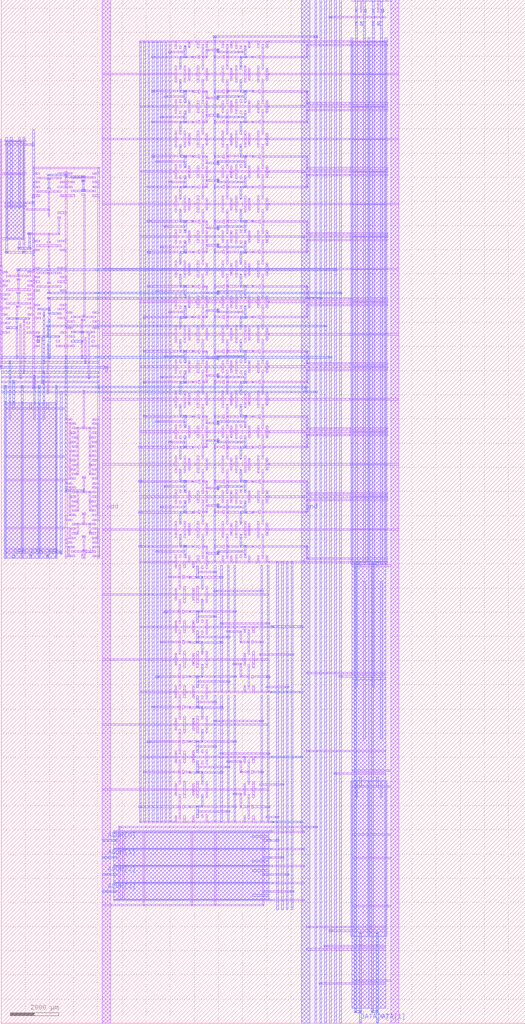
<source format=lef>
VERSION 5.4 ;
NAMESCASESENSITIVE ON ;
BUSBITCHARS "[]" ;
DIVIDERCHAR "/" ;
UNITS
  DATABASE MICRONS 1000 ;
END UNITS
SITE  MacroSite
   CLASS Core ;
   SIZE 21695.0 by 42337.5 ;
END  MacroSite
MACRO sram_2_16_1_freepdk45
   CLASS BLOCK ;
   SIZE 21695.0 BY 42337.5 ;
   SYMMETRY X Y R90 ;
   SITE MacroSite ;
   PIN DATA[0]
      DIRECTION INOUT ;
      PORT
         LAYER metal2 ;
         RECT  14837.5 0.0 14907.5 140.0 ;
      END
   END DATA[0]
   PIN DATA[1]
      DIRECTION INOUT ;
      PORT
         LAYER metal2 ;
         RECT  15542.5 0.0 15612.5 140.0 ;
      END
   END DATA[1]
   PIN ADDR[0]
      DIRECTION INPUT ;
      PORT
         LAYER metal3 ;
         RECT  4175.0 7532.5 4655.0 7602.5 ;
      END
   END ADDR[0]
   PIN ADDR[1]
      DIRECTION INPUT ;
      PORT
         LAYER metal3 ;
         RECT  4175.0 6827.5 4655.0 6897.5 ;
      END
   END ADDR[1]
   PIN ADDR[2]
      DIRECTION INPUT ;
      PORT
         LAYER metal3 ;
         RECT  4175.0 6122.5 4655.0 6192.5 ;
      END
   END ADDR[2]
   PIN ADDR[3]
      DIRECTION INPUT ;
      PORT
         LAYER metal3 ;
         RECT  4175.0 5417.5 4655.0 5487.5 ;
      END
   END ADDR[3]
   PIN CSb
      DIRECTION INPUT ;
      PORT
         LAYER metal3 ;
         RECT  1187.5 19230.0 1257.5 19370.0 ;
      END
   END CSb
   PIN WEb
      DIRECTION INPUT ;
      PORT
         LAYER metal3 ;
         RECT  1892.5 19230.0 1962.5 19370.0 ;
      END
   END WEb
   PIN OEb
      DIRECTION INPUT ;
      PORT
         LAYER metal3 ;
         RECT  482.5 19230.0 552.5 19370.0 ;
      END
   END OEb
   PIN clk
      DIRECTION INPUT ;
      PORT
         LAYER metal1 ;
         RECT  3340.0 19230.0 3475.0 19420.0 ;
      END
   END clk
   PIN vdd
      DIRECTION INOUT ;
      USE POWER ; 
      SHAPE ABUTMENT ; 
      PORT
         LAYER metal1 ;
         RECT  16125.0 0.0 16475.0 42337.5 ;
         LAYER metal1 ;
         RECT  4175.0 0.0 4525.0 42337.5 ;
      END
   END vdd
   PIN gnd
      DIRECTION INOUT ;
      USE GROUND ; 
      SHAPE ABUTMENT ; 
      PORT
         LAYER metal2 ;
         RECT  12427.5 0.0 12777.5 42337.5 ;
      END
   END gnd
   OBS
   LAYER  metal1 ;
      RECT  4317.5 26935.0 4382.5 27140.0 ;
      RECT  8475.0 19685.0 8540.0 19750.0 ;
      RECT  8475.0 19412.5 8540.0 19477.5 ;
      RECT  8405.0 19685.0 8507.5 19750.0 ;
      RECT  8475.0 19445.0 8540.0 19717.5 ;
      RECT  8507.5 19412.5 8610.0 19477.5 ;
      RECT  12632.5 19685.0 12697.5 19750.0 ;
      RECT  12632.5 19197.5 12697.5 19262.5 ;
      RECT  10900.0 19685.0 12665.0 19750.0 ;
      RECT  12632.5 19230.0 12697.5 19717.5 ;
      RECT  12665.0 19197.5 14430.0 19262.5 ;
      RECT  8475.0 21120.0 8540.0 21185.0 ;
      RECT  8475.0 21392.5 8540.0 21457.5 ;
      RECT  8405.0 21120.0 8507.5 21185.0 ;
      RECT  8475.0 21152.5 8540.0 21425.0 ;
      RECT  8507.5 21392.5 8610.0 21457.5 ;
      RECT  12632.5 21120.0 12697.5 21185.0 ;
      RECT  12632.5 21607.5 12697.5 21672.5 ;
      RECT  10900.0 21120.0 12665.0 21185.0 ;
      RECT  12632.5 21152.5 12697.5 21640.0 ;
      RECT  12665.0 21607.5 14430.0 21672.5 ;
      RECT  8475.0 22375.0 8540.0 22440.0 ;
      RECT  8475.0 22102.5 8540.0 22167.5 ;
      RECT  8405.0 22375.0 8507.5 22440.0 ;
      RECT  8475.0 22135.0 8540.0 22407.5 ;
      RECT  8507.5 22102.5 8610.0 22167.5 ;
      RECT  12632.5 22375.0 12697.5 22440.0 ;
      RECT  12632.5 21887.5 12697.5 21952.5 ;
      RECT  10900.0 22375.0 12665.0 22440.0 ;
      RECT  12632.5 21920.0 12697.5 22407.5 ;
      RECT  12665.0 21887.5 14430.0 21952.5 ;
      RECT  8475.0 23810.0 8540.0 23875.0 ;
      RECT  8475.0 24082.5 8540.0 24147.5 ;
      RECT  8405.0 23810.0 8507.5 23875.0 ;
      RECT  8475.0 23842.5 8540.0 24115.0 ;
      RECT  8507.5 24082.5 8610.0 24147.5 ;
      RECT  12632.5 23810.0 12697.5 23875.0 ;
      RECT  12632.5 24297.5 12697.5 24362.5 ;
      RECT  10900.0 23810.0 12665.0 23875.0 ;
      RECT  12632.5 23842.5 12697.5 24330.0 ;
      RECT  12665.0 24297.5 14430.0 24362.5 ;
      RECT  8475.0 25065.0 8540.0 25130.0 ;
      RECT  8475.0 24792.5 8540.0 24857.5 ;
      RECT  8405.0 25065.0 8507.5 25130.0 ;
      RECT  8475.0 24825.0 8540.0 25097.5 ;
      RECT  8507.5 24792.5 8610.0 24857.5 ;
      RECT  12632.5 25065.0 12697.5 25130.0 ;
      RECT  12632.5 24577.5 12697.5 24642.5 ;
      RECT  10900.0 25065.0 12665.0 25130.0 ;
      RECT  12632.5 24610.0 12697.5 25097.5 ;
      RECT  12665.0 24577.5 14430.0 24642.5 ;
      RECT  8475.0 26500.0 8540.0 26565.0 ;
      RECT  8475.0 26772.5 8540.0 26837.5 ;
      RECT  8405.0 26500.0 8507.5 26565.0 ;
      RECT  8475.0 26532.5 8540.0 26805.0 ;
      RECT  8507.5 26772.5 8610.0 26837.5 ;
      RECT  12632.5 26500.0 12697.5 26565.0 ;
      RECT  12632.5 26987.5 12697.5 27052.5 ;
      RECT  10900.0 26500.0 12665.0 26565.0 ;
      RECT  12632.5 26532.5 12697.5 27020.0 ;
      RECT  12665.0 26987.5 14430.0 27052.5 ;
      RECT  8475.0 27755.0 8540.0 27820.0 ;
      RECT  8475.0 27482.5 8540.0 27547.5 ;
      RECT  8405.0 27755.0 8507.5 27820.0 ;
      RECT  8475.0 27515.0 8540.0 27787.5 ;
      RECT  8507.5 27482.5 8610.0 27547.5 ;
      RECT  12632.5 27755.0 12697.5 27820.0 ;
      RECT  12632.5 27267.5 12697.5 27332.5 ;
      RECT  10900.0 27755.0 12665.0 27820.0 ;
      RECT  12632.5 27300.0 12697.5 27787.5 ;
      RECT  12665.0 27267.5 14430.0 27332.5 ;
      RECT  8475.0 29190.0 8540.0 29255.0 ;
      RECT  8475.0 29462.5 8540.0 29527.5 ;
      RECT  8405.0 29190.0 8507.5 29255.0 ;
      RECT  8475.0 29222.5 8540.0 29495.0 ;
      RECT  8507.5 29462.5 8610.0 29527.5 ;
      RECT  12632.5 29190.0 12697.5 29255.0 ;
      RECT  12632.5 29677.5 12697.5 29742.5 ;
      RECT  10900.0 29190.0 12665.0 29255.0 ;
      RECT  12632.5 29222.5 12697.5 29710.0 ;
      RECT  12665.0 29677.5 14430.0 29742.5 ;
      RECT  8475.0 30445.0 8540.0 30510.0 ;
      RECT  8475.0 30172.5 8540.0 30237.5 ;
      RECT  8405.0 30445.0 8507.5 30510.0 ;
      RECT  8475.0 30205.0 8540.0 30477.5 ;
      RECT  8507.5 30172.5 8610.0 30237.5 ;
      RECT  12632.5 30445.0 12697.5 30510.0 ;
      RECT  12632.5 29957.5 12697.5 30022.5 ;
      RECT  10900.0 30445.0 12665.0 30510.0 ;
      RECT  12632.5 29990.0 12697.5 30477.5 ;
      RECT  12665.0 29957.5 14430.0 30022.5 ;
      RECT  8475.0 31880.0 8540.0 31945.0 ;
      RECT  8475.0 32152.5 8540.0 32217.5 ;
      RECT  8405.0 31880.0 8507.5 31945.0 ;
      RECT  8475.0 31912.5 8540.0 32185.0 ;
      RECT  8507.5 32152.5 8610.0 32217.5 ;
      RECT  12632.5 31880.0 12697.5 31945.0 ;
      RECT  12632.5 32367.5 12697.5 32432.5 ;
      RECT  10900.0 31880.0 12665.0 31945.0 ;
      RECT  12632.5 31912.5 12697.5 32400.0 ;
      RECT  12665.0 32367.5 14430.0 32432.5 ;
      RECT  8475.0 33135.0 8540.0 33200.0 ;
      RECT  8475.0 32862.5 8540.0 32927.5 ;
      RECT  8405.0 33135.0 8507.5 33200.0 ;
      RECT  8475.0 32895.0 8540.0 33167.5 ;
      RECT  8507.5 32862.5 8610.0 32927.5 ;
      RECT  12632.5 33135.0 12697.5 33200.0 ;
      RECT  12632.5 32647.5 12697.5 32712.5 ;
      RECT  10900.0 33135.0 12665.0 33200.0 ;
      RECT  12632.5 32680.0 12697.5 33167.5 ;
      RECT  12665.0 32647.5 14430.0 32712.5 ;
      RECT  8475.0 34570.0 8540.0 34635.0 ;
      RECT  8475.0 34842.5 8540.0 34907.5 ;
      RECT  8405.0 34570.0 8507.5 34635.0 ;
      RECT  8475.0 34602.5 8540.0 34875.0 ;
      RECT  8507.5 34842.5 8610.0 34907.5 ;
      RECT  12632.5 34570.0 12697.5 34635.0 ;
      RECT  12632.5 35057.5 12697.5 35122.5 ;
      RECT  10900.0 34570.0 12665.0 34635.0 ;
      RECT  12632.5 34602.5 12697.5 35090.0 ;
      RECT  12665.0 35057.5 14430.0 35122.5 ;
      RECT  8475.0 35825.0 8540.0 35890.0 ;
      RECT  8475.0 35552.5 8540.0 35617.5 ;
      RECT  8405.0 35825.0 8507.5 35890.0 ;
      RECT  8475.0 35585.0 8540.0 35857.5 ;
      RECT  8507.5 35552.5 8610.0 35617.5 ;
      RECT  12632.5 35825.0 12697.5 35890.0 ;
      RECT  12632.5 35337.5 12697.5 35402.5 ;
      RECT  10900.0 35825.0 12665.0 35890.0 ;
      RECT  12632.5 35370.0 12697.5 35857.5 ;
      RECT  12665.0 35337.5 14430.0 35402.5 ;
      RECT  8475.0 37260.0 8540.0 37325.0 ;
      RECT  8475.0 37532.5 8540.0 37597.5 ;
      RECT  8405.0 37260.0 8507.5 37325.0 ;
      RECT  8475.0 37292.5 8540.0 37565.0 ;
      RECT  8507.5 37532.5 8610.0 37597.5 ;
      RECT  12632.5 37260.0 12697.5 37325.0 ;
      RECT  12632.5 37747.5 12697.5 37812.5 ;
      RECT  10900.0 37260.0 12665.0 37325.0 ;
      RECT  12632.5 37292.5 12697.5 37780.0 ;
      RECT  12665.0 37747.5 14430.0 37812.5 ;
      RECT  8475.0 38515.0 8540.0 38580.0 ;
      RECT  8475.0 38242.5 8540.0 38307.5 ;
      RECT  8405.0 38515.0 8507.5 38580.0 ;
      RECT  8475.0 38275.0 8540.0 38547.5 ;
      RECT  8507.5 38242.5 8610.0 38307.5 ;
      RECT  12632.5 38515.0 12697.5 38580.0 ;
      RECT  12632.5 38027.5 12697.5 38092.5 ;
      RECT  10900.0 38515.0 12665.0 38580.0 ;
      RECT  12632.5 38060.0 12697.5 38547.5 ;
      RECT  12665.0 38027.5 14430.0 38092.5 ;
      RECT  8475.0 39950.0 8540.0 40015.0 ;
      RECT  8475.0 40222.5 8540.0 40287.5 ;
      RECT  8405.0 39950.0 8507.5 40015.0 ;
      RECT  8475.0 39982.5 8540.0 40255.0 ;
      RECT  8507.5 40222.5 8610.0 40287.5 ;
      RECT  12632.5 39950.0 12697.5 40015.0 ;
      RECT  12632.5 40437.5 12697.5 40502.5 ;
      RECT  10900.0 39950.0 12665.0 40015.0 ;
      RECT  12632.5 39982.5 12697.5 40470.0 ;
      RECT  12665.0 40437.5 14430.0 40502.5 ;
      RECT  9065.0 19057.5 14520.0 19122.5 ;
      RECT  9065.0 21747.5 14520.0 21812.5 ;
      RECT  9065.0 24437.5 14520.0 24502.5 ;
      RECT  9065.0 27127.5 14520.0 27192.5 ;
      RECT  9065.0 29817.5 14520.0 29882.5 ;
      RECT  9065.0 32507.5 14520.0 32572.5 ;
      RECT  9065.0 35197.5 14520.0 35262.5 ;
      RECT  9065.0 37887.5 14520.0 37952.5 ;
      RECT  9065.0 40577.5 14520.0 40642.5 ;
      RECT  4175.0 20402.5 16475.0 20467.5 ;
      RECT  4175.0 23092.5 16475.0 23157.5 ;
      RECT  4175.0 25782.5 16475.0 25847.5 ;
      RECT  4175.0 28472.5 16475.0 28537.5 ;
      RECT  4175.0 31162.5 16475.0 31227.5 ;
      RECT  4175.0 33852.5 16475.0 33917.5 ;
      RECT  4175.0 36542.5 16475.0 36607.5 ;
      RECT  4175.0 39232.5 16475.0 39297.5 ;
      RECT  11095.0 8502.5 11437.5 8567.5 ;
      RECT  10820.0 9847.5 11642.5 9912.5 ;
      RECT  11095.0 13882.5 11847.5 13947.5 ;
      RECT  10820.0 15227.5 12052.5 15292.5 ;
      RECT  11095.0 8297.5 11232.5 8362.5 ;
      RECT  11095.0 10987.5 11232.5 11052.5 ;
      RECT  11095.0 13677.5 11232.5 13742.5 ;
      RECT  11095.0 16367.5 11232.5 16432.5 ;
      RECT  4175.0 9642.5 11095.0 9707.5 ;
      RECT  4175.0 12332.5 11095.0 12397.5 ;
      RECT  4175.0 15022.5 11095.0 15087.5 ;
      RECT  4175.0 17712.5 11095.0 17777.5 ;
      RECT  11095.0 7535.0 11437.5 7600.0 ;
      RECT  11095.0 6830.0 11642.5 6895.0 ;
      RECT  11095.0 6125.0 11847.5 6190.0 ;
      RECT  11095.0 5420.0 12052.5 5485.0 ;
      RECT  11095.0 7887.5 12562.5 7952.5 ;
      RECT  11095.0 7182.5 12562.5 7247.5 ;
      RECT  11095.0 6477.5 12562.5 6542.5 ;
      RECT  11095.0 5772.5 12562.5 5837.5 ;
      RECT  11095.0 5067.5 12562.5 5132.5 ;
      RECT  7865.0 4862.5 7930.0 4927.5 ;
      RECT  7865.0 4895.0 7930.0 5100.0 ;
      RECT  4175.0 4862.5 7897.5 4927.5 ;
      RECT  10825.0 4862.5 10890.0 4927.5 ;
      RECT  10825.0 4895.0 10890.0 5100.0 ;
      RECT  4175.0 4862.5 10857.5 4927.5 ;
      RECT  5875.0 4862.5 5940.0 4927.5 ;
      RECT  5875.0 4895.0 5940.0 5100.0 ;
      RECT  4175.0 4862.5 5907.5 4927.5 ;
      RECT  8835.0 4862.5 8900.0 4927.5 ;
      RECT  8835.0 4895.0 8900.0 5100.0 ;
      RECT  4175.0 4862.5 8867.5 4927.5 ;
      RECT  13632.5 3795.0 14520.0 3860.0 ;
      RECT  13222.5 1610.0 14520.0 1675.0 ;
      RECT  13427.5 3157.5 14520.0 3222.5 ;
      RECT  13632.5 41587.5 14520.0 41652.5 ;
      RECT  13837.5 10297.5 14520.0 10362.5 ;
      RECT  14042.5 14322.5 14520.0 14387.5 ;
      RECT  4860.0 8092.5 4925.0 8157.5 ;
      RECT  4860.0 7920.0 4925.0 8125.0 ;
      RECT  4892.5 8092.5 13017.5 8157.5 ;
      RECT  8840.0 40782.5 13082.5 40847.5 ;
      RECT  14520.0 42272.5 16125.0 42337.5 ;
      RECT  14520.0 18895.0 16125.0 18960.0 ;
      RECT  14520.0 10427.5 16125.0 10492.5 ;
      RECT  14520.0 6800.0 16125.0 6865.0 ;
      RECT  14520.0 9760.0 16125.0 9825.0 ;
      RECT  14520.0 4810.0 16125.0 4875.0 ;
      RECT  14520.0 7770.0 16125.0 7835.0 ;
      RECT  14520.0 1740.0 16125.0 1805.0 ;
      RECT  12777.5 3027.5 14520.0 3092.5 ;
      RECT  12777.5 14452.5 14520.0 14517.5 ;
      RECT  12777.5 3955.0 14520.0 4020.0 ;
      RECT  12777.5 11230.0 14520.0 11295.0 ;
      RECT  14520.0 19090.0 15225.0 20435.0 ;
      RECT  14520.0 21780.0 15225.0 20435.0 ;
      RECT  14520.0 21780.0 15225.0 23125.0 ;
      RECT  14520.0 24470.0 15225.0 23125.0 ;
      RECT  14520.0 24470.0 15225.0 25815.0 ;
      RECT  14520.0 27160.0 15225.0 25815.0 ;
      RECT  14520.0 27160.0 15225.0 28505.0 ;
      RECT  14520.0 29850.0 15225.0 28505.0 ;
      RECT  14520.0 29850.0 15225.0 31195.0 ;
      RECT  14520.0 32540.0 15225.0 31195.0 ;
      RECT  14520.0 32540.0 15225.0 33885.0 ;
      RECT  14520.0 35230.0 15225.0 33885.0 ;
      RECT  14520.0 35230.0 15225.0 36575.0 ;
      RECT  14520.0 37920.0 15225.0 36575.0 ;
      RECT  14520.0 37920.0 15225.0 39265.0 ;
      RECT  14520.0 40610.0 15225.0 39265.0 ;
      RECT  15225.0 19090.0 15930.0 20435.0 ;
      RECT  15225.0 21780.0 15930.0 20435.0 ;
      RECT  15225.0 21780.0 15930.0 23125.0 ;
      RECT  15225.0 24470.0 15930.0 23125.0 ;
      RECT  15225.0 24470.0 15930.0 25815.0 ;
      RECT  15225.0 27160.0 15930.0 25815.0 ;
      RECT  15225.0 27160.0 15930.0 28505.0 ;
      RECT  15225.0 29850.0 15930.0 28505.0 ;
      RECT  15225.0 29850.0 15930.0 31195.0 ;
      RECT  15225.0 32540.0 15930.0 31195.0 ;
      RECT  15225.0 32540.0 15930.0 33885.0 ;
      RECT  15225.0 35230.0 15930.0 33885.0 ;
      RECT  15225.0 35230.0 15930.0 36575.0 ;
      RECT  15225.0 37920.0 15930.0 36575.0 ;
      RECT  15225.0 37920.0 15930.0 39265.0 ;
      RECT  15225.0 40610.0 15930.0 39265.0 ;
      RECT  14430.0 19197.5 16020.0 19262.5 ;
      RECT  14430.0 21607.5 16020.0 21672.5 ;
      RECT  14430.0 21887.5 16020.0 21952.5 ;
      RECT  14430.0 24297.5 16020.0 24362.5 ;
      RECT  14430.0 24577.5 16020.0 24642.5 ;
      RECT  14430.0 26987.5 16020.0 27052.5 ;
      RECT  14430.0 27267.5 16020.0 27332.5 ;
      RECT  14430.0 29677.5 16020.0 29742.5 ;
      RECT  14430.0 29957.5 16020.0 30022.5 ;
      RECT  14430.0 32367.5 16020.0 32432.5 ;
      RECT  14430.0 32647.5 16020.0 32712.5 ;
      RECT  14430.0 35057.5 16020.0 35122.5 ;
      RECT  14430.0 35337.5 16020.0 35402.5 ;
      RECT  14430.0 37747.5 16020.0 37812.5 ;
      RECT  14430.0 38027.5 16020.0 38092.5 ;
      RECT  14430.0 40437.5 16020.0 40502.5 ;
      RECT  14430.0 20402.5 16020.0 20467.5 ;
      RECT  14430.0 23092.5 16020.0 23157.5 ;
      RECT  14430.0 25782.5 16020.0 25847.5 ;
      RECT  14430.0 28472.5 16020.0 28537.5 ;
      RECT  14430.0 31162.5 16020.0 31227.5 ;
      RECT  14430.0 33852.5 16020.0 33917.5 ;
      RECT  14430.0 36542.5 16020.0 36607.5 ;
      RECT  14430.0 39232.5 16020.0 39297.5 ;
      RECT  14430.0 19057.5 16020.0 19122.5 ;
      RECT  14430.0 21747.5 16020.0 21812.5 ;
      RECT  14430.0 24437.5 16020.0 24502.5 ;
      RECT  14430.0 27127.5 16020.0 27192.5 ;
      RECT  14430.0 29817.5 16020.0 29882.5 ;
      RECT  14430.0 32507.5 16020.0 32572.5 ;
      RECT  14430.0 35197.5 16020.0 35262.5 ;
      RECT  14430.0 37887.5 16020.0 37952.5 ;
      RECT  14430.0 40577.5 16020.0 40642.5 ;
      RECT  14872.5 41822.5 14937.5 42337.5 ;
      RECT  14682.5 41292.5 14747.5 41427.5 ;
      RECT  14872.5 41292.5 14937.5 41427.5 ;
      RECT  14872.5 41292.5 14937.5 41427.5 ;
      RECT  14682.5 41292.5 14747.5 41427.5 ;
      RECT  14682.5 41822.5 14747.5 41957.5 ;
      RECT  14872.5 41822.5 14937.5 41957.5 ;
      RECT  14872.5 41822.5 14937.5 41957.5 ;
      RECT  14682.5 41822.5 14747.5 41957.5 ;
      RECT  14872.5 41822.5 14937.5 41957.5 ;
      RECT  15062.5 41822.5 15127.5 41957.5 ;
      RECT  15062.5 41822.5 15127.5 41957.5 ;
      RECT  14872.5 41822.5 14937.5 41957.5 ;
      RECT  14852.5 41587.5 14717.5 41652.5 ;
      RECT  14872.5 42135.0 14937.5 42270.0 ;
      RECT  14682.5 41292.5 14747.5 41427.5 ;
      RECT  14872.5 41292.5 14937.5 41427.5 ;
      RECT  14682.5 41822.5 14747.5 41957.5 ;
      RECT  15062.5 41822.5 15127.5 41957.5 ;
      RECT  14520.0 41587.5 15225.0 41652.5 ;
      RECT  14520.0 42272.5 15225.0 42337.5 ;
      RECT  15577.5 41822.5 15642.5 42337.5 ;
      RECT  15387.5 41292.5 15452.5 41427.5 ;
      RECT  15577.5 41292.5 15642.5 41427.5 ;
      RECT  15577.5 41292.5 15642.5 41427.5 ;
      RECT  15387.5 41292.5 15452.5 41427.5 ;
      RECT  15387.5 41822.5 15452.5 41957.5 ;
      RECT  15577.5 41822.5 15642.5 41957.5 ;
      RECT  15577.5 41822.5 15642.5 41957.5 ;
      RECT  15387.5 41822.5 15452.5 41957.5 ;
      RECT  15577.5 41822.5 15642.5 41957.5 ;
      RECT  15767.5 41822.5 15832.5 41957.5 ;
      RECT  15767.5 41822.5 15832.5 41957.5 ;
      RECT  15577.5 41822.5 15642.5 41957.5 ;
      RECT  15557.5 41587.5 15422.5 41652.5 ;
      RECT  15577.5 42135.0 15642.5 42270.0 ;
      RECT  15387.5 41292.5 15452.5 41427.5 ;
      RECT  15577.5 41292.5 15642.5 41427.5 ;
      RECT  15387.5 41822.5 15452.5 41957.5 ;
      RECT  15767.5 41822.5 15832.5 41957.5 ;
      RECT  15225.0 41587.5 15930.0 41652.5 ;
      RECT  15225.0 42272.5 15930.0 42337.5 ;
      RECT  14520.0 41587.5 15930.0 41652.5 ;
      RECT  14520.0 42272.5 15930.0 42337.5 ;
      RECT  14520.0 14205.0 15225.0 19090.0 ;
      RECT  15225.0 14205.0 15930.0 19090.0 ;
      RECT  14520.0 14322.5 15930.0 14387.5 ;
      RECT  14520.0 18895.0 15930.0 18960.0 ;
      RECT  14520.0 14452.5 15930.0 14517.5 ;
      RECT  14520.0 10030.0 15225.0 14205.0 ;
      RECT  15225.0 10030.0 15930.0 14205.0 ;
      RECT  14520.0 10297.5 15930.0 10362.5 ;
      RECT  14520.0 10427.5 15930.0 10492.5 ;
      RECT  14520.0 11230.0 15930.0 11295.0 ;
      RECT  14520.0 3590.0 15225.0 10030.0 ;
      RECT  15930.0 3590.0 15225.0 10030.0 ;
      RECT  14520.0 3795.0 15930.0 3860.0 ;
      RECT  14520.0 6800.0 15930.0 6865.0 ;
      RECT  14520.0 9760.0 15930.0 9825.0 ;
      RECT  14520.0 4810.0 15930.0 4875.0 ;
      RECT  14520.0 7770.0 15930.0 7835.0 ;
      RECT  14520.0 3955.0 15930.0 4020.0 ;
      RECT  14520.0 3590.0 15225.0 615.0 ;
      RECT  15225.0 3590.0 15930.0 615.0 ;
      RECT  14520.0 3222.5 15930.0 3157.5 ;
      RECT  14520.0 1675.0 15930.0 1610.0 ;
      RECT  14520.0 1805.0 15930.0 1740.0 ;
      RECT  14520.0 3092.5 15930.0 3027.5 ;
      RECT  7895.0 19697.5 7960.0 19762.5 ;
      RECT  7895.0 19685.0 7960.0 19750.0 ;
      RECT  7677.5 19697.5 7927.5 19762.5 ;
      RECT  7895.0 19717.5 7960.0 19730.0 ;
      RECT  7927.5 19685.0 8175.0 19750.0 ;
      RECT  7895.0 21107.5 7960.0 21172.5 ;
      RECT  7895.0 21120.0 7960.0 21185.0 ;
      RECT  7677.5 21107.5 7927.5 21172.5 ;
      RECT  7895.0 21140.0 7960.0 21152.5 ;
      RECT  7927.5 21120.0 8175.0 21185.0 ;
      RECT  7895.0 22387.5 7960.0 22452.5 ;
      RECT  7895.0 22375.0 7960.0 22440.0 ;
      RECT  7677.5 22387.5 7927.5 22452.5 ;
      RECT  7895.0 22407.5 7960.0 22420.0 ;
      RECT  7927.5 22375.0 8175.0 22440.0 ;
      RECT  7895.0 23797.5 7960.0 23862.5 ;
      RECT  7895.0 23810.0 7960.0 23875.0 ;
      RECT  7677.5 23797.5 7927.5 23862.5 ;
      RECT  7895.0 23830.0 7960.0 23842.5 ;
      RECT  7927.5 23810.0 8175.0 23875.0 ;
      RECT  7895.0 25077.5 7960.0 25142.5 ;
      RECT  7895.0 25065.0 7960.0 25130.0 ;
      RECT  7677.5 25077.5 7927.5 25142.5 ;
      RECT  7895.0 25097.5 7960.0 25110.0 ;
      RECT  7927.5 25065.0 8175.0 25130.0 ;
      RECT  7895.0 26487.5 7960.0 26552.5 ;
      RECT  7895.0 26500.0 7960.0 26565.0 ;
      RECT  7677.5 26487.5 7927.5 26552.5 ;
      RECT  7895.0 26520.0 7960.0 26532.5 ;
      RECT  7927.5 26500.0 8175.0 26565.0 ;
      RECT  7895.0 27767.5 7960.0 27832.5 ;
      RECT  7895.0 27755.0 7960.0 27820.0 ;
      RECT  7677.5 27767.5 7927.5 27832.5 ;
      RECT  7895.0 27787.5 7960.0 27800.0 ;
      RECT  7927.5 27755.0 8175.0 27820.0 ;
      RECT  7895.0 29177.5 7960.0 29242.5 ;
      RECT  7895.0 29190.0 7960.0 29255.0 ;
      RECT  7677.5 29177.5 7927.5 29242.5 ;
      RECT  7895.0 29210.0 7960.0 29222.5 ;
      RECT  7927.5 29190.0 8175.0 29255.0 ;
      RECT  7895.0 30457.5 7960.0 30522.5 ;
      RECT  7895.0 30445.0 7960.0 30510.0 ;
      RECT  7677.5 30457.5 7927.5 30522.5 ;
      RECT  7895.0 30477.5 7960.0 30490.0 ;
      RECT  7927.5 30445.0 8175.0 30510.0 ;
      RECT  7895.0 31867.5 7960.0 31932.5 ;
      RECT  7895.0 31880.0 7960.0 31945.0 ;
      RECT  7677.5 31867.5 7927.5 31932.5 ;
      RECT  7895.0 31900.0 7960.0 31912.5 ;
      RECT  7927.5 31880.0 8175.0 31945.0 ;
      RECT  7895.0 33147.5 7960.0 33212.5 ;
      RECT  7895.0 33135.0 7960.0 33200.0 ;
      RECT  7677.5 33147.5 7927.5 33212.5 ;
      RECT  7895.0 33167.5 7960.0 33180.0 ;
      RECT  7927.5 33135.0 8175.0 33200.0 ;
      RECT  7895.0 34557.5 7960.0 34622.5 ;
      RECT  7895.0 34570.0 7960.0 34635.0 ;
      RECT  7677.5 34557.5 7927.5 34622.5 ;
      RECT  7895.0 34590.0 7960.0 34602.5 ;
      RECT  7927.5 34570.0 8175.0 34635.0 ;
      RECT  7895.0 35837.5 7960.0 35902.5 ;
      RECT  7895.0 35825.0 7960.0 35890.0 ;
      RECT  7677.5 35837.5 7927.5 35902.5 ;
      RECT  7895.0 35857.5 7960.0 35870.0 ;
      RECT  7927.5 35825.0 8175.0 35890.0 ;
      RECT  7895.0 37247.5 7960.0 37312.5 ;
      RECT  7895.0 37260.0 7960.0 37325.0 ;
      RECT  7677.5 37247.5 7927.5 37312.5 ;
      RECT  7895.0 37280.0 7960.0 37292.5 ;
      RECT  7927.5 37260.0 8175.0 37325.0 ;
      RECT  7895.0 38527.5 7960.0 38592.5 ;
      RECT  7895.0 38515.0 7960.0 38580.0 ;
      RECT  7677.5 38527.5 7927.5 38592.5 ;
      RECT  7895.0 38547.5 7960.0 38560.0 ;
      RECT  7927.5 38515.0 8175.0 38580.0 ;
      RECT  7895.0 39937.5 7960.0 40002.5 ;
      RECT  7895.0 39950.0 7960.0 40015.0 ;
      RECT  7677.5 39937.5 7927.5 40002.5 ;
      RECT  7895.0 39970.0 7960.0 39982.5 ;
      RECT  7927.5 39950.0 8175.0 40015.0 ;
      RECT  5765.0 8925.0 7130.0 8990.0 ;
      RECT  5940.0 10360.0 7130.0 10425.0 ;
      RECT  6115.0 11615.0 7130.0 11680.0 ;
      RECT  6290.0 13050.0 7130.0 13115.0 ;
      RECT  6465.0 14305.0 7130.0 14370.0 ;
      RECT  6640.0 15740.0 7130.0 15805.0 ;
      RECT  6815.0 16995.0 7130.0 17060.0 ;
      RECT  6990.0 18430.0 7130.0 18495.0 ;
      RECT  5765.0 19697.5 7190.0 19762.5 ;
      RECT  6465.0 19482.5 7447.5 19547.5 ;
      RECT  5765.0 21107.5 7190.0 21172.5 ;
      RECT  6640.0 21322.5 7447.5 21387.5 ;
      RECT  5765.0 22387.5 7190.0 22452.5 ;
      RECT  6815.0 22172.5 7447.5 22237.5 ;
      RECT  5765.0 23797.5 7190.0 23862.5 ;
      RECT  6990.0 24012.5 7447.5 24077.5 ;
      RECT  5940.0 25077.5 7190.0 25142.5 ;
      RECT  6465.0 24862.5 7447.5 24927.5 ;
      RECT  5940.0 26487.5 7190.0 26552.5 ;
      RECT  6640.0 26702.5 7447.5 26767.5 ;
      RECT  5940.0 27767.5 7190.0 27832.5 ;
      RECT  6815.0 27552.5 7447.5 27617.5 ;
      RECT  5940.0 29177.5 7190.0 29242.5 ;
      RECT  6990.0 29392.5 7447.5 29457.5 ;
      RECT  6115.0 30457.5 7190.0 30522.5 ;
      RECT  6465.0 30242.5 7447.5 30307.5 ;
      RECT  6115.0 31867.5 7190.0 31932.5 ;
      RECT  6640.0 32082.5 7447.5 32147.5 ;
      RECT  6115.0 33147.5 7190.0 33212.5 ;
      RECT  6815.0 32932.5 7447.5 32997.5 ;
      RECT  6115.0 34557.5 7190.0 34622.5 ;
      RECT  6990.0 34772.5 7447.5 34837.5 ;
      RECT  6290.0 35837.5 7190.0 35902.5 ;
      RECT  6465.0 35622.5 7447.5 35687.5 ;
      RECT  6290.0 37247.5 7190.0 37312.5 ;
      RECT  6640.0 37462.5 7447.5 37527.5 ;
      RECT  6290.0 38527.5 7190.0 38592.5 ;
      RECT  6815.0 38312.5 7447.5 38377.5 ;
      RECT  6290.0 39937.5 7190.0 40002.5 ;
      RECT  6990.0 40152.5 7447.5 40217.5 ;
      RECT  9952.5 8925.0 9887.5 8990.0 ;
      RECT  9952.5 9447.5 9887.5 9512.5 ;
      RECT  10190.0 8925.0 9920.0 8990.0 ;
      RECT  9952.5 8957.5 9887.5 9480.0 ;
      RECT  9920.0 9447.5 9675.0 9512.5 ;
      RECT  11060.0 8925.0 10420.0 8990.0 ;
      RECT  9952.5 10360.0 9887.5 10425.0 ;
      RECT  9952.5 10792.5 9887.5 10857.5 ;
      RECT  10190.0 10360.0 9920.0 10425.0 ;
      RECT  9952.5 10392.5 9887.5 10825.0 ;
      RECT  9920.0 10792.5 9400.0 10857.5 ;
      RECT  10785.0 10360.0 10420.0 10425.0 ;
      RECT  11060.0 11122.5 9125.0 11187.5 ;
      RECT  10785.0 12467.5 8850.0 12532.5 ;
      RECT  9675.0 8937.5 8550.0 9002.5 ;
      RECT  9400.0 8722.5 8292.5 8787.5 ;
      RECT  9125.0 10347.5 8550.0 10412.5 ;
      RECT  9400.0 10562.5 8292.5 10627.5 ;
      RECT  9675.0 11627.5 8550.0 11692.5 ;
      RECT  8850.0 11412.5 8292.5 11477.5 ;
      RECT  9125.0 13037.5 8550.0 13102.5 ;
      RECT  8850.0 13252.5 8292.5 13317.5 ;
      RECT  7845.0 8937.5 7780.0 9002.5 ;
      RECT  7845.0 8925.0 7780.0 8990.0 ;
      RECT  8062.5 8937.5 7812.5 9002.5 ;
      RECT  7845.0 8957.5 7780.0 8970.0 ;
      RECT  7812.5 8925.0 7565.0 8990.0 ;
      RECT  7845.0 10347.5 7780.0 10412.5 ;
      RECT  7845.0 10360.0 7780.0 10425.0 ;
      RECT  8062.5 10347.5 7812.5 10412.5 ;
      RECT  7845.0 10380.0 7780.0 10392.5 ;
      RECT  7812.5 10360.0 7565.0 10425.0 ;
      RECT  7845.0 11627.5 7780.0 11692.5 ;
      RECT  7845.0 11615.0 7780.0 11680.0 ;
      RECT  8062.5 11627.5 7812.5 11692.5 ;
      RECT  7845.0 11647.5 7780.0 11660.0 ;
      RECT  7812.5 11615.0 7565.0 11680.0 ;
      RECT  7845.0 13037.5 7780.0 13102.5 ;
      RECT  7845.0 13050.0 7780.0 13115.0 ;
      RECT  8062.5 13037.5 7812.5 13102.5 ;
      RECT  7845.0 13070.0 7780.0 13082.5 ;
      RECT  7812.5 13050.0 7565.0 13115.0 ;
      RECT  10117.5 9490.0 10052.5 9675.0 ;
      RECT  10117.5 8330.0 10052.5 8515.0 ;
      RECT  10477.5 8447.5 10412.5 8297.5 ;
      RECT  10477.5 9332.5 10412.5 9707.5 ;
      RECT  10287.5 8447.5 10222.5 9332.5 ;
      RECT  10477.5 9332.5 10412.5 9467.5 ;
      RECT  10287.5 9332.5 10222.5 9467.5 ;
      RECT  10287.5 9332.5 10222.5 9467.5 ;
      RECT  10477.5 9332.5 10412.5 9467.5 ;
      RECT  10477.5 8447.5 10412.5 8582.5 ;
      RECT  10287.5 8447.5 10222.5 8582.5 ;
      RECT  10287.5 8447.5 10222.5 8582.5 ;
      RECT  10477.5 8447.5 10412.5 8582.5 ;
      RECT  10117.5 9422.5 10052.5 9557.5 ;
      RECT  10117.5 8447.5 10052.5 8582.5 ;
      RECT  10420.0 8890.0 10355.0 9025.0 ;
      RECT  10420.0 8890.0 10355.0 9025.0 ;
      RECT  10255.0 8925.0 10190.0 8990.0 ;
      RECT  10545.0 9642.5 9985.0 9707.5 ;
      RECT  10545.0 8297.5 9985.0 8362.5 ;
      RECT  10117.5 9860.0 10052.5 9675.0 ;
      RECT  10117.5 11020.0 10052.5 10835.0 ;
      RECT  10477.5 10902.5 10412.5 11052.5 ;
      RECT  10477.5 10017.5 10412.5 9642.5 ;
      RECT  10287.5 10902.5 10222.5 10017.5 ;
      RECT  10477.5 10017.5 10412.5 9882.5 ;
      RECT  10287.5 10017.5 10222.5 9882.5 ;
      RECT  10287.5 10017.5 10222.5 9882.5 ;
      RECT  10477.5 10017.5 10412.5 9882.5 ;
      RECT  10477.5 10902.5 10412.5 10767.5 ;
      RECT  10287.5 10902.5 10222.5 10767.5 ;
      RECT  10287.5 10902.5 10222.5 10767.5 ;
      RECT  10477.5 10902.5 10412.5 10767.5 ;
      RECT  10117.5 9927.5 10052.5 9792.5 ;
      RECT  10117.5 10902.5 10052.5 10767.5 ;
      RECT  10420.0 10460.0 10355.0 10325.0 ;
      RECT  10420.0 10460.0 10355.0 10325.0 ;
      RECT  10255.0 10425.0 10190.0 10360.0 ;
      RECT  10545.0 9707.5 9985.0 9642.5 ;
      RECT  10545.0 11052.5 9985.0 10987.5 ;
      RECT  7262.5 9490.0 7197.5 9675.0 ;
      RECT  7262.5 8330.0 7197.5 8515.0 ;
      RECT  7622.5 8447.5 7557.5 8297.5 ;
      RECT  7622.5 9332.5 7557.5 9707.5 ;
      RECT  7432.5 8447.5 7367.5 9332.5 ;
      RECT  7622.5 9332.5 7557.5 9467.5 ;
      RECT  7432.5 9332.5 7367.5 9467.5 ;
      RECT  7432.5 9332.5 7367.5 9467.5 ;
      RECT  7622.5 9332.5 7557.5 9467.5 ;
      RECT  7622.5 8447.5 7557.5 8582.5 ;
      RECT  7432.5 8447.5 7367.5 8582.5 ;
      RECT  7432.5 8447.5 7367.5 8582.5 ;
      RECT  7622.5 8447.5 7557.5 8582.5 ;
      RECT  7262.5 9422.5 7197.5 9557.5 ;
      RECT  7262.5 8447.5 7197.5 8582.5 ;
      RECT  7565.0 8890.0 7500.0 9025.0 ;
      RECT  7565.0 8890.0 7500.0 9025.0 ;
      RECT  7400.0 8925.0 7335.0 8990.0 ;
      RECT  7690.0 9642.5 7130.0 9707.5 ;
      RECT  7690.0 8297.5 7130.0 8362.5 ;
      RECT  7262.5 9860.0 7197.5 9675.0 ;
      RECT  7262.5 11020.0 7197.5 10835.0 ;
      RECT  7622.5 10902.5 7557.5 11052.5 ;
      RECT  7622.5 10017.5 7557.5 9642.5 ;
      RECT  7432.5 10902.5 7367.5 10017.5 ;
      RECT  7622.5 10017.5 7557.5 9882.5 ;
      RECT  7432.5 10017.5 7367.5 9882.5 ;
      RECT  7432.5 10017.5 7367.5 9882.5 ;
      RECT  7622.5 10017.5 7557.5 9882.5 ;
      RECT  7622.5 10902.5 7557.5 10767.5 ;
      RECT  7432.5 10902.5 7367.5 10767.5 ;
      RECT  7432.5 10902.5 7367.5 10767.5 ;
      RECT  7622.5 10902.5 7557.5 10767.5 ;
      RECT  7262.5 9927.5 7197.5 9792.5 ;
      RECT  7262.5 10902.5 7197.5 10767.5 ;
      RECT  7565.0 10460.0 7500.0 10325.0 ;
      RECT  7565.0 10460.0 7500.0 10325.0 ;
      RECT  7400.0 10425.0 7335.0 10360.0 ;
      RECT  7690.0 9707.5 7130.0 9642.5 ;
      RECT  7690.0 11052.5 7130.0 10987.5 ;
      RECT  7262.5 12180.0 7197.5 12365.0 ;
      RECT  7262.5 11020.0 7197.5 11205.0 ;
      RECT  7622.5 11137.5 7557.5 10987.5 ;
      RECT  7622.5 12022.5 7557.5 12397.5 ;
      RECT  7432.5 11137.5 7367.5 12022.5 ;
      RECT  7622.5 12022.5 7557.5 12157.5 ;
      RECT  7432.5 12022.5 7367.5 12157.5 ;
      RECT  7432.5 12022.5 7367.5 12157.5 ;
      RECT  7622.5 12022.5 7557.5 12157.5 ;
      RECT  7622.5 11137.5 7557.5 11272.5 ;
      RECT  7432.5 11137.5 7367.5 11272.5 ;
      RECT  7432.5 11137.5 7367.5 11272.5 ;
      RECT  7622.5 11137.5 7557.5 11272.5 ;
      RECT  7262.5 12112.5 7197.5 12247.5 ;
      RECT  7262.5 11137.5 7197.5 11272.5 ;
      RECT  7565.0 11580.0 7500.0 11715.0 ;
      RECT  7565.0 11580.0 7500.0 11715.0 ;
      RECT  7400.0 11615.0 7335.0 11680.0 ;
      RECT  7690.0 12332.5 7130.0 12397.5 ;
      RECT  7690.0 10987.5 7130.0 11052.5 ;
      RECT  7262.5 12550.0 7197.5 12365.0 ;
      RECT  7262.5 13710.0 7197.5 13525.0 ;
      RECT  7622.5 13592.5 7557.5 13742.5 ;
      RECT  7622.5 12707.5 7557.5 12332.5 ;
      RECT  7432.5 13592.5 7367.5 12707.5 ;
      RECT  7622.5 12707.5 7557.5 12572.5 ;
      RECT  7432.5 12707.5 7367.5 12572.5 ;
      RECT  7432.5 12707.5 7367.5 12572.5 ;
      RECT  7622.5 12707.5 7557.5 12572.5 ;
      RECT  7622.5 13592.5 7557.5 13457.5 ;
      RECT  7432.5 13592.5 7367.5 13457.5 ;
      RECT  7432.5 13592.5 7367.5 13457.5 ;
      RECT  7622.5 13592.5 7557.5 13457.5 ;
      RECT  7262.5 12617.5 7197.5 12482.5 ;
      RECT  7262.5 13592.5 7197.5 13457.5 ;
      RECT  7565.0 13150.0 7500.0 13015.0 ;
      RECT  7565.0 13150.0 7500.0 13015.0 ;
      RECT  7400.0 13115.0 7335.0 13050.0 ;
      RECT  7690.0 12397.5 7130.0 12332.5 ;
      RECT  7690.0 13742.5 7130.0 13677.5 ;
      RECT  8542.5 8492.5 8477.5 8297.5 ;
      RECT  8542.5 9332.5 8477.5 9707.5 ;
      RECT  8162.5 9332.5 8097.5 9707.5 ;
      RECT  7992.5 9490.0 7927.5 9675.0 ;
      RECT  7992.5 8330.0 7927.5 8515.0 ;
      RECT  8542.5 9332.5 8477.5 9467.5 ;
      RECT  8352.5 9332.5 8287.5 9467.5 ;
      RECT  8352.5 9332.5 8287.5 9467.5 ;
      RECT  8542.5 9332.5 8477.5 9467.5 ;
      RECT  8352.5 9332.5 8287.5 9467.5 ;
      RECT  8162.5 9332.5 8097.5 9467.5 ;
      RECT  8162.5 9332.5 8097.5 9467.5 ;
      RECT  8352.5 9332.5 8287.5 9467.5 ;
      RECT  8542.5 8492.5 8477.5 8627.5 ;
      RECT  8352.5 8492.5 8287.5 8627.5 ;
      RECT  8352.5 8492.5 8287.5 8627.5 ;
      RECT  8542.5 8492.5 8477.5 8627.5 ;
      RECT  8352.5 8492.5 8287.5 8627.5 ;
      RECT  8162.5 8492.5 8097.5 8627.5 ;
      RECT  8162.5 8492.5 8097.5 8627.5 ;
      RECT  8352.5 8492.5 8287.5 8627.5 ;
      RECT  7992.5 9422.5 7927.5 9557.5 ;
      RECT  7992.5 8447.5 7927.5 8582.5 ;
      RECT  8157.5 8722.5 8292.5 8787.5 ;
      RECT  8415.0 8937.5 8550.0 9002.5 ;
      RECT  8352.5 9332.5 8287.5 9467.5 ;
      RECT  8162.5 8492.5 8097.5 8627.5 ;
      RECT  8062.5 8937.5 8197.5 9002.5 ;
      RECT  8550.0 8937.5 8415.0 9002.5 ;
      RECT  8292.5 8722.5 8157.5 8787.5 ;
      RECT  8197.5 8937.5 8062.5 9002.5 ;
      RECT  8610.0 9642.5 7690.0 9707.5 ;
      RECT  8610.0 8297.5 7690.0 8362.5 ;
      RECT  8542.5 10857.5 8477.5 11052.5 ;
      RECT  8542.5 10017.5 8477.5 9642.5 ;
      RECT  8162.5 10017.5 8097.5 9642.5 ;
      RECT  7992.5 9860.0 7927.5 9675.0 ;
      RECT  7992.5 11020.0 7927.5 10835.0 ;
      RECT  8542.5 10017.5 8477.5 9882.5 ;
      RECT  8352.5 10017.5 8287.5 9882.5 ;
      RECT  8352.5 10017.5 8287.5 9882.5 ;
      RECT  8542.5 10017.5 8477.5 9882.5 ;
      RECT  8352.5 10017.5 8287.5 9882.5 ;
      RECT  8162.5 10017.5 8097.5 9882.5 ;
      RECT  8162.5 10017.5 8097.5 9882.5 ;
      RECT  8352.5 10017.5 8287.5 9882.5 ;
      RECT  8542.5 10857.5 8477.5 10722.5 ;
      RECT  8352.5 10857.5 8287.5 10722.5 ;
      RECT  8352.5 10857.5 8287.5 10722.5 ;
      RECT  8542.5 10857.5 8477.5 10722.5 ;
      RECT  8352.5 10857.5 8287.5 10722.5 ;
      RECT  8162.5 10857.5 8097.5 10722.5 ;
      RECT  8162.5 10857.5 8097.5 10722.5 ;
      RECT  8352.5 10857.5 8287.5 10722.5 ;
      RECT  7992.5 9927.5 7927.5 9792.5 ;
      RECT  7992.5 10902.5 7927.5 10767.5 ;
      RECT  8157.5 10627.5 8292.5 10562.5 ;
      RECT  8415.0 10412.5 8550.0 10347.5 ;
      RECT  8352.5 10017.5 8287.5 9882.5 ;
      RECT  8162.5 10857.5 8097.5 10722.5 ;
      RECT  8062.5 10412.5 8197.5 10347.5 ;
      RECT  8550.0 10412.5 8415.0 10347.5 ;
      RECT  8292.5 10627.5 8157.5 10562.5 ;
      RECT  8197.5 10412.5 8062.5 10347.5 ;
      RECT  8610.0 9707.5 7690.0 9642.5 ;
      RECT  8610.0 11052.5 7690.0 10987.5 ;
      RECT  8542.5 11182.5 8477.5 10987.5 ;
      RECT  8542.5 12022.5 8477.5 12397.5 ;
      RECT  8162.5 12022.5 8097.5 12397.5 ;
      RECT  7992.5 12180.0 7927.5 12365.0 ;
      RECT  7992.5 11020.0 7927.5 11205.0 ;
      RECT  8542.5 12022.5 8477.5 12157.5 ;
      RECT  8352.5 12022.5 8287.5 12157.5 ;
      RECT  8352.5 12022.5 8287.5 12157.5 ;
      RECT  8542.5 12022.5 8477.5 12157.5 ;
      RECT  8352.5 12022.5 8287.5 12157.5 ;
      RECT  8162.5 12022.5 8097.5 12157.5 ;
      RECT  8162.5 12022.5 8097.5 12157.5 ;
      RECT  8352.5 12022.5 8287.5 12157.5 ;
      RECT  8542.5 11182.5 8477.5 11317.5 ;
      RECT  8352.5 11182.5 8287.5 11317.5 ;
      RECT  8352.5 11182.5 8287.5 11317.5 ;
      RECT  8542.5 11182.5 8477.5 11317.5 ;
      RECT  8352.5 11182.5 8287.5 11317.5 ;
      RECT  8162.5 11182.5 8097.5 11317.5 ;
      RECT  8162.5 11182.5 8097.5 11317.5 ;
      RECT  8352.5 11182.5 8287.5 11317.5 ;
      RECT  7992.5 12112.5 7927.5 12247.5 ;
      RECT  7992.5 11137.5 7927.5 11272.5 ;
      RECT  8157.5 11412.5 8292.5 11477.5 ;
      RECT  8415.0 11627.5 8550.0 11692.5 ;
      RECT  8352.5 12022.5 8287.5 12157.5 ;
      RECT  8162.5 11182.5 8097.5 11317.5 ;
      RECT  8062.5 11627.5 8197.5 11692.5 ;
      RECT  8550.0 11627.5 8415.0 11692.5 ;
      RECT  8292.5 11412.5 8157.5 11477.5 ;
      RECT  8197.5 11627.5 8062.5 11692.5 ;
      RECT  8610.0 12332.5 7690.0 12397.5 ;
      RECT  8610.0 10987.5 7690.0 11052.5 ;
      RECT  8542.5 13547.5 8477.5 13742.5 ;
      RECT  8542.5 12707.5 8477.5 12332.5 ;
      RECT  8162.5 12707.5 8097.5 12332.5 ;
      RECT  7992.5 12550.0 7927.5 12365.0 ;
      RECT  7992.5 13710.0 7927.5 13525.0 ;
      RECT  8542.5 12707.5 8477.5 12572.5 ;
      RECT  8352.5 12707.5 8287.5 12572.5 ;
      RECT  8352.5 12707.5 8287.5 12572.5 ;
      RECT  8542.5 12707.5 8477.5 12572.5 ;
      RECT  8352.5 12707.5 8287.5 12572.5 ;
      RECT  8162.5 12707.5 8097.5 12572.5 ;
      RECT  8162.5 12707.5 8097.5 12572.5 ;
      RECT  8352.5 12707.5 8287.5 12572.5 ;
      RECT  8542.5 13547.5 8477.5 13412.5 ;
      RECT  8352.5 13547.5 8287.5 13412.5 ;
      RECT  8352.5 13547.5 8287.5 13412.5 ;
      RECT  8542.5 13547.5 8477.5 13412.5 ;
      RECT  8352.5 13547.5 8287.5 13412.5 ;
      RECT  8162.5 13547.5 8097.5 13412.5 ;
      RECT  8162.5 13547.5 8097.5 13412.5 ;
      RECT  8352.5 13547.5 8287.5 13412.5 ;
      RECT  7992.5 12617.5 7927.5 12482.5 ;
      RECT  7992.5 13592.5 7927.5 13457.5 ;
      RECT  8157.5 13317.5 8292.5 13252.5 ;
      RECT  8415.0 13102.5 8550.0 13037.5 ;
      RECT  8352.5 12707.5 8287.5 12572.5 ;
      RECT  8162.5 13547.5 8097.5 13412.5 ;
      RECT  8062.5 13102.5 8197.5 13037.5 ;
      RECT  8550.0 13102.5 8415.0 13037.5 ;
      RECT  8292.5 13317.5 8157.5 13252.5 ;
      RECT  8197.5 13102.5 8062.5 13037.5 ;
      RECT  8610.0 12397.5 7690.0 12332.5 ;
      RECT  8610.0 13742.5 7690.0 13677.5 ;
      RECT  9607.5 9447.5 9742.5 9512.5 ;
      RECT  10992.5 8925.0 11127.5 8990.0 ;
      RECT  9332.5 10792.5 9467.5 10857.5 ;
      RECT  10717.5 10360.0 10852.5 10425.0 ;
      RECT  10992.5 11122.5 11127.5 11187.5 ;
      RECT  9057.5 11122.5 9192.5 11187.5 ;
      RECT  10717.5 12467.5 10852.5 12532.5 ;
      RECT  8782.5 12467.5 8917.5 12532.5 ;
      RECT  9607.5 8937.5 9742.5 9002.5 ;
      RECT  9332.5 8722.5 9467.5 8787.5 ;
      RECT  9057.5 10347.5 9192.5 10412.5 ;
      RECT  9332.5 10562.5 9467.5 10627.5 ;
      RECT  9607.5 11627.5 9742.5 11692.5 ;
      RECT  8782.5 11412.5 8917.5 11477.5 ;
      RECT  9057.5 13037.5 9192.5 13102.5 ;
      RECT  8782.5 13252.5 8917.5 13317.5 ;
      RECT  7335.0 8925.0 7130.0 8990.0 ;
      RECT  7335.0 10360.0 7130.0 10425.0 ;
      RECT  7335.0 11615.0 7130.0 11680.0 ;
      RECT  7335.0 13050.0 7130.0 13115.0 ;
      RECT  11095.0 9642.5 7130.0 9707.5 ;
      RECT  11095.0 12332.5 7130.0 12397.5 ;
      RECT  11095.0 8297.5 7130.0 8362.5 ;
      RECT  11095.0 10987.5 7130.0 11052.5 ;
      RECT  11095.0 13677.5 7130.0 13742.5 ;
      RECT  9952.5 14305.0 9887.5 14370.0 ;
      RECT  9952.5 14827.5 9887.5 14892.5 ;
      RECT  10190.0 14305.0 9920.0 14370.0 ;
      RECT  9952.5 14337.5 9887.5 14860.0 ;
      RECT  9920.0 14827.5 9675.0 14892.5 ;
      RECT  11060.0 14305.0 10420.0 14370.0 ;
      RECT  9952.5 15740.0 9887.5 15805.0 ;
      RECT  9952.5 16172.5 9887.5 16237.5 ;
      RECT  10190.0 15740.0 9920.0 15805.0 ;
      RECT  9952.5 15772.5 9887.5 16205.0 ;
      RECT  9920.0 16172.5 9400.0 16237.5 ;
      RECT  10785.0 15740.0 10420.0 15805.0 ;
      RECT  11060.0 16502.5 9125.0 16567.5 ;
      RECT  10785.0 17847.5 8850.0 17912.5 ;
      RECT  9675.0 14317.5 8550.0 14382.5 ;
      RECT  9400.0 14102.5 8292.5 14167.5 ;
      RECT  9125.0 15727.5 8550.0 15792.5 ;
      RECT  9400.0 15942.5 8292.5 16007.5 ;
      RECT  9675.0 17007.5 8550.0 17072.5 ;
      RECT  8850.0 16792.5 8292.5 16857.5 ;
      RECT  9125.0 18417.5 8550.0 18482.5 ;
      RECT  8850.0 18632.5 8292.5 18697.5 ;
      RECT  7845.0 14317.5 7780.0 14382.5 ;
      RECT  7845.0 14305.0 7780.0 14370.0 ;
      RECT  8062.5 14317.5 7812.5 14382.5 ;
      RECT  7845.0 14337.5 7780.0 14350.0 ;
      RECT  7812.5 14305.0 7565.0 14370.0 ;
      RECT  7845.0 15727.5 7780.0 15792.5 ;
      RECT  7845.0 15740.0 7780.0 15805.0 ;
      RECT  8062.5 15727.5 7812.5 15792.5 ;
      RECT  7845.0 15760.0 7780.0 15772.5 ;
      RECT  7812.5 15740.0 7565.0 15805.0 ;
      RECT  7845.0 17007.5 7780.0 17072.5 ;
      RECT  7845.0 16995.0 7780.0 17060.0 ;
      RECT  8062.5 17007.5 7812.5 17072.5 ;
      RECT  7845.0 17027.5 7780.0 17040.0 ;
      RECT  7812.5 16995.0 7565.0 17060.0 ;
      RECT  7845.0 18417.5 7780.0 18482.5 ;
      RECT  7845.0 18430.0 7780.0 18495.0 ;
      RECT  8062.5 18417.5 7812.5 18482.5 ;
      RECT  7845.0 18450.0 7780.0 18462.5 ;
      RECT  7812.5 18430.0 7565.0 18495.0 ;
      RECT  10117.5 14870.0 10052.5 15055.0 ;
      RECT  10117.5 13710.0 10052.5 13895.0 ;
      RECT  10477.5 13827.5 10412.5 13677.5 ;
      RECT  10477.5 14712.5 10412.5 15087.5 ;
      RECT  10287.5 13827.5 10222.5 14712.5 ;
      RECT  10477.5 14712.5 10412.5 14847.5 ;
      RECT  10287.5 14712.5 10222.5 14847.5 ;
      RECT  10287.5 14712.5 10222.5 14847.5 ;
      RECT  10477.5 14712.5 10412.5 14847.5 ;
      RECT  10477.5 13827.5 10412.5 13962.5 ;
      RECT  10287.5 13827.5 10222.5 13962.5 ;
      RECT  10287.5 13827.5 10222.5 13962.5 ;
      RECT  10477.5 13827.5 10412.5 13962.5 ;
      RECT  10117.5 14802.5 10052.5 14937.5 ;
      RECT  10117.5 13827.5 10052.5 13962.5 ;
      RECT  10420.0 14270.0 10355.0 14405.0 ;
      RECT  10420.0 14270.0 10355.0 14405.0 ;
      RECT  10255.0 14305.0 10190.0 14370.0 ;
      RECT  10545.0 15022.5 9985.0 15087.5 ;
      RECT  10545.0 13677.5 9985.0 13742.5 ;
      RECT  10117.5 15240.0 10052.5 15055.0 ;
      RECT  10117.5 16400.0 10052.5 16215.0 ;
      RECT  10477.5 16282.5 10412.5 16432.5 ;
      RECT  10477.5 15397.5 10412.5 15022.5 ;
      RECT  10287.5 16282.5 10222.5 15397.5 ;
      RECT  10477.5 15397.5 10412.5 15262.5 ;
      RECT  10287.5 15397.5 10222.5 15262.5 ;
      RECT  10287.5 15397.5 10222.5 15262.5 ;
      RECT  10477.5 15397.5 10412.5 15262.5 ;
      RECT  10477.5 16282.5 10412.5 16147.5 ;
      RECT  10287.5 16282.5 10222.5 16147.5 ;
      RECT  10287.5 16282.5 10222.5 16147.5 ;
      RECT  10477.5 16282.5 10412.5 16147.5 ;
      RECT  10117.5 15307.5 10052.5 15172.5 ;
      RECT  10117.5 16282.5 10052.5 16147.5 ;
      RECT  10420.0 15840.0 10355.0 15705.0 ;
      RECT  10420.0 15840.0 10355.0 15705.0 ;
      RECT  10255.0 15805.0 10190.0 15740.0 ;
      RECT  10545.0 15087.5 9985.0 15022.5 ;
      RECT  10545.0 16432.5 9985.0 16367.5 ;
      RECT  7262.5 14870.0 7197.5 15055.0 ;
      RECT  7262.5 13710.0 7197.5 13895.0 ;
      RECT  7622.5 13827.5 7557.5 13677.5 ;
      RECT  7622.5 14712.5 7557.5 15087.5 ;
      RECT  7432.5 13827.5 7367.5 14712.5 ;
      RECT  7622.5 14712.5 7557.5 14847.5 ;
      RECT  7432.5 14712.5 7367.5 14847.5 ;
      RECT  7432.5 14712.5 7367.5 14847.5 ;
      RECT  7622.5 14712.5 7557.5 14847.5 ;
      RECT  7622.5 13827.5 7557.5 13962.5 ;
      RECT  7432.5 13827.5 7367.5 13962.5 ;
      RECT  7432.5 13827.5 7367.5 13962.5 ;
      RECT  7622.5 13827.5 7557.5 13962.5 ;
      RECT  7262.5 14802.5 7197.5 14937.5 ;
      RECT  7262.5 13827.5 7197.5 13962.5 ;
      RECT  7565.0 14270.0 7500.0 14405.0 ;
      RECT  7565.0 14270.0 7500.0 14405.0 ;
      RECT  7400.0 14305.0 7335.0 14370.0 ;
      RECT  7690.0 15022.5 7130.0 15087.5 ;
      RECT  7690.0 13677.5 7130.0 13742.5 ;
      RECT  7262.5 15240.0 7197.5 15055.0 ;
      RECT  7262.5 16400.0 7197.5 16215.0 ;
      RECT  7622.5 16282.5 7557.5 16432.5 ;
      RECT  7622.5 15397.5 7557.5 15022.5 ;
      RECT  7432.5 16282.5 7367.5 15397.5 ;
      RECT  7622.5 15397.5 7557.5 15262.5 ;
      RECT  7432.5 15397.5 7367.5 15262.5 ;
      RECT  7432.5 15397.5 7367.5 15262.5 ;
      RECT  7622.5 15397.5 7557.5 15262.5 ;
      RECT  7622.5 16282.5 7557.5 16147.5 ;
      RECT  7432.5 16282.5 7367.5 16147.5 ;
      RECT  7432.5 16282.5 7367.5 16147.5 ;
      RECT  7622.5 16282.5 7557.5 16147.5 ;
      RECT  7262.5 15307.5 7197.5 15172.5 ;
      RECT  7262.5 16282.5 7197.5 16147.5 ;
      RECT  7565.0 15840.0 7500.0 15705.0 ;
      RECT  7565.0 15840.0 7500.0 15705.0 ;
      RECT  7400.0 15805.0 7335.0 15740.0 ;
      RECT  7690.0 15087.5 7130.0 15022.5 ;
      RECT  7690.0 16432.5 7130.0 16367.5 ;
      RECT  7262.5 17560.0 7197.5 17745.0 ;
      RECT  7262.5 16400.0 7197.5 16585.0 ;
      RECT  7622.5 16517.5 7557.5 16367.5 ;
      RECT  7622.5 17402.5 7557.5 17777.5 ;
      RECT  7432.5 16517.5 7367.5 17402.5 ;
      RECT  7622.5 17402.5 7557.5 17537.5 ;
      RECT  7432.5 17402.5 7367.5 17537.5 ;
      RECT  7432.5 17402.5 7367.5 17537.5 ;
      RECT  7622.5 17402.5 7557.5 17537.5 ;
      RECT  7622.5 16517.5 7557.5 16652.5 ;
      RECT  7432.5 16517.5 7367.5 16652.5 ;
      RECT  7432.5 16517.5 7367.5 16652.5 ;
      RECT  7622.5 16517.5 7557.5 16652.5 ;
      RECT  7262.5 17492.5 7197.5 17627.5 ;
      RECT  7262.5 16517.5 7197.5 16652.5 ;
      RECT  7565.0 16960.0 7500.0 17095.0 ;
      RECT  7565.0 16960.0 7500.0 17095.0 ;
      RECT  7400.0 16995.0 7335.0 17060.0 ;
      RECT  7690.0 17712.5 7130.0 17777.5 ;
      RECT  7690.0 16367.5 7130.0 16432.5 ;
      RECT  7262.5 17930.0 7197.5 17745.0 ;
      RECT  7262.5 19090.0 7197.5 18905.0 ;
      RECT  7622.5 18972.5 7557.5 19122.5 ;
      RECT  7622.5 18087.5 7557.5 17712.5 ;
      RECT  7432.5 18972.5 7367.5 18087.5 ;
      RECT  7622.5 18087.5 7557.5 17952.5 ;
      RECT  7432.5 18087.5 7367.5 17952.5 ;
      RECT  7432.5 18087.5 7367.5 17952.5 ;
      RECT  7622.5 18087.5 7557.5 17952.5 ;
      RECT  7622.5 18972.5 7557.5 18837.5 ;
      RECT  7432.5 18972.5 7367.5 18837.5 ;
      RECT  7432.5 18972.5 7367.5 18837.5 ;
      RECT  7622.5 18972.5 7557.5 18837.5 ;
      RECT  7262.5 17997.5 7197.5 17862.5 ;
      RECT  7262.5 18972.5 7197.5 18837.5 ;
      RECT  7565.0 18530.0 7500.0 18395.0 ;
      RECT  7565.0 18530.0 7500.0 18395.0 ;
      RECT  7400.0 18495.0 7335.0 18430.0 ;
      RECT  7690.0 17777.5 7130.0 17712.5 ;
      RECT  7690.0 19122.5 7130.0 19057.5 ;
      RECT  8542.5 13872.5 8477.5 13677.5 ;
      RECT  8542.5 14712.5 8477.5 15087.5 ;
      RECT  8162.5 14712.5 8097.5 15087.5 ;
      RECT  7992.5 14870.0 7927.5 15055.0 ;
      RECT  7992.5 13710.0 7927.5 13895.0 ;
      RECT  8542.5 14712.5 8477.5 14847.5 ;
      RECT  8352.5 14712.5 8287.5 14847.5 ;
      RECT  8352.5 14712.5 8287.5 14847.5 ;
      RECT  8542.5 14712.5 8477.5 14847.5 ;
      RECT  8352.5 14712.5 8287.5 14847.5 ;
      RECT  8162.5 14712.5 8097.5 14847.5 ;
      RECT  8162.5 14712.5 8097.5 14847.5 ;
      RECT  8352.5 14712.5 8287.5 14847.5 ;
      RECT  8542.5 13872.5 8477.5 14007.5 ;
      RECT  8352.5 13872.5 8287.5 14007.5 ;
      RECT  8352.5 13872.5 8287.5 14007.5 ;
      RECT  8542.5 13872.5 8477.5 14007.5 ;
      RECT  8352.5 13872.5 8287.5 14007.5 ;
      RECT  8162.5 13872.5 8097.5 14007.5 ;
      RECT  8162.5 13872.5 8097.5 14007.5 ;
      RECT  8352.5 13872.5 8287.5 14007.5 ;
      RECT  7992.5 14802.5 7927.5 14937.5 ;
      RECT  7992.5 13827.5 7927.5 13962.5 ;
      RECT  8157.5 14102.5 8292.5 14167.5 ;
      RECT  8415.0 14317.5 8550.0 14382.5 ;
      RECT  8352.5 14712.5 8287.5 14847.5 ;
      RECT  8162.5 13872.5 8097.5 14007.5 ;
      RECT  8062.5 14317.5 8197.5 14382.5 ;
      RECT  8550.0 14317.5 8415.0 14382.5 ;
      RECT  8292.5 14102.5 8157.5 14167.5 ;
      RECT  8197.5 14317.5 8062.5 14382.5 ;
      RECT  8610.0 15022.5 7690.0 15087.5 ;
      RECT  8610.0 13677.5 7690.0 13742.5 ;
      RECT  8542.5 16237.5 8477.5 16432.5 ;
      RECT  8542.5 15397.5 8477.5 15022.5 ;
      RECT  8162.5 15397.5 8097.5 15022.5 ;
      RECT  7992.5 15240.0 7927.5 15055.0 ;
      RECT  7992.5 16400.0 7927.5 16215.0 ;
      RECT  8542.5 15397.5 8477.5 15262.5 ;
      RECT  8352.5 15397.5 8287.5 15262.5 ;
      RECT  8352.5 15397.5 8287.5 15262.5 ;
      RECT  8542.5 15397.5 8477.5 15262.5 ;
      RECT  8352.5 15397.5 8287.5 15262.5 ;
      RECT  8162.5 15397.5 8097.5 15262.5 ;
      RECT  8162.5 15397.5 8097.5 15262.5 ;
      RECT  8352.5 15397.5 8287.5 15262.5 ;
      RECT  8542.5 16237.5 8477.5 16102.5 ;
      RECT  8352.5 16237.5 8287.5 16102.5 ;
      RECT  8352.5 16237.5 8287.5 16102.5 ;
      RECT  8542.5 16237.5 8477.5 16102.5 ;
      RECT  8352.5 16237.5 8287.5 16102.5 ;
      RECT  8162.5 16237.5 8097.5 16102.5 ;
      RECT  8162.5 16237.5 8097.5 16102.5 ;
      RECT  8352.5 16237.5 8287.5 16102.5 ;
      RECT  7992.5 15307.5 7927.5 15172.5 ;
      RECT  7992.5 16282.5 7927.5 16147.5 ;
      RECT  8157.5 16007.5 8292.5 15942.5 ;
      RECT  8415.0 15792.5 8550.0 15727.5 ;
      RECT  8352.5 15397.5 8287.5 15262.5 ;
      RECT  8162.5 16237.5 8097.5 16102.5 ;
      RECT  8062.5 15792.5 8197.5 15727.5 ;
      RECT  8550.0 15792.5 8415.0 15727.5 ;
      RECT  8292.5 16007.5 8157.5 15942.5 ;
      RECT  8197.5 15792.5 8062.5 15727.5 ;
      RECT  8610.0 15087.5 7690.0 15022.5 ;
      RECT  8610.0 16432.5 7690.0 16367.5 ;
      RECT  8542.5 16562.5 8477.5 16367.5 ;
      RECT  8542.5 17402.5 8477.5 17777.5 ;
      RECT  8162.5 17402.5 8097.5 17777.5 ;
      RECT  7992.5 17560.0 7927.5 17745.0 ;
      RECT  7992.5 16400.0 7927.5 16585.0 ;
      RECT  8542.5 17402.5 8477.5 17537.5 ;
      RECT  8352.5 17402.5 8287.5 17537.5 ;
      RECT  8352.5 17402.5 8287.5 17537.5 ;
      RECT  8542.5 17402.5 8477.5 17537.5 ;
      RECT  8352.5 17402.5 8287.5 17537.5 ;
      RECT  8162.5 17402.5 8097.5 17537.5 ;
      RECT  8162.5 17402.5 8097.5 17537.5 ;
      RECT  8352.5 17402.5 8287.5 17537.5 ;
      RECT  8542.5 16562.5 8477.5 16697.5 ;
      RECT  8352.5 16562.5 8287.5 16697.5 ;
      RECT  8352.5 16562.5 8287.5 16697.5 ;
      RECT  8542.5 16562.5 8477.5 16697.5 ;
      RECT  8352.5 16562.5 8287.5 16697.5 ;
      RECT  8162.5 16562.5 8097.5 16697.5 ;
      RECT  8162.5 16562.5 8097.5 16697.5 ;
      RECT  8352.5 16562.5 8287.5 16697.5 ;
      RECT  7992.5 17492.5 7927.5 17627.5 ;
      RECT  7992.5 16517.5 7927.5 16652.5 ;
      RECT  8157.5 16792.5 8292.5 16857.5 ;
      RECT  8415.0 17007.5 8550.0 17072.5 ;
      RECT  8352.5 17402.5 8287.5 17537.5 ;
      RECT  8162.5 16562.5 8097.5 16697.5 ;
      RECT  8062.5 17007.5 8197.5 17072.5 ;
      RECT  8550.0 17007.5 8415.0 17072.5 ;
      RECT  8292.5 16792.5 8157.5 16857.5 ;
      RECT  8197.5 17007.5 8062.5 17072.5 ;
      RECT  8610.0 17712.5 7690.0 17777.5 ;
      RECT  8610.0 16367.5 7690.0 16432.5 ;
      RECT  8542.5 18927.5 8477.5 19122.5 ;
      RECT  8542.5 18087.5 8477.5 17712.5 ;
      RECT  8162.5 18087.5 8097.5 17712.5 ;
      RECT  7992.5 17930.0 7927.5 17745.0 ;
      RECT  7992.5 19090.0 7927.5 18905.0 ;
      RECT  8542.5 18087.5 8477.5 17952.5 ;
      RECT  8352.5 18087.5 8287.5 17952.5 ;
      RECT  8352.5 18087.5 8287.5 17952.5 ;
      RECT  8542.5 18087.5 8477.5 17952.5 ;
      RECT  8352.5 18087.5 8287.5 17952.5 ;
      RECT  8162.5 18087.5 8097.5 17952.5 ;
      RECT  8162.5 18087.5 8097.5 17952.5 ;
      RECT  8352.5 18087.5 8287.5 17952.5 ;
      RECT  8542.5 18927.5 8477.5 18792.5 ;
      RECT  8352.5 18927.5 8287.5 18792.5 ;
      RECT  8352.5 18927.5 8287.5 18792.5 ;
      RECT  8542.5 18927.5 8477.5 18792.5 ;
      RECT  8352.5 18927.5 8287.5 18792.5 ;
      RECT  8162.5 18927.5 8097.5 18792.5 ;
      RECT  8162.5 18927.5 8097.5 18792.5 ;
      RECT  8352.5 18927.5 8287.5 18792.5 ;
      RECT  7992.5 17997.5 7927.5 17862.5 ;
      RECT  7992.5 18972.5 7927.5 18837.5 ;
      RECT  8157.5 18697.5 8292.5 18632.5 ;
      RECT  8415.0 18482.5 8550.0 18417.5 ;
      RECT  8352.5 18087.5 8287.5 17952.5 ;
      RECT  8162.5 18927.5 8097.5 18792.5 ;
      RECT  8062.5 18482.5 8197.5 18417.5 ;
      RECT  8550.0 18482.5 8415.0 18417.5 ;
      RECT  8292.5 18697.5 8157.5 18632.5 ;
      RECT  8197.5 18482.5 8062.5 18417.5 ;
      RECT  8610.0 17777.5 7690.0 17712.5 ;
      RECT  8610.0 19122.5 7690.0 19057.5 ;
      RECT  9607.5 14827.5 9742.5 14892.5 ;
      RECT  10992.5 14305.0 11127.5 14370.0 ;
      RECT  9332.5 16172.5 9467.5 16237.5 ;
      RECT  10717.5 15740.0 10852.5 15805.0 ;
      RECT  10992.5 16502.5 11127.5 16567.5 ;
      RECT  9057.5 16502.5 9192.5 16567.5 ;
      RECT  10717.5 17847.5 10852.5 17912.5 ;
      RECT  8782.5 17847.5 8917.5 17912.5 ;
      RECT  9607.5 14317.5 9742.5 14382.5 ;
      RECT  9332.5 14102.5 9467.5 14167.5 ;
      RECT  9057.5 15727.5 9192.5 15792.5 ;
      RECT  9332.5 15942.5 9467.5 16007.5 ;
      RECT  9607.5 17007.5 9742.5 17072.5 ;
      RECT  8782.5 16792.5 8917.5 16857.5 ;
      RECT  9057.5 18417.5 9192.5 18482.5 ;
      RECT  8782.5 18632.5 8917.5 18697.5 ;
      RECT  7335.0 14305.0 7130.0 14370.0 ;
      RECT  7335.0 15740.0 7130.0 15805.0 ;
      RECT  7335.0 16995.0 7130.0 17060.0 ;
      RECT  7335.0 18430.0 7130.0 18495.0 ;
      RECT  11095.0 15022.5 7130.0 15087.5 ;
      RECT  11095.0 17712.5 7130.0 17777.5 ;
      RECT  11095.0 13677.5 7130.0 13742.5 ;
      RECT  11095.0 16367.5 7130.0 16432.5 ;
      RECT  11095.0 19057.5 7130.0 19122.5 ;
      RECT  7197.5 19252.5 7262.5 19057.5 ;
      RECT  7197.5 20092.5 7262.5 20467.5 ;
      RECT  7577.5 20092.5 7642.5 20467.5 ;
      RECT  7747.5 20250.0 7812.5 20435.0 ;
      RECT  7747.5 19090.0 7812.5 19275.0 ;
      RECT  7197.5 20092.5 7262.5 20227.5 ;
      RECT  7387.5 20092.5 7452.5 20227.5 ;
      RECT  7387.5 20092.5 7452.5 20227.5 ;
      RECT  7197.5 20092.5 7262.5 20227.5 ;
      RECT  7387.5 20092.5 7452.5 20227.5 ;
      RECT  7577.5 20092.5 7642.5 20227.5 ;
      RECT  7577.5 20092.5 7642.5 20227.5 ;
      RECT  7387.5 20092.5 7452.5 20227.5 ;
      RECT  7197.5 19252.5 7262.5 19387.5 ;
      RECT  7387.5 19252.5 7452.5 19387.5 ;
      RECT  7387.5 19252.5 7452.5 19387.5 ;
      RECT  7197.5 19252.5 7262.5 19387.5 ;
      RECT  7387.5 19252.5 7452.5 19387.5 ;
      RECT  7577.5 19252.5 7642.5 19387.5 ;
      RECT  7577.5 19252.5 7642.5 19387.5 ;
      RECT  7387.5 19252.5 7452.5 19387.5 ;
      RECT  7747.5 20182.5 7812.5 20317.5 ;
      RECT  7747.5 19207.5 7812.5 19342.5 ;
      RECT  7582.5 19482.5 7447.5 19547.5 ;
      RECT  7325.0 19697.5 7190.0 19762.5 ;
      RECT  7387.5 20092.5 7452.5 20227.5 ;
      RECT  7577.5 19252.5 7642.5 19387.5 ;
      RECT  7677.5 19697.5 7542.5 19762.5 ;
      RECT  7190.0 19697.5 7325.0 19762.5 ;
      RECT  7447.5 19482.5 7582.5 19547.5 ;
      RECT  7542.5 19697.5 7677.5 19762.5 ;
      RECT  7130.0 20402.5 8050.0 20467.5 ;
      RECT  7130.0 19057.5 8050.0 19122.5 ;
      RECT  7197.5 21617.5 7262.5 21812.5 ;
      RECT  7197.5 20777.5 7262.5 20402.5 ;
      RECT  7577.5 20777.5 7642.5 20402.5 ;
      RECT  7747.5 20620.0 7812.5 20435.0 ;
      RECT  7747.5 21780.0 7812.5 21595.0 ;
      RECT  7197.5 20777.5 7262.5 20642.5 ;
      RECT  7387.5 20777.5 7452.5 20642.5 ;
      RECT  7387.5 20777.5 7452.5 20642.5 ;
      RECT  7197.5 20777.5 7262.5 20642.5 ;
      RECT  7387.5 20777.5 7452.5 20642.5 ;
      RECT  7577.5 20777.5 7642.5 20642.5 ;
      RECT  7577.5 20777.5 7642.5 20642.5 ;
      RECT  7387.5 20777.5 7452.5 20642.5 ;
      RECT  7197.5 21617.5 7262.5 21482.5 ;
      RECT  7387.5 21617.5 7452.5 21482.5 ;
      RECT  7387.5 21617.5 7452.5 21482.5 ;
      RECT  7197.5 21617.5 7262.5 21482.5 ;
      RECT  7387.5 21617.5 7452.5 21482.5 ;
      RECT  7577.5 21617.5 7642.5 21482.5 ;
      RECT  7577.5 21617.5 7642.5 21482.5 ;
      RECT  7387.5 21617.5 7452.5 21482.5 ;
      RECT  7747.5 20687.5 7812.5 20552.5 ;
      RECT  7747.5 21662.5 7812.5 21527.5 ;
      RECT  7582.5 21387.5 7447.5 21322.5 ;
      RECT  7325.0 21172.5 7190.0 21107.5 ;
      RECT  7387.5 20777.5 7452.5 20642.5 ;
      RECT  7577.5 21617.5 7642.5 21482.5 ;
      RECT  7677.5 21172.5 7542.5 21107.5 ;
      RECT  7190.0 21172.5 7325.0 21107.5 ;
      RECT  7447.5 21387.5 7582.5 21322.5 ;
      RECT  7542.5 21172.5 7677.5 21107.5 ;
      RECT  7130.0 20467.5 8050.0 20402.5 ;
      RECT  7130.0 21812.5 8050.0 21747.5 ;
      RECT  7197.5 21942.5 7262.5 21747.5 ;
      RECT  7197.5 22782.5 7262.5 23157.5 ;
      RECT  7577.5 22782.5 7642.5 23157.5 ;
      RECT  7747.5 22940.0 7812.5 23125.0 ;
      RECT  7747.5 21780.0 7812.5 21965.0 ;
      RECT  7197.5 22782.5 7262.5 22917.5 ;
      RECT  7387.5 22782.5 7452.5 22917.5 ;
      RECT  7387.5 22782.5 7452.5 22917.5 ;
      RECT  7197.5 22782.5 7262.5 22917.5 ;
      RECT  7387.5 22782.5 7452.5 22917.5 ;
      RECT  7577.5 22782.5 7642.5 22917.5 ;
      RECT  7577.5 22782.5 7642.5 22917.5 ;
      RECT  7387.5 22782.5 7452.5 22917.5 ;
      RECT  7197.5 21942.5 7262.5 22077.5 ;
      RECT  7387.5 21942.5 7452.5 22077.5 ;
      RECT  7387.5 21942.5 7452.5 22077.5 ;
      RECT  7197.5 21942.5 7262.5 22077.5 ;
      RECT  7387.5 21942.5 7452.5 22077.5 ;
      RECT  7577.5 21942.5 7642.5 22077.5 ;
      RECT  7577.5 21942.5 7642.5 22077.5 ;
      RECT  7387.5 21942.5 7452.5 22077.5 ;
      RECT  7747.5 22872.5 7812.5 23007.5 ;
      RECT  7747.5 21897.5 7812.5 22032.5 ;
      RECT  7582.5 22172.5 7447.5 22237.5 ;
      RECT  7325.0 22387.5 7190.0 22452.5 ;
      RECT  7387.5 22782.5 7452.5 22917.5 ;
      RECT  7577.5 21942.5 7642.5 22077.5 ;
      RECT  7677.5 22387.5 7542.5 22452.5 ;
      RECT  7190.0 22387.5 7325.0 22452.5 ;
      RECT  7447.5 22172.5 7582.5 22237.5 ;
      RECT  7542.5 22387.5 7677.5 22452.5 ;
      RECT  7130.0 23092.5 8050.0 23157.5 ;
      RECT  7130.0 21747.5 8050.0 21812.5 ;
      RECT  7197.5 24307.5 7262.5 24502.5 ;
      RECT  7197.5 23467.5 7262.5 23092.5 ;
      RECT  7577.5 23467.5 7642.5 23092.5 ;
      RECT  7747.5 23310.0 7812.5 23125.0 ;
      RECT  7747.5 24470.0 7812.5 24285.0 ;
      RECT  7197.5 23467.5 7262.5 23332.5 ;
      RECT  7387.5 23467.5 7452.5 23332.5 ;
      RECT  7387.5 23467.5 7452.5 23332.5 ;
      RECT  7197.5 23467.5 7262.5 23332.5 ;
      RECT  7387.5 23467.5 7452.5 23332.5 ;
      RECT  7577.5 23467.5 7642.5 23332.5 ;
      RECT  7577.5 23467.5 7642.5 23332.5 ;
      RECT  7387.5 23467.5 7452.5 23332.5 ;
      RECT  7197.5 24307.5 7262.5 24172.5 ;
      RECT  7387.5 24307.5 7452.5 24172.5 ;
      RECT  7387.5 24307.5 7452.5 24172.5 ;
      RECT  7197.5 24307.5 7262.5 24172.5 ;
      RECT  7387.5 24307.5 7452.5 24172.5 ;
      RECT  7577.5 24307.5 7642.5 24172.5 ;
      RECT  7577.5 24307.5 7642.5 24172.5 ;
      RECT  7387.5 24307.5 7452.5 24172.5 ;
      RECT  7747.5 23377.5 7812.5 23242.5 ;
      RECT  7747.5 24352.5 7812.5 24217.5 ;
      RECT  7582.5 24077.5 7447.5 24012.5 ;
      RECT  7325.0 23862.5 7190.0 23797.5 ;
      RECT  7387.5 23467.5 7452.5 23332.5 ;
      RECT  7577.5 24307.5 7642.5 24172.5 ;
      RECT  7677.5 23862.5 7542.5 23797.5 ;
      RECT  7190.0 23862.5 7325.0 23797.5 ;
      RECT  7447.5 24077.5 7582.5 24012.5 ;
      RECT  7542.5 23862.5 7677.5 23797.5 ;
      RECT  7130.0 23157.5 8050.0 23092.5 ;
      RECT  7130.0 24502.5 8050.0 24437.5 ;
      RECT  7197.5 24632.5 7262.5 24437.5 ;
      RECT  7197.5 25472.5 7262.5 25847.5 ;
      RECT  7577.5 25472.5 7642.5 25847.5 ;
      RECT  7747.5 25630.0 7812.5 25815.0 ;
      RECT  7747.5 24470.0 7812.5 24655.0 ;
      RECT  7197.5 25472.5 7262.5 25607.5 ;
      RECT  7387.5 25472.5 7452.5 25607.5 ;
      RECT  7387.5 25472.5 7452.5 25607.5 ;
      RECT  7197.5 25472.5 7262.5 25607.5 ;
      RECT  7387.5 25472.5 7452.5 25607.5 ;
      RECT  7577.5 25472.5 7642.5 25607.5 ;
      RECT  7577.5 25472.5 7642.5 25607.5 ;
      RECT  7387.5 25472.5 7452.5 25607.5 ;
      RECT  7197.5 24632.5 7262.5 24767.5 ;
      RECT  7387.5 24632.5 7452.5 24767.5 ;
      RECT  7387.5 24632.5 7452.5 24767.5 ;
      RECT  7197.5 24632.5 7262.5 24767.5 ;
      RECT  7387.5 24632.5 7452.5 24767.5 ;
      RECT  7577.5 24632.5 7642.5 24767.5 ;
      RECT  7577.5 24632.5 7642.5 24767.5 ;
      RECT  7387.5 24632.5 7452.5 24767.5 ;
      RECT  7747.5 25562.5 7812.5 25697.5 ;
      RECT  7747.5 24587.5 7812.5 24722.5 ;
      RECT  7582.5 24862.5 7447.5 24927.5 ;
      RECT  7325.0 25077.5 7190.0 25142.5 ;
      RECT  7387.5 25472.5 7452.5 25607.5 ;
      RECT  7577.5 24632.5 7642.5 24767.5 ;
      RECT  7677.5 25077.5 7542.5 25142.5 ;
      RECT  7190.0 25077.5 7325.0 25142.5 ;
      RECT  7447.5 24862.5 7582.5 24927.5 ;
      RECT  7542.5 25077.5 7677.5 25142.5 ;
      RECT  7130.0 25782.5 8050.0 25847.5 ;
      RECT  7130.0 24437.5 8050.0 24502.5 ;
      RECT  7197.5 26997.5 7262.5 27192.5 ;
      RECT  7197.5 26157.5 7262.5 25782.5 ;
      RECT  7577.5 26157.5 7642.5 25782.5 ;
      RECT  7747.5 26000.0 7812.5 25815.0 ;
      RECT  7747.5 27160.0 7812.5 26975.0 ;
      RECT  7197.5 26157.5 7262.5 26022.5 ;
      RECT  7387.5 26157.5 7452.5 26022.5 ;
      RECT  7387.5 26157.5 7452.5 26022.5 ;
      RECT  7197.5 26157.5 7262.5 26022.5 ;
      RECT  7387.5 26157.5 7452.5 26022.5 ;
      RECT  7577.5 26157.5 7642.5 26022.5 ;
      RECT  7577.5 26157.5 7642.5 26022.5 ;
      RECT  7387.5 26157.5 7452.5 26022.5 ;
      RECT  7197.5 26997.5 7262.5 26862.5 ;
      RECT  7387.5 26997.5 7452.5 26862.5 ;
      RECT  7387.5 26997.5 7452.5 26862.5 ;
      RECT  7197.5 26997.5 7262.5 26862.5 ;
      RECT  7387.5 26997.5 7452.5 26862.5 ;
      RECT  7577.5 26997.5 7642.5 26862.5 ;
      RECT  7577.5 26997.5 7642.5 26862.5 ;
      RECT  7387.5 26997.5 7452.5 26862.5 ;
      RECT  7747.5 26067.5 7812.5 25932.5 ;
      RECT  7747.5 27042.5 7812.5 26907.5 ;
      RECT  7582.5 26767.5 7447.5 26702.5 ;
      RECT  7325.0 26552.5 7190.0 26487.5 ;
      RECT  7387.5 26157.5 7452.5 26022.5 ;
      RECT  7577.5 26997.5 7642.5 26862.5 ;
      RECT  7677.5 26552.5 7542.5 26487.5 ;
      RECT  7190.0 26552.5 7325.0 26487.5 ;
      RECT  7447.5 26767.5 7582.5 26702.5 ;
      RECT  7542.5 26552.5 7677.5 26487.5 ;
      RECT  7130.0 25847.5 8050.0 25782.5 ;
      RECT  7130.0 27192.5 8050.0 27127.5 ;
      RECT  7197.5 27322.5 7262.5 27127.5 ;
      RECT  7197.5 28162.5 7262.5 28537.5 ;
      RECT  7577.5 28162.5 7642.5 28537.5 ;
      RECT  7747.5 28320.0 7812.5 28505.0 ;
      RECT  7747.5 27160.0 7812.5 27345.0 ;
      RECT  7197.5 28162.5 7262.5 28297.5 ;
      RECT  7387.5 28162.5 7452.5 28297.5 ;
      RECT  7387.5 28162.5 7452.5 28297.5 ;
      RECT  7197.5 28162.5 7262.5 28297.5 ;
      RECT  7387.5 28162.5 7452.5 28297.5 ;
      RECT  7577.5 28162.5 7642.5 28297.5 ;
      RECT  7577.5 28162.5 7642.5 28297.5 ;
      RECT  7387.5 28162.5 7452.5 28297.5 ;
      RECT  7197.5 27322.5 7262.5 27457.5 ;
      RECT  7387.5 27322.5 7452.5 27457.5 ;
      RECT  7387.5 27322.5 7452.5 27457.5 ;
      RECT  7197.5 27322.5 7262.5 27457.5 ;
      RECT  7387.5 27322.5 7452.5 27457.5 ;
      RECT  7577.5 27322.5 7642.5 27457.5 ;
      RECT  7577.5 27322.5 7642.5 27457.5 ;
      RECT  7387.5 27322.5 7452.5 27457.5 ;
      RECT  7747.5 28252.5 7812.5 28387.5 ;
      RECT  7747.5 27277.5 7812.5 27412.5 ;
      RECT  7582.5 27552.5 7447.5 27617.5 ;
      RECT  7325.0 27767.5 7190.0 27832.5 ;
      RECT  7387.5 28162.5 7452.5 28297.5 ;
      RECT  7577.5 27322.5 7642.5 27457.5 ;
      RECT  7677.5 27767.5 7542.5 27832.5 ;
      RECT  7190.0 27767.5 7325.0 27832.5 ;
      RECT  7447.5 27552.5 7582.5 27617.5 ;
      RECT  7542.5 27767.5 7677.5 27832.5 ;
      RECT  7130.0 28472.5 8050.0 28537.5 ;
      RECT  7130.0 27127.5 8050.0 27192.5 ;
      RECT  7197.5 29687.5 7262.5 29882.5 ;
      RECT  7197.5 28847.5 7262.5 28472.5 ;
      RECT  7577.5 28847.5 7642.5 28472.5 ;
      RECT  7747.5 28690.0 7812.5 28505.0 ;
      RECT  7747.5 29850.0 7812.5 29665.0 ;
      RECT  7197.5 28847.5 7262.5 28712.5 ;
      RECT  7387.5 28847.5 7452.5 28712.5 ;
      RECT  7387.5 28847.5 7452.5 28712.5 ;
      RECT  7197.5 28847.5 7262.5 28712.5 ;
      RECT  7387.5 28847.5 7452.5 28712.5 ;
      RECT  7577.5 28847.5 7642.5 28712.5 ;
      RECT  7577.5 28847.5 7642.5 28712.5 ;
      RECT  7387.5 28847.5 7452.5 28712.5 ;
      RECT  7197.5 29687.5 7262.5 29552.5 ;
      RECT  7387.5 29687.5 7452.5 29552.5 ;
      RECT  7387.5 29687.5 7452.5 29552.5 ;
      RECT  7197.5 29687.5 7262.5 29552.5 ;
      RECT  7387.5 29687.5 7452.5 29552.5 ;
      RECT  7577.5 29687.5 7642.5 29552.5 ;
      RECT  7577.5 29687.5 7642.5 29552.5 ;
      RECT  7387.5 29687.5 7452.5 29552.5 ;
      RECT  7747.5 28757.5 7812.5 28622.5 ;
      RECT  7747.5 29732.5 7812.5 29597.5 ;
      RECT  7582.5 29457.5 7447.5 29392.5 ;
      RECT  7325.0 29242.5 7190.0 29177.5 ;
      RECT  7387.5 28847.5 7452.5 28712.5 ;
      RECT  7577.5 29687.5 7642.5 29552.5 ;
      RECT  7677.5 29242.5 7542.5 29177.5 ;
      RECT  7190.0 29242.5 7325.0 29177.5 ;
      RECT  7447.5 29457.5 7582.5 29392.5 ;
      RECT  7542.5 29242.5 7677.5 29177.5 ;
      RECT  7130.0 28537.5 8050.0 28472.5 ;
      RECT  7130.0 29882.5 8050.0 29817.5 ;
      RECT  7197.5 30012.5 7262.5 29817.5 ;
      RECT  7197.5 30852.5 7262.5 31227.5 ;
      RECT  7577.5 30852.5 7642.5 31227.5 ;
      RECT  7747.5 31010.0 7812.5 31195.0 ;
      RECT  7747.5 29850.0 7812.5 30035.0 ;
      RECT  7197.5 30852.5 7262.5 30987.5 ;
      RECT  7387.5 30852.5 7452.5 30987.5 ;
      RECT  7387.5 30852.5 7452.5 30987.5 ;
      RECT  7197.5 30852.5 7262.5 30987.5 ;
      RECT  7387.5 30852.5 7452.5 30987.5 ;
      RECT  7577.5 30852.5 7642.5 30987.5 ;
      RECT  7577.5 30852.5 7642.5 30987.5 ;
      RECT  7387.5 30852.5 7452.5 30987.5 ;
      RECT  7197.5 30012.5 7262.5 30147.5 ;
      RECT  7387.5 30012.5 7452.5 30147.5 ;
      RECT  7387.5 30012.5 7452.5 30147.5 ;
      RECT  7197.5 30012.5 7262.5 30147.5 ;
      RECT  7387.5 30012.5 7452.5 30147.5 ;
      RECT  7577.5 30012.5 7642.5 30147.5 ;
      RECT  7577.5 30012.5 7642.5 30147.5 ;
      RECT  7387.5 30012.5 7452.5 30147.5 ;
      RECT  7747.5 30942.5 7812.5 31077.5 ;
      RECT  7747.5 29967.5 7812.5 30102.5 ;
      RECT  7582.5 30242.5 7447.5 30307.5 ;
      RECT  7325.0 30457.5 7190.0 30522.5 ;
      RECT  7387.5 30852.5 7452.5 30987.5 ;
      RECT  7577.5 30012.5 7642.5 30147.5 ;
      RECT  7677.5 30457.5 7542.5 30522.5 ;
      RECT  7190.0 30457.5 7325.0 30522.5 ;
      RECT  7447.5 30242.5 7582.5 30307.5 ;
      RECT  7542.5 30457.5 7677.5 30522.5 ;
      RECT  7130.0 31162.5 8050.0 31227.5 ;
      RECT  7130.0 29817.5 8050.0 29882.5 ;
      RECT  7197.5 32377.5 7262.5 32572.5 ;
      RECT  7197.5 31537.5 7262.5 31162.5 ;
      RECT  7577.5 31537.5 7642.5 31162.5 ;
      RECT  7747.5 31380.0 7812.5 31195.0 ;
      RECT  7747.5 32540.0 7812.5 32355.0 ;
      RECT  7197.5 31537.5 7262.5 31402.5 ;
      RECT  7387.5 31537.5 7452.5 31402.5 ;
      RECT  7387.5 31537.5 7452.5 31402.5 ;
      RECT  7197.5 31537.5 7262.5 31402.5 ;
      RECT  7387.5 31537.5 7452.5 31402.5 ;
      RECT  7577.5 31537.5 7642.5 31402.5 ;
      RECT  7577.5 31537.5 7642.5 31402.5 ;
      RECT  7387.5 31537.5 7452.5 31402.5 ;
      RECT  7197.5 32377.5 7262.5 32242.5 ;
      RECT  7387.5 32377.5 7452.5 32242.5 ;
      RECT  7387.5 32377.5 7452.5 32242.5 ;
      RECT  7197.5 32377.5 7262.5 32242.5 ;
      RECT  7387.5 32377.5 7452.5 32242.5 ;
      RECT  7577.5 32377.5 7642.5 32242.5 ;
      RECT  7577.5 32377.5 7642.5 32242.5 ;
      RECT  7387.5 32377.5 7452.5 32242.5 ;
      RECT  7747.5 31447.5 7812.5 31312.5 ;
      RECT  7747.5 32422.5 7812.5 32287.5 ;
      RECT  7582.5 32147.5 7447.5 32082.5 ;
      RECT  7325.0 31932.5 7190.0 31867.5 ;
      RECT  7387.5 31537.5 7452.5 31402.5 ;
      RECT  7577.5 32377.5 7642.5 32242.5 ;
      RECT  7677.5 31932.5 7542.5 31867.5 ;
      RECT  7190.0 31932.5 7325.0 31867.5 ;
      RECT  7447.5 32147.5 7582.5 32082.5 ;
      RECT  7542.5 31932.5 7677.5 31867.5 ;
      RECT  7130.0 31227.5 8050.0 31162.5 ;
      RECT  7130.0 32572.5 8050.0 32507.5 ;
      RECT  7197.5 32702.5 7262.5 32507.5 ;
      RECT  7197.5 33542.5 7262.5 33917.5 ;
      RECT  7577.5 33542.5 7642.5 33917.5 ;
      RECT  7747.5 33700.0 7812.5 33885.0 ;
      RECT  7747.5 32540.0 7812.5 32725.0 ;
      RECT  7197.5 33542.5 7262.5 33677.5 ;
      RECT  7387.5 33542.5 7452.5 33677.5 ;
      RECT  7387.5 33542.5 7452.5 33677.5 ;
      RECT  7197.5 33542.5 7262.5 33677.5 ;
      RECT  7387.5 33542.5 7452.5 33677.5 ;
      RECT  7577.5 33542.5 7642.5 33677.5 ;
      RECT  7577.5 33542.5 7642.5 33677.5 ;
      RECT  7387.5 33542.5 7452.5 33677.5 ;
      RECT  7197.5 32702.5 7262.5 32837.5 ;
      RECT  7387.5 32702.5 7452.5 32837.5 ;
      RECT  7387.5 32702.5 7452.5 32837.5 ;
      RECT  7197.5 32702.5 7262.5 32837.5 ;
      RECT  7387.5 32702.5 7452.5 32837.5 ;
      RECT  7577.5 32702.5 7642.5 32837.5 ;
      RECT  7577.5 32702.5 7642.5 32837.5 ;
      RECT  7387.5 32702.5 7452.5 32837.5 ;
      RECT  7747.5 33632.5 7812.5 33767.5 ;
      RECT  7747.5 32657.5 7812.5 32792.5 ;
      RECT  7582.5 32932.5 7447.5 32997.5 ;
      RECT  7325.0 33147.5 7190.0 33212.5 ;
      RECT  7387.5 33542.5 7452.5 33677.5 ;
      RECT  7577.5 32702.5 7642.5 32837.5 ;
      RECT  7677.5 33147.5 7542.5 33212.5 ;
      RECT  7190.0 33147.5 7325.0 33212.5 ;
      RECT  7447.5 32932.5 7582.5 32997.5 ;
      RECT  7542.5 33147.5 7677.5 33212.5 ;
      RECT  7130.0 33852.5 8050.0 33917.5 ;
      RECT  7130.0 32507.5 8050.0 32572.5 ;
      RECT  7197.5 35067.5 7262.5 35262.5 ;
      RECT  7197.5 34227.5 7262.5 33852.5 ;
      RECT  7577.5 34227.5 7642.5 33852.5 ;
      RECT  7747.5 34070.0 7812.5 33885.0 ;
      RECT  7747.5 35230.0 7812.5 35045.0 ;
      RECT  7197.5 34227.5 7262.5 34092.5 ;
      RECT  7387.5 34227.5 7452.5 34092.5 ;
      RECT  7387.5 34227.5 7452.5 34092.5 ;
      RECT  7197.5 34227.5 7262.5 34092.5 ;
      RECT  7387.5 34227.5 7452.5 34092.5 ;
      RECT  7577.5 34227.5 7642.5 34092.5 ;
      RECT  7577.5 34227.5 7642.5 34092.5 ;
      RECT  7387.5 34227.5 7452.5 34092.5 ;
      RECT  7197.5 35067.5 7262.5 34932.5 ;
      RECT  7387.5 35067.5 7452.5 34932.5 ;
      RECT  7387.5 35067.5 7452.5 34932.5 ;
      RECT  7197.5 35067.5 7262.5 34932.5 ;
      RECT  7387.5 35067.5 7452.5 34932.5 ;
      RECT  7577.5 35067.5 7642.5 34932.5 ;
      RECT  7577.5 35067.5 7642.5 34932.5 ;
      RECT  7387.5 35067.5 7452.5 34932.5 ;
      RECT  7747.5 34137.5 7812.5 34002.5 ;
      RECT  7747.5 35112.5 7812.5 34977.5 ;
      RECT  7582.5 34837.5 7447.5 34772.5 ;
      RECT  7325.0 34622.5 7190.0 34557.5 ;
      RECT  7387.5 34227.5 7452.5 34092.5 ;
      RECT  7577.5 35067.5 7642.5 34932.5 ;
      RECT  7677.5 34622.5 7542.5 34557.5 ;
      RECT  7190.0 34622.5 7325.0 34557.5 ;
      RECT  7447.5 34837.5 7582.5 34772.5 ;
      RECT  7542.5 34622.5 7677.5 34557.5 ;
      RECT  7130.0 33917.5 8050.0 33852.5 ;
      RECT  7130.0 35262.5 8050.0 35197.5 ;
      RECT  7197.5 35392.5 7262.5 35197.5 ;
      RECT  7197.5 36232.5 7262.5 36607.5 ;
      RECT  7577.5 36232.5 7642.5 36607.5 ;
      RECT  7747.5 36390.0 7812.5 36575.0 ;
      RECT  7747.5 35230.0 7812.5 35415.0 ;
      RECT  7197.5 36232.5 7262.5 36367.5 ;
      RECT  7387.5 36232.5 7452.5 36367.5 ;
      RECT  7387.5 36232.5 7452.5 36367.5 ;
      RECT  7197.5 36232.5 7262.5 36367.5 ;
      RECT  7387.5 36232.5 7452.5 36367.5 ;
      RECT  7577.5 36232.5 7642.5 36367.5 ;
      RECT  7577.5 36232.5 7642.5 36367.5 ;
      RECT  7387.5 36232.5 7452.5 36367.5 ;
      RECT  7197.5 35392.5 7262.5 35527.5 ;
      RECT  7387.5 35392.5 7452.5 35527.5 ;
      RECT  7387.5 35392.5 7452.5 35527.5 ;
      RECT  7197.5 35392.5 7262.5 35527.5 ;
      RECT  7387.5 35392.5 7452.5 35527.5 ;
      RECT  7577.5 35392.5 7642.5 35527.5 ;
      RECT  7577.5 35392.5 7642.5 35527.5 ;
      RECT  7387.5 35392.5 7452.5 35527.5 ;
      RECT  7747.5 36322.5 7812.5 36457.5 ;
      RECT  7747.5 35347.5 7812.5 35482.5 ;
      RECT  7582.5 35622.5 7447.5 35687.5 ;
      RECT  7325.0 35837.5 7190.0 35902.5 ;
      RECT  7387.5 36232.5 7452.5 36367.5 ;
      RECT  7577.5 35392.5 7642.5 35527.5 ;
      RECT  7677.5 35837.5 7542.5 35902.5 ;
      RECT  7190.0 35837.5 7325.0 35902.5 ;
      RECT  7447.5 35622.5 7582.5 35687.5 ;
      RECT  7542.5 35837.5 7677.5 35902.5 ;
      RECT  7130.0 36542.5 8050.0 36607.5 ;
      RECT  7130.0 35197.5 8050.0 35262.5 ;
      RECT  7197.5 37757.5 7262.5 37952.5 ;
      RECT  7197.5 36917.5 7262.5 36542.5 ;
      RECT  7577.5 36917.5 7642.5 36542.5 ;
      RECT  7747.5 36760.0 7812.5 36575.0 ;
      RECT  7747.5 37920.0 7812.5 37735.0 ;
      RECT  7197.5 36917.5 7262.5 36782.5 ;
      RECT  7387.5 36917.5 7452.5 36782.5 ;
      RECT  7387.5 36917.5 7452.5 36782.5 ;
      RECT  7197.5 36917.5 7262.5 36782.5 ;
      RECT  7387.5 36917.5 7452.5 36782.5 ;
      RECT  7577.5 36917.5 7642.5 36782.5 ;
      RECT  7577.5 36917.5 7642.5 36782.5 ;
      RECT  7387.5 36917.5 7452.5 36782.5 ;
      RECT  7197.5 37757.5 7262.5 37622.5 ;
      RECT  7387.5 37757.5 7452.5 37622.5 ;
      RECT  7387.5 37757.5 7452.5 37622.5 ;
      RECT  7197.5 37757.5 7262.5 37622.5 ;
      RECT  7387.5 37757.5 7452.5 37622.5 ;
      RECT  7577.5 37757.5 7642.5 37622.5 ;
      RECT  7577.5 37757.5 7642.5 37622.5 ;
      RECT  7387.5 37757.5 7452.5 37622.5 ;
      RECT  7747.5 36827.5 7812.5 36692.5 ;
      RECT  7747.5 37802.5 7812.5 37667.5 ;
      RECT  7582.5 37527.5 7447.5 37462.5 ;
      RECT  7325.0 37312.5 7190.0 37247.5 ;
      RECT  7387.5 36917.5 7452.5 36782.5 ;
      RECT  7577.5 37757.5 7642.5 37622.5 ;
      RECT  7677.5 37312.5 7542.5 37247.5 ;
      RECT  7190.0 37312.5 7325.0 37247.5 ;
      RECT  7447.5 37527.5 7582.5 37462.5 ;
      RECT  7542.5 37312.5 7677.5 37247.5 ;
      RECT  7130.0 36607.5 8050.0 36542.5 ;
      RECT  7130.0 37952.5 8050.0 37887.5 ;
      RECT  7197.5 38082.5 7262.5 37887.5 ;
      RECT  7197.5 38922.5 7262.5 39297.5 ;
      RECT  7577.5 38922.5 7642.5 39297.5 ;
      RECT  7747.5 39080.0 7812.5 39265.0 ;
      RECT  7747.5 37920.0 7812.5 38105.0 ;
      RECT  7197.5 38922.5 7262.5 39057.5 ;
      RECT  7387.5 38922.5 7452.5 39057.5 ;
      RECT  7387.5 38922.5 7452.5 39057.5 ;
      RECT  7197.5 38922.5 7262.5 39057.5 ;
      RECT  7387.5 38922.5 7452.5 39057.5 ;
      RECT  7577.5 38922.5 7642.5 39057.5 ;
      RECT  7577.5 38922.5 7642.5 39057.5 ;
      RECT  7387.5 38922.5 7452.5 39057.5 ;
      RECT  7197.5 38082.5 7262.5 38217.5 ;
      RECT  7387.5 38082.5 7452.5 38217.5 ;
      RECT  7387.5 38082.5 7452.5 38217.5 ;
      RECT  7197.5 38082.5 7262.5 38217.5 ;
      RECT  7387.5 38082.5 7452.5 38217.5 ;
      RECT  7577.5 38082.5 7642.5 38217.5 ;
      RECT  7577.5 38082.5 7642.5 38217.5 ;
      RECT  7387.5 38082.5 7452.5 38217.5 ;
      RECT  7747.5 39012.5 7812.5 39147.5 ;
      RECT  7747.5 38037.5 7812.5 38172.5 ;
      RECT  7582.5 38312.5 7447.5 38377.5 ;
      RECT  7325.0 38527.5 7190.0 38592.5 ;
      RECT  7387.5 38922.5 7452.5 39057.5 ;
      RECT  7577.5 38082.5 7642.5 38217.5 ;
      RECT  7677.5 38527.5 7542.5 38592.5 ;
      RECT  7190.0 38527.5 7325.0 38592.5 ;
      RECT  7447.5 38312.5 7582.5 38377.5 ;
      RECT  7542.5 38527.5 7677.5 38592.5 ;
      RECT  7130.0 39232.5 8050.0 39297.5 ;
      RECT  7130.0 37887.5 8050.0 37952.5 ;
      RECT  7197.5 40447.5 7262.5 40642.5 ;
      RECT  7197.5 39607.5 7262.5 39232.5 ;
      RECT  7577.5 39607.5 7642.5 39232.5 ;
      RECT  7747.5 39450.0 7812.5 39265.0 ;
      RECT  7747.5 40610.0 7812.5 40425.0 ;
      RECT  7197.5 39607.5 7262.5 39472.5 ;
      RECT  7387.5 39607.5 7452.5 39472.5 ;
      RECT  7387.5 39607.5 7452.5 39472.5 ;
      RECT  7197.5 39607.5 7262.5 39472.5 ;
      RECT  7387.5 39607.5 7452.5 39472.5 ;
      RECT  7577.5 39607.5 7642.5 39472.5 ;
      RECT  7577.5 39607.5 7642.5 39472.5 ;
      RECT  7387.5 39607.5 7452.5 39472.5 ;
      RECT  7197.5 40447.5 7262.5 40312.5 ;
      RECT  7387.5 40447.5 7452.5 40312.5 ;
      RECT  7387.5 40447.5 7452.5 40312.5 ;
      RECT  7197.5 40447.5 7262.5 40312.5 ;
      RECT  7387.5 40447.5 7452.5 40312.5 ;
      RECT  7577.5 40447.5 7642.5 40312.5 ;
      RECT  7577.5 40447.5 7642.5 40312.5 ;
      RECT  7387.5 40447.5 7452.5 40312.5 ;
      RECT  7747.5 39517.5 7812.5 39382.5 ;
      RECT  7747.5 40492.5 7812.5 40357.5 ;
      RECT  7582.5 40217.5 7447.5 40152.5 ;
      RECT  7325.0 40002.5 7190.0 39937.5 ;
      RECT  7387.5 39607.5 7452.5 39472.5 ;
      RECT  7577.5 40447.5 7642.5 40312.5 ;
      RECT  7677.5 40002.5 7542.5 39937.5 ;
      RECT  7190.0 40002.5 7325.0 39937.5 ;
      RECT  7447.5 40217.5 7582.5 40152.5 ;
      RECT  7542.5 40002.5 7677.5 39937.5 ;
      RECT  7130.0 39297.5 8050.0 39232.5 ;
      RECT  7130.0 40642.5 8050.0 40577.5 ;
      RECT  8477.5 20250.0 8542.5 20435.0 ;
      RECT  8477.5 19090.0 8542.5 19275.0 ;
      RECT  8117.5 19207.5 8182.5 19057.5 ;
      RECT  8117.5 20092.5 8182.5 20467.5 ;
      RECT  8307.5 19207.5 8372.5 20092.5 ;
      RECT  8117.5 20092.5 8182.5 20227.5 ;
      RECT  8307.5 20092.5 8372.5 20227.5 ;
      RECT  8307.5 20092.5 8372.5 20227.5 ;
      RECT  8117.5 20092.5 8182.5 20227.5 ;
      RECT  8117.5 19207.5 8182.5 19342.5 ;
      RECT  8307.5 19207.5 8372.5 19342.5 ;
      RECT  8307.5 19207.5 8372.5 19342.5 ;
      RECT  8117.5 19207.5 8182.5 19342.5 ;
      RECT  8477.5 20182.5 8542.5 20317.5 ;
      RECT  8477.5 19207.5 8542.5 19342.5 ;
      RECT  8175.0 19650.0 8240.0 19785.0 ;
      RECT  8175.0 19650.0 8240.0 19785.0 ;
      RECT  8340.0 19685.0 8405.0 19750.0 ;
      RECT  8050.0 20402.5 8610.0 20467.5 ;
      RECT  8050.0 19057.5 8610.0 19122.5 ;
      RECT  8477.5 20620.0 8542.5 20435.0 ;
      RECT  8477.5 21780.0 8542.5 21595.0 ;
      RECT  8117.5 21662.5 8182.5 21812.5 ;
      RECT  8117.5 20777.5 8182.5 20402.5 ;
      RECT  8307.5 21662.5 8372.5 20777.5 ;
      RECT  8117.5 20777.5 8182.5 20642.5 ;
      RECT  8307.5 20777.5 8372.5 20642.5 ;
      RECT  8307.5 20777.5 8372.5 20642.5 ;
      RECT  8117.5 20777.5 8182.5 20642.5 ;
      RECT  8117.5 21662.5 8182.5 21527.5 ;
      RECT  8307.5 21662.5 8372.5 21527.5 ;
      RECT  8307.5 21662.5 8372.5 21527.5 ;
      RECT  8117.5 21662.5 8182.5 21527.5 ;
      RECT  8477.5 20687.5 8542.5 20552.5 ;
      RECT  8477.5 21662.5 8542.5 21527.5 ;
      RECT  8175.0 21220.0 8240.0 21085.0 ;
      RECT  8175.0 21220.0 8240.0 21085.0 ;
      RECT  8340.0 21185.0 8405.0 21120.0 ;
      RECT  8050.0 20467.5 8610.0 20402.5 ;
      RECT  8050.0 21812.5 8610.0 21747.5 ;
      RECT  8477.5 22940.0 8542.5 23125.0 ;
      RECT  8477.5 21780.0 8542.5 21965.0 ;
      RECT  8117.5 21897.5 8182.5 21747.5 ;
      RECT  8117.5 22782.5 8182.5 23157.5 ;
      RECT  8307.5 21897.5 8372.5 22782.5 ;
      RECT  8117.5 22782.5 8182.5 22917.5 ;
      RECT  8307.5 22782.5 8372.5 22917.5 ;
      RECT  8307.5 22782.5 8372.5 22917.5 ;
      RECT  8117.5 22782.5 8182.5 22917.5 ;
      RECT  8117.5 21897.5 8182.5 22032.5 ;
      RECT  8307.5 21897.5 8372.5 22032.5 ;
      RECT  8307.5 21897.5 8372.5 22032.5 ;
      RECT  8117.5 21897.5 8182.5 22032.5 ;
      RECT  8477.5 22872.5 8542.5 23007.5 ;
      RECT  8477.5 21897.5 8542.5 22032.5 ;
      RECT  8175.0 22340.0 8240.0 22475.0 ;
      RECT  8175.0 22340.0 8240.0 22475.0 ;
      RECT  8340.0 22375.0 8405.0 22440.0 ;
      RECT  8050.0 23092.5 8610.0 23157.5 ;
      RECT  8050.0 21747.5 8610.0 21812.5 ;
      RECT  8477.5 23310.0 8542.5 23125.0 ;
      RECT  8477.5 24470.0 8542.5 24285.0 ;
      RECT  8117.5 24352.5 8182.5 24502.5 ;
      RECT  8117.5 23467.5 8182.5 23092.5 ;
      RECT  8307.5 24352.5 8372.5 23467.5 ;
      RECT  8117.5 23467.5 8182.5 23332.5 ;
      RECT  8307.5 23467.5 8372.5 23332.5 ;
      RECT  8307.5 23467.5 8372.5 23332.5 ;
      RECT  8117.5 23467.5 8182.5 23332.5 ;
      RECT  8117.5 24352.5 8182.5 24217.5 ;
      RECT  8307.5 24352.5 8372.5 24217.5 ;
      RECT  8307.5 24352.5 8372.5 24217.5 ;
      RECT  8117.5 24352.5 8182.5 24217.5 ;
      RECT  8477.5 23377.5 8542.5 23242.5 ;
      RECT  8477.5 24352.5 8542.5 24217.5 ;
      RECT  8175.0 23910.0 8240.0 23775.0 ;
      RECT  8175.0 23910.0 8240.0 23775.0 ;
      RECT  8340.0 23875.0 8405.0 23810.0 ;
      RECT  8050.0 23157.5 8610.0 23092.5 ;
      RECT  8050.0 24502.5 8610.0 24437.5 ;
      RECT  8477.5 25630.0 8542.5 25815.0 ;
      RECT  8477.5 24470.0 8542.5 24655.0 ;
      RECT  8117.5 24587.5 8182.5 24437.5 ;
      RECT  8117.5 25472.5 8182.5 25847.5 ;
      RECT  8307.5 24587.5 8372.5 25472.5 ;
      RECT  8117.5 25472.5 8182.5 25607.5 ;
      RECT  8307.5 25472.5 8372.5 25607.5 ;
      RECT  8307.5 25472.5 8372.5 25607.5 ;
      RECT  8117.5 25472.5 8182.5 25607.5 ;
      RECT  8117.5 24587.5 8182.5 24722.5 ;
      RECT  8307.5 24587.5 8372.5 24722.5 ;
      RECT  8307.5 24587.5 8372.5 24722.5 ;
      RECT  8117.5 24587.5 8182.5 24722.5 ;
      RECT  8477.5 25562.5 8542.5 25697.5 ;
      RECT  8477.5 24587.5 8542.5 24722.5 ;
      RECT  8175.0 25030.0 8240.0 25165.0 ;
      RECT  8175.0 25030.0 8240.0 25165.0 ;
      RECT  8340.0 25065.0 8405.0 25130.0 ;
      RECT  8050.0 25782.5 8610.0 25847.5 ;
      RECT  8050.0 24437.5 8610.0 24502.5 ;
      RECT  8477.5 26000.0 8542.5 25815.0 ;
      RECT  8477.5 27160.0 8542.5 26975.0 ;
      RECT  8117.5 27042.5 8182.5 27192.5 ;
      RECT  8117.5 26157.5 8182.5 25782.5 ;
      RECT  8307.5 27042.5 8372.5 26157.5 ;
      RECT  8117.5 26157.5 8182.5 26022.5 ;
      RECT  8307.5 26157.5 8372.5 26022.5 ;
      RECT  8307.5 26157.5 8372.5 26022.5 ;
      RECT  8117.5 26157.5 8182.5 26022.5 ;
      RECT  8117.5 27042.5 8182.5 26907.5 ;
      RECT  8307.5 27042.5 8372.5 26907.5 ;
      RECT  8307.5 27042.5 8372.5 26907.5 ;
      RECT  8117.5 27042.5 8182.5 26907.5 ;
      RECT  8477.5 26067.5 8542.5 25932.5 ;
      RECT  8477.5 27042.5 8542.5 26907.5 ;
      RECT  8175.0 26600.0 8240.0 26465.0 ;
      RECT  8175.0 26600.0 8240.0 26465.0 ;
      RECT  8340.0 26565.0 8405.0 26500.0 ;
      RECT  8050.0 25847.5 8610.0 25782.5 ;
      RECT  8050.0 27192.5 8610.0 27127.5 ;
      RECT  8477.5 28320.0 8542.5 28505.0 ;
      RECT  8477.5 27160.0 8542.5 27345.0 ;
      RECT  8117.5 27277.5 8182.5 27127.5 ;
      RECT  8117.5 28162.5 8182.5 28537.5 ;
      RECT  8307.5 27277.5 8372.5 28162.5 ;
      RECT  8117.5 28162.5 8182.5 28297.5 ;
      RECT  8307.5 28162.5 8372.5 28297.5 ;
      RECT  8307.5 28162.5 8372.5 28297.5 ;
      RECT  8117.5 28162.5 8182.5 28297.5 ;
      RECT  8117.5 27277.5 8182.5 27412.5 ;
      RECT  8307.5 27277.5 8372.5 27412.5 ;
      RECT  8307.5 27277.5 8372.5 27412.5 ;
      RECT  8117.5 27277.5 8182.5 27412.5 ;
      RECT  8477.5 28252.5 8542.5 28387.5 ;
      RECT  8477.5 27277.5 8542.5 27412.5 ;
      RECT  8175.0 27720.0 8240.0 27855.0 ;
      RECT  8175.0 27720.0 8240.0 27855.0 ;
      RECT  8340.0 27755.0 8405.0 27820.0 ;
      RECT  8050.0 28472.5 8610.0 28537.5 ;
      RECT  8050.0 27127.5 8610.0 27192.5 ;
      RECT  8477.5 28690.0 8542.5 28505.0 ;
      RECT  8477.5 29850.0 8542.5 29665.0 ;
      RECT  8117.5 29732.5 8182.5 29882.5 ;
      RECT  8117.5 28847.5 8182.5 28472.5 ;
      RECT  8307.5 29732.5 8372.5 28847.5 ;
      RECT  8117.5 28847.5 8182.5 28712.5 ;
      RECT  8307.5 28847.5 8372.5 28712.5 ;
      RECT  8307.5 28847.5 8372.5 28712.5 ;
      RECT  8117.5 28847.5 8182.5 28712.5 ;
      RECT  8117.5 29732.5 8182.5 29597.5 ;
      RECT  8307.5 29732.5 8372.5 29597.5 ;
      RECT  8307.5 29732.5 8372.5 29597.5 ;
      RECT  8117.5 29732.5 8182.5 29597.5 ;
      RECT  8477.5 28757.5 8542.5 28622.5 ;
      RECT  8477.5 29732.5 8542.5 29597.5 ;
      RECT  8175.0 29290.0 8240.0 29155.0 ;
      RECT  8175.0 29290.0 8240.0 29155.0 ;
      RECT  8340.0 29255.0 8405.0 29190.0 ;
      RECT  8050.0 28537.5 8610.0 28472.5 ;
      RECT  8050.0 29882.5 8610.0 29817.5 ;
      RECT  8477.5 31010.0 8542.5 31195.0 ;
      RECT  8477.5 29850.0 8542.5 30035.0 ;
      RECT  8117.5 29967.5 8182.5 29817.5 ;
      RECT  8117.5 30852.5 8182.5 31227.5 ;
      RECT  8307.5 29967.5 8372.5 30852.5 ;
      RECT  8117.5 30852.5 8182.5 30987.5 ;
      RECT  8307.5 30852.5 8372.5 30987.5 ;
      RECT  8307.5 30852.5 8372.5 30987.5 ;
      RECT  8117.5 30852.5 8182.5 30987.5 ;
      RECT  8117.5 29967.5 8182.5 30102.5 ;
      RECT  8307.5 29967.5 8372.5 30102.5 ;
      RECT  8307.5 29967.5 8372.5 30102.5 ;
      RECT  8117.5 29967.5 8182.5 30102.5 ;
      RECT  8477.5 30942.5 8542.5 31077.5 ;
      RECT  8477.5 29967.5 8542.5 30102.5 ;
      RECT  8175.0 30410.0 8240.0 30545.0 ;
      RECT  8175.0 30410.0 8240.0 30545.0 ;
      RECT  8340.0 30445.0 8405.0 30510.0 ;
      RECT  8050.0 31162.5 8610.0 31227.5 ;
      RECT  8050.0 29817.5 8610.0 29882.5 ;
      RECT  8477.5 31380.0 8542.5 31195.0 ;
      RECT  8477.5 32540.0 8542.5 32355.0 ;
      RECT  8117.5 32422.5 8182.5 32572.5 ;
      RECT  8117.5 31537.5 8182.5 31162.5 ;
      RECT  8307.5 32422.5 8372.5 31537.5 ;
      RECT  8117.5 31537.5 8182.5 31402.5 ;
      RECT  8307.5 31537.5 8372.5 31402.5 ;
      RECT  8307.5 31537.5 8372.5 31402.5 ;
      RECT  8117.5 31537.5 8182.5 31402.5 ;
      RECT  8117.5 32422.5 8182.5 32287.5 ;
      RECT  8307.5 32422.5 8372.5 32287.5 ;
      RECT  8307.5 32422.5 8372.5 32287.5 ;
      RECT  8117.5 32422.5 8182.5 32287.5 ;
      RECT  8477.5 31447.5 8542.5 31312.5 ;
      RECT  8477.5 32422.5 8542.5 32287.5 ;
      RECT  8175.0 31980.0 8240.0 31845.0 ;
      RECT  8175.0 31980.0 8240.0 31845.0 ;
      RECT  8340.0 31945.0 8405.0 31880.0 ;
      RECT  8050.0 31227.5 8610.0 31162.5 ;
      RECT  8050.0 32572.5 8610.0 32507.5 ;
      RECT  8477.5 33700.0 8542.5 33885.0 ;
      RECT  8477.5 32540.0 8542.5 32725.0 ;
      RECT  8117.5 32657.5 8182.5 32507.5 ;
      RECT  8117.5 33542.5 8182.5 33917.5 ;
      RECT  8307.5 32657.5 8372.5 33542.5 ;
      RECT  8117.5 33542.5 8182.5 33677.5 ;
      RECT  8307.5 33542.5 8372.5 33677.5 ;
      RECT  8307.5 33542.5 8372.5 33677.5 ;
      RECT  8117.5 33542.5 8182.5 33677.5 ;
      RECT  8117.5 32657.5 8182.5 32792.5 ;
      RECT  8307.5 32657.5 8372.5 32792.5 ;
      RECT  8307.5 32657.5 8372.5 32792.5 ;
      RECT  8117.5 32657.5 8182.5 32792.5 ;
      RECT  8477.5 33632.5 8542.5 33767.5 ;
      RECT  8477.5 32657.5 8542.5 32792.5 ;
      RECT  8175.0 33100.0 8240.0 33235.0 ;
      RECT  8175.0 33100.0 8240.0 33235.0 ;
      RECT  8340.0 33135.0 8405.0 33200.0 ;
      RECT  8050.0 33852.5 8610.0 33917.5 ;
      RECT  8050.0 32507.5 8610.0 32572.5 ;
      RECT  8477.5 34070.0 8542.5 33885.0 ;
      RECT  8477.5 35230.0 8542.5 35045.0 ;
      RECT  8117.5 35112.5 8182.5 35262.5 ;
      RECT  8117.5 34227.5 8182.5 33852.5 ;
      RECT  8307.5 35112.5 8372.5 34227.5 ;
      RECT  8117.5 34227.5 8182.5 34092.5 ;
      RECT  8307.5 34227.5 8372.5 34092.5 ;
      RECT  8307.5 34227.5 8372.5 34092.5 ;
      RECT  8117.5 34227.5 8182.5 34092.5 ;
      RECT  8117.5 35112.5 8182.5 34977.5 ;
      RECT  8307.5 35112.5 8372.5 34977.5 ;
      RECT  8307.5 35112.5 8372.5 34977.5 ;
      RECT  8117.5 35112.5 8182.5 34977.5 ;
      RECT  8477.5 34137.5 8542.5 34002.5 ;
      RECT  8477.5 35112.5 8542.5 34977.5 ;
      RECT  8175.0 34670.0 8240.0 34535.0 ;
      RECT  8175.0 34670.0 8240.0 34535.0 ;
      RECT  8340.0 34635.0 8405.0 34570.0 ;
      RECT  8050.0 33917.5 8610.0 33852.5 ;
      RECT  8050.0 35262.5 8610.0 35197.5 ;
      RECT  8477.5 36390.0 8542.5 36575.0 ;
      RECT  8477.5 35230.0 8542.5 35415.0 ;
      RECT  8117.5 35347.5 8182.5 35197.5 ;
      RECT  8117.5 36232.5 8182.5 36607.5 ;
      RECT  8307.5 35347.5 8372.5 36232.5 ;
      RECT  8117.5 36232.5 8182.5 36367.5 ;
      RECT  8307.5 36232.5 8372.5 36367.5 ;
      RECT  8307.5 36232.5 8372.5 36367.5 ;
      RECT  8117.5 36232.5 8182.5 36367.5 ;
      RECT  8117.5 35347.5 8182.5 35482.5 ;
      RECT  8307.5 35347.5 8372.5 35482.5 ;
      RECT  8307.5 35347.5 8372.5 35482.5 ;
      RECT  8117.5 35347.5 8182.5 35482.5 ;
      RECT  8477.5 36322.5 8542.5 36457.5 ;
      RECT  8477.5 35347.5 8542.5 35482.5 ;
      RECT  8175.0 35790.0 8240.0 35925.0 ;
      RECT  8175.0 35790.0 8240.0 35925.0 ;
      RECT  8340.0 35825.0 8405.0 35890.0 ;
      RECT  8050.0 36542.5 8610.0 36607.5 ;
      RECT  8050.0 35197.5 8610.0 35262.5 ;
      RECT  8477.5 36760.0 8542.5 36575.0 ;
      RECT  8477.5 37920.0 8542.5 37735.0 ;
      RECT  8117.5 37802.5 8182.5 37952.5 ;
      RECT  8117.5 36917.5 8182.5 36542.5 ;
      RECT  8307.5 37802.5 8372.5 36917.5 ;
      RECT  8117.5 36917.5 8182.5 36782.5 ;
      RECT  8307.5 36917.5 8372.5 36782.5 ;
      RECT  8307.5 36917.5 8372.5 36782.5 ;
      RECT  8117.5 36917.5 8182.5 36782.5 ;
      RECT  8117.5 37802.5 8182.5 37667.5 ;
      RECT  8307.5 37802.5 8372.5 37667.5 ;
      RECT  8307.5 37802.5 8372.5 37667.5 ;
      RECT  8117.5 37802.5 8182.5 37667.5 ;
      RECT  8477.5 36827.5 8542.5 36692.5 ;
      RECT  8477.5 37802.5 8542.5 37667.5 ;
      RECT  8175.0 37360.0 8240.0 37225.0 ;
      RECT  8175.0 37360.0 8240.0 37225.0 ;
      RECT  8340.0 37325.0 8405.0 37260.0 ;
      RECT  8050.0 36607.5 8610.0 36542.5 ;
      RECT  8050.0 37952.5 8610.0 37887.5 ;
      RECT  8477.5 39080.0 8542.5 39265.0 ;
      RECT  8477.5 37920.0 8542.5 38105.0 ;
      RECT  8117.5 38037.5 8182.5 37887.5 ;
      RECT  8117.5 38922.5 8182.5 39297.5 ;
      RECT  8307.5 38037.5 8372.5 38922.5 ;
      RECT  8117.5 38922.5 8182.5 39057.5 ;
      RECT  8307.5 38922.5 8372.5 39057.5 ;
      RECT  8307.5 38922.5 8372.5 39057.5 ;
      RECT  8117.5 38922.5 8182.5 39057.5 ;
      RECT  8117.5 38037.5 8182.5 38172.5 ;
      RECT  8307.5 38037.5 8372.5 38172.5 ;
      RECT  8307.5 38037.5 8372.5 38172.5 ;
      RECT  8117.5 38037.5 8182.5 38172.5 ;
      RECT  8477.5 39012.5 8542.5 39147.5 ;
      RECT  8477.5 38037.5 8542.5 38172.5 ;
      RECT  8175.0 38480.0 8240.0 38615.0 ;
      RECT  8175.0 38480.0 8240.0 38615.0 ;
      RECT  8340.0 38515.0 8405.0 38580.0 ;
      RECT  8050.0 39232.5 8610.0 39297.5 ;
      RECT  8050.0 37887.5 8610.0 37952.5 ;
      RECT  8477.5 39450.0 8542.5 39265.0 ;
      RECT  8477.5 40610.0 8542.5 40425.0 ;
      RECT  8117.5 40492.5 8182.5 40642.5 ;
      RECT  8117.5 39607.5 8182.5 39232.5 ;
      RECT  8307.5 40492.5 8372.5 39607.5 ;
      RECT  8117.5 39607.5 8182.5 39472.5 ;
      RECT  8307.5 39607.5 8372.5 39472.5 ;
      RECT  8307.5 39607.5 8372.5 39472.5 ;
      RECT  8117.5 39607.5 8182.5 39472.5 ;
      RECT  8117.5 40492.5 8182.5 40357.5 ;
      RECT  8307.5 40492.5 8372.5 40357.5 ;
      RECT  8307.5 40492.5 8372.5 40357.5 ;
      RECT  8117.5 40492.5 8182.5 40357.5 ;
      RECT  8477.5 39517.5 8542.5 39382.5 ;
      RECT  8477.5 40492.5 8542.5 40357.5 ;
      RECT  8175.0 40050.0 8240.0 39915.0 ;
      RECT  8175.0 40050.0 8240.0 39915.0 ;
      RECT  8340.0 40015.0 8405.0 39950.0 ;
      RECT  8050.0 39297.5 8610.0 39232.5 ;
      RECT  8050.0 40642.5 8610.0 40577.5 ;
      RECT  5832.5 8925.0 5697.5 8990.0 ;
      RECT  6007.5 10360.0 5872.5 10425.0 ;
      RECT  6182.5 11615.0 6047.5 11680.0 ;
      RECT  6357.5 13050.0 6222.5 13115.0 ;
      RECT  6532.5 14305.0 6397.5 14370.0 ;
      RECT  6707.5 15740.0 6572.5 15805.0 ;
      RECT  6882.5 16995.0 6747.5 17060.0 ;
      RECT  7057.5 18430.0 6922.5 18495.0 ;
      RECT  5832.5 19697.5 5697.5 19762.5 ;
      RECT  6532.5 19482.5 6397.5 19547.5 ;
      RECT  5832.5 21107.5 5697.5 21172.5 ;
      RECT  6707.5 21322.5 6572.5 21387.5 ;
      RECT  5832.5 22387.5 5697.5 22452.5 ;
      RECT  6882.5 22172.5 6747.5 22237.5 ;
      RECT  5832.5 23797.5 5697.5 23862.5 ;
      RECT  7057.5 24012.5 6922.5 24077.5 ;
      RECT  6007.5 25077.5 5872.5 25142.5 ;
      RECT  6532.5 24862.5 6397.5 24927.5 ;
      RECT  6007.5 26487.5 5872.5 26552.5 ;
      RECT  6707.5 26702.5 6572.5 26767.5 ;
      RECT  6007.5 27767.5 5872.5 27832.5 ;
      RECT  6882.5 27552.5 6747.5 27617.5 ;
      RECT  6007.5 29177.5 5872.5 29242.5 ;
      RECT  7057.5 29392.5 6922.5 29457.5 ;
      RECT  6182.5 30457.5 6047.5 30522.5 ;
      RECT  6532.5 30242.5 6397.5 30307.5 ;
      RECT  6182.5 31867.5 6047.5 31932.5 ;
      RECT  6707.5 32082.5 6572.5 32147.5 ;
      RECT  6182.5 33147.5 6047.5 33212.5 ;
      RECT  6882.5 32932.5 6747.5 32997.5 ;
      RECT  6182.5 34557.5 6047.5 34622.5 ;
      RECT  7057.5 34772.5 6922.5 34837.5 ;
      RECT  6357.5 35837.5 6222.5 35902.5 ;
      RECT  6532.5 35622.5 6397.5 35687.5 ;
      RECT  6357.5 37247.5 6222.5 37312.5 ;
      RECT  6707.5 37462.5 6572.5 37527.5 ;
      RECT  6357.5 38527.5 6222.5 38592.5 ;
      RECT  6882.5 38312.5 6747.5 38377.5 ;
      RECT  6357.5 39937.5 6222.5 40002.5 ;
      RECT  7057.5 40152.5 6922.5 40217.5 ;
      RECT  8340.0 19685.0 8405.0 19750.0 ;
      RECT  8340.0 21120.0 8405.0 21185.0 ;
      RECT  8340.0 22375.0 8405.0 22440.0 ;
      RECT  8340.0 23810.0 8405.0 23875.0 ;
      RECT  8340.0 25065.0 8405.0 25130.0 ;
      RECT  8340.0 26500.0 8405.0 26565.0 ;
      RECT  8340.0 27755.0 8405.0 27820.0 ;
      RECT  8340.0 29190.0 8405.0 29255.0 ;
      RECT  8340.0 30445.0 8405.0 30510.0 ;
      RECT  8340.0 31880.0 8405.0 31945.0 ;
      RECT  8340.0 33135.0 8405.0 33200.0 ;
      RECT  8340.0 34570.0 8405.0 34635.0 ;
      RECT  8340.0 35825.0 8405.0 35890.0 ;
      RECT  8340.0 37260.0 8405.0 37325.0 ;
      RECT  8340.0 38515.0 8405.0 38580.0 ;
      RECT  8340.0 39950.0 8405.0 40015.0 ;
      RECT  5730.0 9642.5 11095.0 9707.5 ;
      RECT  5730.0 12332.5 11095.0 12397.5 ;
      RECT  5730.0 15022.5 11095.0 15087.5 ;
      RECT  5730.0 17712.5 11095.0 17777.5 ;
      RECT  5730.0 20402.5 11095.0 20467.5 ;
      RECT  5730.0 23092.5 11095.0 23157.5 ;
      RECT  5730.0 25782.5 11095.0 25847.5 ;
      RECT  5730.0 28472.5 11095.0 28537.5 ;
      RECT  5730.0 31162.5 11095.0 31227.5 ;
      RECT  5730.0 33852.5 11095.0 33917.5 ;
      RECT  5730.0 36542.5 11095.0 36607.5 ;
      RECT  5730.0 39232.5 11095.0 39297.5 ;
      RECT  5730.0 8297.5 11095.0 8362.5 ;
      RECT  5730.0 10987.5 11095.0 11052.5 ;
      RECT  5730.0 13677.5 11095.0 13742.5 ;
      RECT  5730.0 16367.5 11095.0 16432.5 ;
      RECT  5730.0 19057.5 11095.0 19122.5 ;
      RECT  5730.0 21747.5 11095.0 21812.5 ;
      RECT  5730.0 24437.5 11095.0 24502.5 ;
      RECT  5730.0 27127.5 11095.0 27192.5 ;
      RECT  5730.0 29817.5 11095.0 29882.5 ;
      RECT  5730.0 32507.5 11095.0 32572.5 ;
      RECT  5730.0 35197.5 11095.0 35262.5 ;
      RECT  5730.0 37887.5 11095.0 37952.5 ;
      RECT  5730.0 40577.5 11095.0 40642.5 ;
      RECT  8840.0 19685.0 9190.0 19750.0 ;
      RECT  9355.0 19697.5 9420.0 19762.5 ;
      RECT  9355.0 19685.0 9420.0 19750.0 ;
      RECT  9355.0 19730.0 9420.0 19750.0 ;
      RECT  9387.5 19697.5 9685.0 19762.5 ;
      RECT  9685.0 19697.5 9820.0 19762.5 ;
      RECT  10390.0 19697.5 10455.0 19762.5 ;
      RECT  10390.0 19685.0 10455.0 19750.0 ;
      RECT  10172.5 19697.5 10422.5 19762.5 ;
      RECT  10390.0 19717.5 10455.0 19730.0 ;
      RECT  10422.5 19685.0 10670.0 19750.0 ;
      RECT  8840.0 21120.0 9190.0 21185.0 ;
      RECT  9355.0 21107.5 9420.0 21172.5 ;
      RECT  9355.0 21120.0 9420.0 21185.0 ;
      RECT  9355.0 21140.0 9420.0 21185.0 ;
      RECT  9387.5 21107.5 9685.0 21172.5 ;
      RECT  9685.0 21107.5 9820.0 21172.5 ;
      RECT  10390.0 21107.5 10455.0 21172.5 ;
      RECT  10390.0 21120.0 10455.0 21185.0 ;
      RECT  10172.5 21107.5 10422.5 21172.5 ;
      RECT  10390.0 21140.0 10455.0 21152.5 ;
      RECT  10422.5 21120.0 10670.0 21185.0 ;
      RECT  8840.0 22375.0 9190.0 22440.0 ;
      RECT  9355.0 22387.5 9420.0 22452.5 ;
      RECT  9355.0 22375.0 9420.0 22440.0 ;
      RECT  9355.0 22420.0 9420.0 22440.0 ;
      RECT  9387.5 22387.5 9685.0 22452.5 ;
      RECT  9685.0 22387.5 9820.0 22452.5 ;
      RECT  10390.0 22387.5 10455.0 22452.5 ;
      RECT  10390.0 22375.0 10455.0 22440.0 ;
      RECT  10172.5 22387.5 10422.5 22452.5 ;
      RECT  10390.0 22407.5 10455.0 22420.0 ;
      RECT  10422.5 22375.0 10670.0 22440.0 ;
      RECT  8840.0 23810.0 9190.0 23875.0 ;
      RECT  9355.0 23797.5 9420.0 23862.5 ;
      RECT  9355.0 23810.0 9420.0 23875.0 ;
      RECT  9355.0 23830.0 9420.0 23875.0 ;
      RECT  9387.5 23797.5 9685.0 23862.5 ;
      RECT  9685.0 23797.5 9820.0 23862.5 ;
      RECT  10390.0 23797.5 10455.0 23862.5 ;
      RECT  10390.0 23810.0 10455.0 23875.0 ;
      RECT  10172.5 23797.5 10422.5 23862.5 ;
      RECT  10390.0 23830.0 10455.0 23842.5 ;
      RECT  10422.5 23810.0 10670.0 23875.0 ;
      RECT  8840.0 25065.0 9190.0 25130.0 ;
      RECT  9355.0 25077.5 9420.0 25142.5 ;
      RECT  9355.0 25065.0 9420.0 25130.0 ;
      RECT  9355.0 25110.0 9420.0 25130.0 ;
      RECT  9387.5 25077.5 9685.0 25142.5 ;
      RECT  9685.0 25077.5 9820.0 25142.5 ;
      RECT  10390.0 25077.5 10455.0 25142.5 ;
      RECT  10390.0 25065.0 10455.0 25130.0 ;
      RECT  10172.5 25077.5 10422.5 25142.5 ;
      RECT  10390.0 25097.5 10455.0 25110.0 ;
      RECT  10422.5 25065.0 10670.0 25130.0 ;
      RECT  8840.0 26500.0 9190.0 26565.0 ;
      RECT  9355.0 26487.5 9420.0 26552.5 ;
      RECT  9355.0 26500.0 9420.0 26565.0 ;
      RECT  9355.0 26520.0 9420.0 26565.0 ;
      RECT  9387.5 26487.5 9685.0 26552.5 ;
      RECT  9685.0 26487.5 9820.0 26552.5 ;
      RECT  10390.0 26487.5 10455.0 26552.5 ;
      RECT  10390.0 26500.0 10455.0 26565.0 ;
      RECT  10172.5 26487.5 10422.5 26552.5 ;
      RECT  10390.0 26520.0 10455.0 26532.5 ;
      RECT  10422.5 26500.0 10670.0 26565.0 ;
      RECT  8840.0 27755.0 9190.0 27820.0 ;
      RECT  9355.0 27767.5 9420.0 27832.5 ;
      RECT  9355.0 27755.0 9420.0 27820.0 ;
      RECT  9355.0 27800.0 9420.0 27820.0 ;
      RECT  9387.5 27767.5 9685.0 27832.5 ;
      RECT  9685.0 27767.5 9820.0 27832.5 ;
      RECT  10390.0 27767.5 10455.0 27832.5 ;
      RECT  10390.0 27755.0 10455.0 27820.0 ;
      RECT  10172.5 27767.5 10422.5 27832.5 ;
      RECT  10390.0 27787.5 10455.0 27800.0 ;
      RECT  10422.5 27755.0 10670.0 27820.0 ;
      RECT  8840.0 29190.0 9190.0 29255.0 ;
      RECT  9355.0 29177.5 9420.0 29242.5 ;
      RECT  9355.0 29190.0 9420.0 29255.0 ;
      RECT  9355.0 29210.0 9420.0 29255.0 ;
      RECT  9387.5 29177.5 9685.0 29242.5 ;
      RECT  9685.0 29177.5 9820.0 29242.5 ;
      RECT  10390.0 29177.5 10455.0 29242.5 ;
      RECT  10390.0 29190.0 10455.0 29255.0 ;
      RECT  10172.5 29177.5 10422.5 29242.5 ;
      RECT  10390.0 29210.0 10455.0 29222.5 ;
      RECT  10422.5 29190.0 10670.0 29255.0 ;
      RECT  8840.0 30445.0 9190.0 30510.0 ;
      RECT  9355.0 30457.5 9420.0 30522.5 ;
      RECT  9355.0 30445.0 9420.0 30510.0 ;
      RECT  9355.0 30490.0 9420.0 30510.0 ;
      RECT  9387.5 30457.5 9685.0 30522.5 ;
      RECT  9685.0 30457.5 9820.0 30522.5 ;
      RECT  10390.0 30457.5 10455.0 30522.5 ;
      RECT  10390.0 30445.0 10455.0 30510.0 ;
      RECT  10172.5 30457.5 10422.5 30522.5 ;
      RECT  10390.0 30477.5 10455.0 30490.0 ;
      RECT  10422.5 30445.0 10670.0 30510.0 ;
      RECT  8840.0 31880.0 9190.0 31945.0 ;
      RECT  9355.0 31867.5 9420.0 31932.5 ;
      RECT  9355.0 31880.0 9420.0 31945.0 ;
      RECT  9355.0 31900.0 9420.0 31945.0 ;
      RECT  9387.5 31867.5 9685.0 31932.5 ;
      RECT  9685.0 31867.5 9820.0 31932.5 ;
      RECT  10390.0 31867.5 10455.0 31932.5 ;
      RECT  10390.0 31880.0 10455.0 31945.0 ;
      RECT  10172.5 31867.5 10422.5 31932.5 ;
      RECT  10390.0 31900.0 10455.0 31912.5 ;
      RECT  10422.5 31880.0 10670.0 31945.0 ;
      RECT  8840.0 33135.0 9190.0 33200.0 ;
      RECT  9355.0 33147.5 9420.0 33212.5 ;
      RECT  9355.0 33135.0 9420.0 33200.0 ;
      RECT  9355.0 33180.0 9420.0 33200.0 ;
      RECT  9387.5 33147.5 9685.0 33212.5 ;
      RECT  9685.0 33147.5 9820.0 33212.5 ;
      RECT  10390.0 33147.5 10455.0 33212.5 ;
      RECT  10390.0 33135.0 10455.0 33200.0 ;
      RECT  10172.5 33147.5 10422.5 33212.5 ;
      RECT  10390.0 33167.5 10455.0 33180.0 ;
      RECT  10422.5 33135.0 10670.0 33200.0 ;
      RECT  8840.0 34570.0 9190.0 34635.0 ;
      RECT  9355.0 34557.5 9420.0 34622.5 ;
      RECT  9355.0 34570.0 9420.0 34635.0 ;
      RECT  9355.0 34590.0 9420.0 34635.0 ;
      RECT  9387.5 34557.5 9685.0 34622.5 ;
      RECT  9685.0 34557.5 9820.0 34622.5 ;
      RECT  10390.0 34557.5 10455.0 34622.5 ;
      RECT  10390.0 34570.0 10455.0 34635.0 ;
      RECT  10172.5 34557.5 10422.5 34622.5 ;
      RECT  10390.0 34590.0 10455.0 34602.5 ;
      RECT  10422.5 34570.0 10670.0 34635.0 ;
      RECT  8840.0 35825.0 9190.0 35890.0 ;
      RECT  9355.0 35837.5 9420.0 35902.5 ;
      RECT  9355.0 35825.0 9420.0 35890.0 ;
      RECT  9355.0 35870.0 9420.0 35890.0 ;
      RECT  9387.5 35837.5 9685.0 35902.5 ;
      RECT  9685.0 35837.5 9820.0 35902.5 ;
      RECT  10390.0 35837.5 10455.0 35902.5 ;
      RECT  10390.0 35825.0 10455.0 35890.0 ;
      RECT  10172.5 35837.5 10422.5 35902.5 ;
      RECT  10390.0 35857.5 10455.0 35870.0 ;
      RECT  10422.5 35825.0 10670.0 35890.0 ;
      RECT  8840.0 37260.0 9190.0 37325.0 ;
      RECT  9355.0 37247.5 9420.0 37312.5 ;
      RECT  9355.0 37260.0 9420.0 37325.0 ;
      RECT  9355.0 37280.0 9420.0 37325.0 ;
      RECT  9387.5 37247.5 9685.0 37312.5 ;
      RECT  9685.0 37247.5 9820.0 37312.5 ;
      RECT  10390.0 37247.5 10455.0 37312.5 ;
      RECT  10390.0 37260.0 10455.0 37325.0 ;
      RECT  10172.5 37247.5 10422.5 37312.5 ;
      RECT  10390.0 37280.0 10455.0 37292.5 ;
      RECT  10422.5 37260.0 10670.0 37325.0 ;
      RECT  8840.0 38515.0 9190.0 38580.0 ;
      RECT  9355.0 38527.5 9420.0 38592.5 ;
      RECT  9355.0 38515.0 9420.0 38580.0 ;
      RECT  9355.0 38560.0 9420.0 38580.0 ;
      RECT  9387.5 38527.5 9685.0 38592.5 ;
      RECT  9685.0 38527.5 9820.0 38592.5 ;
      RECT  10390.0 38527.5 10455.0 38592.5 ;
      RECT  10390.0 38515.0 10455.0 38580.0 ;
      RECT  10172.5 38527.5 10422.5 38592.5 ;
      RECT  10390.0 38547.5 10455.0 38560.0 ;
      RECT  10422.5 38515.0 10670.0 38580.0 ;
      RECT  8840.0 39950.0 9190.0 40015.0 ;
      RECT  9355.0 39937.5 9420.0 40002.5 ;
      RECT  9355.0 39950.0 9420.0 40015.0 ;
      RECT  9355.0 39970.0 9420.0 40015.0 ;
      RECT  9387.5 39937.5 9685.0 40002.5 ;
      RECT  9685.0 39937.5 9820.0 40002.5 ;
      RECT  10390.0 39937.5 10455.0 40002.5 ;
      RECT  10390.0 39950.0 10455.0 40015.0 ;
      RECT  10172.5 39937.5 10422.5 40002.5 ;
      RECT  10390.0 39970.0 10455.0 39982.5 ;
      RECT  10422.5 39950.0 10670.0 40015.0 ;
      RECT  9492.5 20250.0 9557.5 20435.0 ;
      RECT  9492.5 19090.0 9557.5 19275.0 ;
      RECT  9132.5 19207.5 9197.5 19057.5 ;
      RECT  9132.5 20092.5 9197.5 20467.5 ;
      RECT  9322.5 19207.5 9387.5 20092.5 ;
      RECT  9132.5 20092.5 9197.5 20227.5 ;
      RECT  9322.5 20092.5 9387.5 20227.5 ;
      RECT  9322.5 20092.5 9387.5 20227.5 ;
      RECT  9132.5 20092.5 9197.5 20227.5 ;
      RECT  9132.5 19207.5 9197.5 19342.5 ;
      RECT  9322.5 19207.5 9387.5 19342.5 ;
      RECT  9322.5 19207.5 9387.5 19342.5 ;
      RECT  9132.5 19207.5 9197.5 19342.5 ;
      RECT  9492.5 20182.5 9557.5 20317.5 ;
      RECT  9492.5 19207.5 9557.5 19342.5 ;
      RECT  9190.0 19650.0 9255.0 19785.0 ;
      RECT  9190.0 19650.0 9255.0 19785.0 ;
      RECT  9355.0 19685.0 9420.0 19750.0 ;
      RECT  9065.0 20402.5 9625.0 20467.5 ;
      RECT  9065.0 19057.5 9625.0 19122.5 ;
      RECT  9692.5 19252.5 9757.5 19057.5 ;
      RECT  9692.5 20092.5 9757.5 20467.5 ;
      RECT  10072.5 20092.5 10137.5 20467.5 ;
      RECT  10242.5 20250.0 10307.5 20435.0 ;
      RECT  10242.5 19090.0 10307.5 19275.0 ;
      RECT  9692.5 20092.5 9757.5 20227.5 ;
      RECT  9882.5 20092.5 9947.5 20227.5 ;
      RECT  9882.5 20092.5 9947.5 20227.5 ;
      RECT  9692.5 20092.5 9757.5 20227.5 ;
      RECT  9882.5 20092.5 9947.5 20227.5 ;
      RECT  10072.5 20092.5 10137.5 20227.5 ;
      RECT  10072.5 20092.5 10137.5 20227.5 ;
      RECT  9882.5 20092.5 9947.5 20227.5 ;
      RECT  9692.5 19252.5 9757.5 19387.5 ;
      RECT  9882.5 19252.5 9947.5 19387.5 ;
      RECT  9882.5 19252.5 9947.5 19387.5 ;
      RECT  9692.5 19252.5 9757.5 19387.5 ;
      RECT  9882.5 19252.5 9947.5 19387.5 ;
      RECT  10072.5 19252.5 10137.5 19387.5 ;
      RECT  10072.5 19252.5 10137.5 19387.5 ;
      RECT  9882.5 19252.5 9947.5 19387.5 ;
      RECT  10242.5 20182.5 10307.5 20317.5 ;
      RECT  10242.5 19207.5 10307.5 19342.5 ;
      RECT  10077.5 19482.5 9942.5 19547.5 ;
      RECT  9820.0 19697.5 9685.0 19762.5 ;
      RECT  9882.5 20092.5 9947.5 20227.5 ;
      RECT  10072.5 19252.5 10137.5 19387.5 ;
      RECT  10172.5 19697.5 10037.5 19762.5 ;
      RECT  9685.0 19697.5 9820.0 19762.5 ;
      RECT  9942.5 19482.5 10077.5 19547.5 ;
      RECT  10037.5 19697.5 10172.5 19762.5 ;
      RECT  9625.0 20402.5 10545.0 20467.5 ;
      RECT  9625.0 19057.5 10545.0 19122.5 ;
      RECT  10972.5 20250.0 11037.5 20435.0 ;
      RECT  10972.5 19090.0 11037.5 19275.0 ;
      RECT  10612.5 19207.5 10677.5 19057.5 ;
      RECT  10612.5 20092.5 10677.5 20467.5 ;
      RECT  10802.5 19207.5 10867.5 20092.5 ;
      RECT  10612.5 20092.5 10677.5 20227.5 ;
      RECT  10802.5 20092.5 10867.5 20227.5 ;
      RECT  10802.5 20092.5 10867.5 20227.5 ;
      RECT  10612.5 20092.5 10677.5 20227.5 ;
      RECT  10612.5 19207.5 10677.5 19342.5 ;
      RECT  10802.5 19207.5 10867.5 19342.5 ;
      RECT  10802.5 19207.5 10867.5 19342.5 ;
      RECT  10612.5 19207.5 10677.5 19342.5 ;
      RECT  10972.5 20182.5 11037.5 20317.5 ;
      RECT  10972.5 19207.5 11037.5 19342.5 ;
      RECT  10670.0 19650.0 10735.0 19785.0 ;
      RECT  10670.0 19650.0 10735.0 19785.0 ;
      RECT  10835.0 19685.0 10900.0 19750.0 ;
      RECT  10545.0 20402.5 11105.0 20467.5 ;
      RECT  10545.0 19057.5 11105.0 19122.5 ;
      RECT  8807.5 19650.0 8872.5 19785.0 ;
      RECT  8947.5 19377.5 9012.5 19512.5 ;
      RECT  9942.5 19482.5 9807.5 19547.5 ;
      RECT  9492.5 20620.0 9557.5 20435.0 ;
      RECT  9492.5 21780.0 9557.5 21595.0 ;
      RECT  9132.5 21662.5 9197.5 21812.5 ;
      RECT  9132.5 20777.5 9197.5 20402.5 ;
      RECT  9322.5 21662.5 9387.5 20777.5 ;
      RECT  9132.5 20777.5 9197.5 20642.5 ;
      RECT  9322.5 20777.5 9387.5 20642.5 ;
      RECT  9322.5 20777.5 9387.5 20642.5 ;
      RECT  9132.5 20777.5 9197.5 20642.5 ;
      RECT  9132.5 21662.5 9197.5 21527.5 ;
      RECT  9322.5 21662.5 9387.5 21527.5 ;
      RECT  9322.5 21662.5 9387.5 21527.5 ;
      RECT  9132.5 21662.5 9197.5 21527.5 ;
      RECT  9492.5 20687.5 9557.5 20552.5 ;
      RECT  9492.5 21662.5 9557.5 21527.5 ;
      RECT  9190.0 21220.0 9255.0 21085.0 ;
      RECT  9190.0 21220.0 9255.0 21085.0 ;
      RECT  9355.0 21185.0 9420.0 21120.0 ;
      RECT  9065.0 20467.5 9625.0 20402.5 ;
      RECT  9065.0 21812.5 9625.0 21747.5 ;
      RECT  9692.5 21617.5 9757.5 21812.5 ;
      RECT  9692.5 20777.5 9757.5 20402.5 ;
      RECT  10072.5 20777.5 10137.5 20402.5 ;
      RECT  10242.5 20620.0 10307.5 20435.0 ;
      RECT  10242.5 21780.0 10307.5 21595.0 ;
      RECT  9692.5 20777.5 9757.5 20642.5 ;
      RECT  9882.5 20777.5 9947.5 20642.5 ;
      RECT  9882.5 20777.5 9947.5 20642.5 ;
      RECT  9692.5 20777.5 9757.5 20642.5 ;
      RECT  9882.5 20777.5 9947.5 20642.5 ;
      RECT  10072.5 20777.5 10137.5 20642.5 ;
      RECT  10072.5 20777.5 10137.5 20642.5 ;
      RECT  9882.5 20777.5 9947.5 20642.5 ;
      RECT  9692.5 21617.5 9757.5 21482.5 ;
      RECT  9882.5 21617.5 9947.5 21482.5 ;
      RECT  9882.5 21617.5 9947.5 21482.5 ;
      RECT  9692.5 21617.5 9757.5 21482.5 ;
      RECT  9882.5 21617.5 9947.5 21482.5 ;
      RECT  10072.5 21617.5 10137.5 21482.5 ;
      RECT  10072.5 21617.5 10137.5 21482.5 ;
      RECT  9882.5 21617.5 9947.5 21482.5 ;
      RECT  10242.5 20687.5 10307.5 20552.5 ;
      RECT  10242.5 21662.5 10307.5 21527.5 ;
      RECT  10077.5 21387.5 9942.5 21322.5 ;
      RECT  9820.0 21172.5 9685.0 21107.5 ;
      RECT  9882.5 20777.5 9947.5 20642.5 ;
      RECT  10072.5 21617.5 10137.5 21482.5 ;
      RECT  10172.5 21172.5 10037.5 21107.5 ;
      RECT  9685.0 21172.5 9820.0 21107.5 ;
      RECT  9942.5 21387.5 10077.5 21322.5 ;
      RECT  10037.5 21172.5 10172.5 21107.5 ;
      RECT  9625.0 20467.5 10545.0 20402.5 ;
      RECT  9625.0 21812.5 10545.0 21747.5 ;
      RECT  10972.5 20620.0 11037.5 20435.0 ;
      RECT  10972.5 21780.0 11037.5 21595.0 ;
      RECT  10612.5 21662.5 10677.5 21812.5 ;
      RECT  10612.5 20777.5 10677.5 20402.5 ;
      RECT  10802.5 21662.5 10867.5 20777.5 ;
      RECT  10612.5 20777.5 10677.5 20642.5 ;
      RECT  10802.5 20777.5 10867.5 20642.5 ;
      RECT  10802.5 20777.5 10867.5 20642.5 ;
      RECT  10612.5 20777.5 10677.5 20642.5 ;
      RECT  10612.5 21662.5 10677.5 21527.5 ;
      RECT  10802.5 21662.5 10867.5 21527.5 ;
      RECT  10802.5 21662.5 10867.5 21527.5 ;
      RECT  10612.5 21662.5 10677.5 21527.5 ;
      RECT  10972.5 20687.5 11037.5 20552.5 ;
      RECT  10972.5 21662.5 11037.5 21527.5 ;
      RECT  10670.0 21220.0 10735.0 21085.0 ;
      RECT  10670.0 21220.0 10735.0 21085.0 ;
      RECT  10835.0 21185.0 10900.0 21120.0 ;
      RECT  10545.0 20467.5 11105.0 20402.5 ;
      RECT  10545.0 21812.5 11105.0 21747.5 ;
      RECT  8807.5 21085.0 8872.5 21220.0 ;
      RECT  8947.5 21357.5 9012.5 21492.5 ;
      RECT  9942.5 21322.5 9807.5 21387.5 ;
      RECT  9492.5 22940.0 9557.5 23125.0 ;
      RECT  9492.5 21780.0 9557.5 21965.0 ;
      RECT  9132.5 21897.5 9197.5 21747.5 ;
      RECT  9132.5 22782.5 9197.5 23157.5 ;
      RECT  9322.5 21897.5 9387.5 22782.5 ;
      RECT  9132.5 22782.5 9197.5 22917.5 ;
      RECT  9322.5 22782.5 9387.5 22917.5 ;
      RECT  9322.5 22782.5 9387.5 22917.5 ;
      RECT  9132.5 22782.5 9197.5 22917.5 ;
      RECT  9132.5 21897.5 9197.5 22032.5 ;
      RECT  9322.5 21897.5 9387.5 22032.5 ;
      RECT  9322.5 21897.5 9387.5 22032.5 ;
      RECT  9132.5 21897.5 9197.5 22032.5 ;
      RECT  9492.5 22872.5 9557.5 23007.5 ;
      RECT  9492.5 21897.5 9557.5 22032.5 ;
      RECT  9190.0 22340.0 9255.0 22475.0 ;
      RECT  9190.0 22340.0 9255.0 22475.0 ;
      RECT  9355.0 22375.0 9420.0 22440.0 ;
      RECT  9065.0 23092.5 9625.0 23157.5 ;
      RECT  9065.0 21747.5 9625.0 21812.5 ;
      RECT  9692.5 21942.5 9757.5 21747.5 ;
      RECT  9692.5 22782.5 9757.5 23157.5 ;
      RECT  10072.5 22782.5 10137.5 23157.5 ;
      RECT  10242.5 22940.0 10307.5 23125.0 ;
      RECT  10242.5 21780.0 10307.5 21965.0 ;
      RECT  9692.5 22782.5 9757.5 22917.5 ;
      RECT  9882.5 22782.5 9947.5 22917.5 ;
      RECT  9882.5 22782.5 9947.5 22917.5 ;
      RECT  9692.5 22782.5 9757.5 22917.5 ;
      RECT  9882.5 22782.5 9947.5 22917.5 ;
      RECT  10072.5 22782.5 10137.5 22917.5 ;
      RECT  10072.5 22782.5 10137.5 22917.5 ;
      RECT  9882.5 22782.5 9947.5 22917.5 ;
      RECT  9692.5 21942.5 9757.5 22077.5 ;
      RECT  9882.5 21942.5 9947.5 22077.5 ;
      RECT  9882.5 21942.5 9947.5 22077.5 ;
      RECT  9692.5 21942.5 9757.5 22077.5 ;
      RECT  9882.5 21942.5 9947.5 22077.5 ;
      RECT  10072.5 21942.5 10137.5 22077.5 ;
      RECT  10072.5 21942.5 10137.5 22077.5 ;
      RECT  9882.5 21942.5 9947.5 22077.5 ;
      RECT  10242.5 22872.5 10307.5 23007.5 ;
      RECT  10242.5 21897.5 10307.5 22032.5 ;
      RECT  10077.5 22172.5 9942.5 22237.5 ;
      RECT  9820.0 22387.5 9685.0 22452.5 ;
      RECT  9882.5 22782.5 9947.5 22917.5 ;
      RECT  10072.5 21942.5 10137.5 22077.5 ;
      RECT  10172.5 22387.5 10037.5 22452.5 ;
      RECT  9685.0 22387.5 9820.0 22452.5 ;
      RECT  9942.5 22172.5 10077.5 22237.5 ;
      RECT  10037.5 22387.5 10172.5 22452.5 ;
      RECT  9625.0 23092.5 10545.0 23157.5 ;
      RECT  9625.0 21747.5 10545.0 21812.5 ;
      RECT  10972.5 22940.0 11037.5 23125.0 ;
      RECT  10972.5 21780.0 11037.5 21965.0 ;
      RECT  10612.5 21897.5 10677.5 21747.5 ;
      RECT  10612.5 22782.5 10677.5 23157.5 ;
      RECT  10802.5 21897.5 10867.5 22782.5 ;
      RECT  10612.5 22782.5 10677.5 22917.5 ;
      RECT  10802.5 22782.5 10867.5 22917.5 ;
      RECT  10802.5 22782.5 10867.5 22917.5 ;
      RECT  10612.5 22782.5 10677.5 22917.5 ;
      RECT  10612.5 21897.5 10677.5 22032.5 ;
      RECT  10802.5 21897.5 10867.5 22032.5 ;
      RECT  10802.5 21897.5 10867.5 22032.5 ;
      RECT  10612.5 21897.5 10677.5 22032.5 ;
      RECT  10972.5 22872.5 11037.5 23007.5 ;
      RECT  10972.5 21897.5 11037.5 22032.5 ;
      RECT  10670.0 22340.0 10735.0 22475.0 ;
      RECT  10670.0 22340.0 10735.0 22475.0 ;
      RECT  10835.0 22375.0 10900.0 22440.0 ;
      RECT  10545.0 23092.5 11105.0 23157.5 ;
      RECT  10545.0 21747.5 11105.0 21812.5 ;
      RECT  8807.5 22340.0 8872.5 22475.0 ;
      RECT  8947.5 22067.5 9012.5 22202.5 ;
      RECT  9942.5 22172.5 9807.5 22237.5 ;
      RECT  9492.5 23310.0 9557.5 23125.0 ;
      RECT  9492.5 24470.0 9557.5 24285.0 ;
      RECT  9132.5 24352.5 9197.5 24502.5 ;
      RECT  9132.5 23467.5 9197.5 23092.5 ;
      RECT  9322.5 24352.5 9387.5 23467.5 ;
      RECT  9132.5 23467.5 9197.5 23332.5 ;
      RECT  9322.5 23467.5 9387.5 23332.5 ;
      RECT  9322.5 23467.5 9387.5 23332.5 ;
      RECT  9132.5 23467.5 9197.5 23332.5 ;
      RECT  9132.5 24352.5 9197.5 24217.5 ;
      RECT  9322.5 24352.5 9387.5 24217.5 ;
      RECT  9322.5 24352.5 9387.5 24217.5 ;
      RECT  9132.5 24352.5 9197.5 24217.5 ;
      RECT  9492.5 23377.5 9557.5 23242.5 ;
      RECT  9492.5 24352.5 9557.5 24217.5 ;
      RECT  9190.0 23910.0 9255.0 23775.0 ;
      RECT  9190.0 23910.0 9255.0 23775.0 ;
      RECT  9355.0 23875.0 9420.0 23810.0 ;
      RECT  9065.0 23157.5 9625.0 23092.5 ;
      RECT  9065.0 24502.5 9625.0 24437.5 ;
      RECT  9692.5 24307.5 9757.5 24502.5 ;
      RECT  9692.5 23467.5 9757.5 23092.5 ;
      RECT  10072.5 23467.5 10137.5 23092.5 ;
      RECT  10242.5 23310.0 10307.5 23125.0 ;
      RECT  10242.5 24470.0 10307.5 24285.0 ;
      RECT  9692.5 23467.5 9757.5 23332.5 ;
      RECT  9882.5 23467.5 9947.5 23332.5 ;
      RECT  9882.5 23467.5 9947.5 23332.5 ;
      RECT  9692.5 23467.5 9757.5 23332.5 ;
      RECT  9882.5 23467.5 9947.5 23332.5 ;
      RECT  10072.5 23467.5 10137.5 23332.5 ;
      RECT  10072.5 23467.5 10137.5 23332.5 ;
      RECT  9882.5 23467.5 9947.5 23332.5 ;
      RECT  9692.5 24307.5 9757.5 24172.5 ;
      RECT  9882.5 24307.5 9947.5 24172.5 ;
      RECT  9882.5 24307.5 9947.5 24172.5 ;
      RECT  9692.5 24307.5 9757.5 24172.5 ;
      RECT  9882.5 24307.5 9947.5 24172.5 ;
      RECT  10072.5 24307.5 10137.5 24172.5 ;
      RECT  10072.5 24307.5 10137.5 24172.5 ;
      RECT  9882.5 24307.5 9947.5 24172.5 ;
      RECT  10242.5 23377.5 10307.5 23242.5 ;
      RECT  10242.5 24352.5 10307.5 24217.5 ;
      RECT  10077.5 24077.5 9942.5 24012.5 ;
      RECT  9820.0 23862.5 9685.0 23797.5 ;
      RECT  9882.5 23467.5 9947.5 23332.5 ;
      RECT  10072.5 24307.5 10137.5 24172.5 ;
      RECT  10172.5 23862.5 10037.5 23797.5 ;
      RECT  9685.0 23862.5 9820.0 23797.5 ;
      RECT  9942.5 24077.5 10077.5 24012.5 ;
      RECT  10037.5 23862.5 10172.5 23797.5 ;
      RECT  9625.0 23157.5 10545.0 23092.5 ;
      RECT  9625.0 24502.5 10545.0 24437.5 ;
      RECT  10972.5 23310.0 11037.5 23125.0 ;
      RECT  10972.5 24470.0 11037.5 24285.0 ;
      RECT  10612.5 24352.5 10677.5 24502.5 ;
      RECT  10612.5 23467.5 10677.5 23092.5 ;
      RECT  10802.5 24352.5 10867.5 23467.5 ;
      RECT  10612.5 23467.5 10677.5 23332.5 ;
      RECT  10802.5 23467.5 10867.5 23332.5 ;
      RECT  10802.5 23467.5 10867.5 23332.5 ;
      RECT  10612.5 23467.5 10677.5 23332.5 ;
      RECT  10612.5 24352.5 10677.5 24217.5 ;
      RECT  10802.5 24352.5 10867.5 24217.5 ;
      RECT  10802.5 24352.5 10867.5 24217.5 ;
      RECT  10612.5 24352.5 10677.5 24217.5 ;
      RECT  10972.5 23377.5 11037.5 23242.5 ;
      RECT  10972.5 24352.5 11037.5 24217.5 ;
      RECT  10670.0 23910.0 10735.0 23775.0 ;
      RECT  10670.0 23910.0 10735.0 23775.0 ;
      RECT  10835.0 23875.0 10900.0 23810.0 ;
      RECT  10545.0 23157.5 11105.0 23092.5 ;
      RECT  10545.0 24502.5 11105.0 24437.5 ;
      RECT  8807.5 23775.0 8872.5 23910.0 ;
      RECT  8947.5 24047.5 9012.5 24182.5 ;
      RECT  9942.5 24012.5 9807.5 24077.5 ;
      RECT  9492.5 25630.0 9557.5 25815.0 ;
      RECT  9492.5 24470.0 9557.5 24655.0 ;
      RECT  9132.5 24587.5 9197.5 24437.5 ;
      RECT  9132.5 25472.5 9197.5 25847.5 ;
      RECT  9322.5 24587.5 9387.5 25472.5 ;
      RECT  9132.5 25472.5 9197.5 25607.5 ;
      RECT  9322.5 25472.5 9387.5 25607.5 ;
      RECT  9322.5 25472.5 9387.5 25607.5 ;
      RECT  9132.5 25472.5 9197.5 25607.5 ;
      RECT  9132.5 24587.5 9197.5 24722.5 ;
      RECT  9322.5 24587.5 9387.5 24722.5 ;
      RECT  9322.5 24587.5 9387.5 24722.5 ;
      RECT  9132.5 24587.5 9197.5 24722.5 ;
      RECT  9492.5 25562.5 9557.5 25697.5 ;
      RECT  9492.5 24587.5 9557.5 24722.5 ;
      RECT  9190.0 25030.0 9255.0 25165.0 ;
      RECT  9190.0 25030.0 9255.0 25165.0 ;
      RECT  9355.0 25065.0 9420.0 25130.0 ;
      RECT  9065.0 25782.5 9625.0 25847.5 ;
      RECT  9065.0 24437.5 9625.0 24502.5 ;
      RECT  9692.5 24632.5 9757.5 24437.5 ;
      RECT  9692.5 25472.5 9757.5 25847.5 ;
      RECT  10072.5 25472.5 10137.5 25847.5 ;
      RECT  10242.5 25630.0 10307.5 25815.0 ;
      RECT  10242.5 24470.0 10307.5 24655.0 ;
      RECT  9692.5 25472.5 9757.5 25607.5 ;
      RECT  9882.5 25472.5 9947.5 25607.5 ;
      RECT  9882.5 25472.5 9947.5 25607.5 ;
      RECT  9692.5 25472.5 9757.5 25607.5 ;
      RECT  9882.5 25472.5 9947.5 25607.5 ;
      RECT  10072.5 25472.5 10137.5 25607.5 ;
      RECT  10072.5 25472.5 10137.5 25607.5 ;
      RECT  9882.5 25472.5 9947.5 25607.5 ;
      RECT  9692.5 24632.5 9757.5 24767.5 ;
      RECT  9882.5 24632.5 9947.5 24767.5 ;
      RECT  9882.5 24632.5 9947.5 24767.5 ;
      RECT  9692.5 24632.5 9757.5 24767.5 ;
      RECT  9882.5 24632.5 9947.5 24767.5 ;
      RECT  10072.5 24632.5 10137.5 24767.5 ;
      RECT  10072.5 24632.5 10137.5 24767.5 ;
      RECT  9882.5 24632.5 9947.5 24767.5 ;
      RECT  10242.5 25562.5 10307.5 25697.5 ;
      RECT  10242.5 24587.5 10307.5 24722.5 ;
      RECT  10077.5 24862.5 9942.5 24927.5 ;
      RECT  9820.0 25077.5 9685.0 25142.5 ;
      RECT  9882.5 25472.5 9947.5 25607.5 ;
      RECT  10072.5 24632.5 10137.5 24767.5 ;
      RECT  10172.5 25077.5 10037.5 25142.5 ;
      RECT  9685.0 25077.5 9820.0 25142.5 ;
      RECT  9942.5 24862.5 10077.5 24927.5 ;
      RECT  10037.5 25077.5 10172.5 25142.5 ;
      RECT  9625.0 25782.5 10545.0 25847.5 ;
      RECT  9625.0 24437.5 10545.0 24502.5 ;
      RECT  10972.5 25630.0 11037.5 25815.0 ;
      RECT  10972.5 24470.0 11037.5 24655.0 ;
      RECT  10612.5 24587.5 10677.5 24437.5 ;
      RECT  10612.5 25472.5 10677.5 25847.5 ;
      RECT  10802.5 24587.5 10867.5 25472.5 ;
      RECT  10612.5 25472.5 10677.5 25607.5 ;
      RECT  10802.5 25472.5 10867.5 25607.5 ;
      RECT  10802.5 25472.5 10867.5 25607.5 ;
      RECT  10612.5 25472.5 10677.5 25607.5 ;
      RECT  10612.5 24587.5 10677.5 24722.5 ;
      RECT  10802.5 24587.5 10867.5 24722.5 ;
      RECT  10802.5 24587.5 10867.5 24722.5 ;
      RECT  10612.5 24587.5 10677.5 24722.5 ;
      RECT  10972.5 25562.5 11037.5 25697.5 ;
      RECT  10972.5 24587.5 11037.5 24722.5 ;
      RECT  10670.0 25030.0 10735.0 25165.0 ;
      RECT  10670.0 25030.0 10735.0 25165.0 ;
      RECT  10835.0 25065.0 10900.0 25130.0 ;
      RECT  10545.0 25782.5 11105.0 25847.5 ;
      RECT  10545.0 24437.5 11105.0 24502.5 ;
      RECT  8807.5 25030.0 8872.5 25165.0 ;
      RECT  8947.5 24757.5 9012.5 24892.5 ;
      RECT  9942.5 24862.5 9807.5 24927.5 ;
      RECT  9492.5 26000.0 9557.5 25815.0 ;
      RECT  9492.5 27160.0 9557.5 26975.0 ;
      RECT  9132.5 27042.5 9197.5 27192.5 ;
      RECT  9132.5 26157.5 9197.5 25782.5 ;
      RECT  9322.5 27042.5 9387.5 26157.5 ;
      RECT  9132.5 26157.5 9197.5 26022.5 ;
      RECT  9322.5 26157.5 9387.5 26022.5 ;
      RECT  9322.5 26157.5 9387.5 26022.5 ;
      RECT  9132.5 26157.5 9197.5 26022.5 ;
      RECT  9132.5 27042.5 9197.5 26907.5 ;
      RECT  9322.5 27042.5 9387.5 26907.5 ;
      RECT  9322.5 27042.5 9387.5 26907.5 ;
      RECT  9132.5 27042.5 9197.5 26907.5 ;
      RECT  9492.5 26067.5 9557.5 25932.5 ;
      RECT  9492.5 27042.5 9557.5 26907.5 ;
      RECT  9190.0 26600.0 9255.0 26465.0 ;
      RECT  9190.0 26600.0 9255.0 26465.0 ;
      RECT  9355.0 26565.0 9420.0 26500.0 ;
      RECT  9065.0 25847.5 9625.0 25782.5 ;
      RECT  9065.0 27192.5 9625.0 27127.5 ;
      RECT  9692.5 26997.5 9757.5 27192.5 ;
      RECT  9692.5 26157.5 9757.5 25782.5 ;
      RECT  10072.5 26157.5 10137.5 25782.5 ;
      RECT  10242.5 26000.0 10307.5 25815.0 ;
      RECT  10242.5 27160.0 10307.5 26975.0 ;
      RECT  9692.5 26157.5 9757.5 26022.5 ;
      RECT  9882.5 26157.5 9947.5 26022.5 ;
      RECT  9882.5 26157.5 9947.5 26022.5 ;
      RECT  9692.5 26157.5 9757.5 26022.5 ;
      RECT  9882.5 26157.5 9947.5 26022.5 ;
      RECT  10072.5 26157.5 10137.5 26022.5 ;
      RECT  10072.5 26157.5 10137.5 26022.5 ;
      RECT  9882.5 26157.5 9947.5 26022.5 ;
      RECT  9692.5 26997.5 9757.5 26862.5 ;
      RECT  9882.5 26997.5 9947.5 26862.5 ;
      RECT  9882.5 26997.5 9947.5 26862.5 ;
      RECT  9692.5 26997.5 9757.5 26862.5 ;
      RECT  9882.5 26997.5 9947.5 26862.5 ;
      RECT  10072.5 26997.5 10137.5 26862.5 ;
      RECT  10072.5 26997.5 10137.5 26862.5 ;
      RECT  9882.5 26997.5 9947.5 26862.5 ;
      RECT  10242.5 26067.5 10307.5 25932.5 ;
      RECT  10242.5 27042.5 10307.5 26907.5 ;
      RECT  10077.5 26767.5 9942.5 26702.5 ;
      RECT  9820.0 26552.5 9685.0 26487.5 ;
      RECT  9882.5 26157.5 9947.5 26022.5 ;
      RECT  10072.5 26997.5 10137.5 26862.5 ;
      RECT  10172.5 26552.5 10037.5 26487.5 ;
      RECT  9685.0 26552.5 9820.0 26487.5 ;
      RECT  9942.5 26767.5 10077.5 26702.5 ;
      RECT  10037.5 26552.5 10172.5 26487.5 ;
      RECT  9625.0 25847.5 10545.0 25782.5 ;
      RECT  9625.0 27192.5 10545.0 27127.5 ;
      RECT  10972.5 26000.0 11037.5 25815.0 ;
      RECT  10972.5 27160.0 11037.5 26975.0 ;
      RECT  10612.5 27042.5 10677.5 27192.5 ;
      RECT  10612.5 26157.5 10677.5 25782.5 ;
      RECT  10802.5 27042.5 10867.5 26157.5 ;
      RECT  10612.5 26157.5 10677.5 26022.5 ;
      RECT  10802.5 26157.5 10867.5 26022.5 ;
      RECT  10802.5 26157.5 10867.5 26022.5 ;
      RECT  10612.5 26157.5 10677.5 26022.5 ;
      RECT  10612.5 27042.5 10677.5 26907.5 ;
      RECT  10802.5 27042.5 10867.5 26907.5 ;
      RECT  10802.5 27042.5 10867.5 26907.5 ;
      RECT  10612.5 27042.5 10677.5 26907.5 ;
      RECT  10972.5 26067.5 11037.5 25932.5 ;
      RECT  10972.5 27042.5 11037.5 26907.5 ;
      RECT  10670.0 26600.0 10735.0 26465.0 ;
      RECT  10670.0 26600.0 10735.0 26465.0 ;
      RECT  10835.0 26565.0 10900.0 26500.0 ;
      RECT  10545.0 25847.5 11105.0 25782.5 ;
      RECT  10545.0 27192.5 11105.0 27127.5 ;
      RECT  8807.5 26465.0 8872.5 26600.0 ;
      RECT  8947.5 26737.5 9012.5 26872.5 ;
      RECT  9942.5 26702.5 9807.5 26767.5 ;
      RECT  9492.5 28320.0 9557.5 28505.0 ;
      RECT  9492.5 27160.0 9557.5 27345.0 ;
      RECT  9132.5 27277.5 9197.5 27127.5 ;
      RECT  9132.5 28162.5 9197.5 28537.5 ;
      RECT  9322.5 27277.5 9387.5 28162.5 ;
      RECT  9132.5 28162.5 9197.5 28297.5 ;
      RECT  9322.5 28162.5 9387.5 28297.5 ;
      RECT  9322.5 28162.5 9387.5 28297.5 ;
      RECT  9132.5 28162.5 9197.5 28297.5 ;
      RECT  9132.5 27277.5 9197.5 27412.5 ;
      RECT  9322.5 27277.5 9387.5 27412.5 ;
      RECT  9322.5 27277.5 9387.5 27412.5 ;
      RECT  9132.5 27277.5 9197.5 27412.5 ;
      RECT  9492.5 28252.5 9557.5 28387.5 ;
      RECT  9492.5 27277.5 9557.5 27412.5 ;
      RECT  9190.0 27720.0 9255.0 27855.0 ;
      RECT  9190.0 27720.0 9255.0 27855.0 ;
      RECT  9355.0 27755.0 9420.0 27820.0 ;
      RECT  9065.0 28472.5 9625.0 28537.5 ;
      RECT  9065.0 27127.5 9625.0 27192.5 ;
      RECT  9692.5 27322.5 9757.5 27127.5 ;
      RECT  9692.5 28162.5 9757.5 28537.5 ;
      RECT  10072.5 28162.5 10137.5 28537.5 ;
      RECT  10242.5 28320.0 10307.5 28505.0 ;
      RECT  10242.5 27160.0 10307.5 27345.0 ;
      RECT  9692.5 28162.5 9757.5 28297.5 ;
      RECT  9882.5 28162.5 9947.5 28297.5 ;
      RECT  9882.5 28162.5 9947.5 28297.5 ;
      RECT  9692.5 28162.5 9757.5 28297.5 ;
      RECT  9882.5 28162.5 9947.5 28297.5 ;
      RECT  10072.5 28162.5 10137.5 28297.5 ;
      RECT  10072.5 28162.5 10137.5 28297.5 ;
      RECT  9882.5 28162.5 9947.5 28297.5 ;
      RECT  9692.5 27322.5 9757.5 27457.5 ;
      RECT  9882.5 27322.5 9947.5 27457.5 ;
      RECT  9882.5 27322.5 9947.5 27457.5 ;
      RECT  9692.5 27322.5 9757.5 27457.5 ;
      RECT  9882.5 27322.5 9947.5 27457.5 ;
      RECT  10072.5 27322.5 10137.5 27457.5 ;
      RECT  10072.5 27322.5 10137.5 27457.5 ;
      RECT  9882.5 27322.5 9947.5 27457.5 ;
      RECT  10242.5 28252.5 10307.5 28387.5 ;
      RECT  10242.5 27277.5 10307.5 27412.5 ;
      RECT  10077.5 27552.5 9942.5 27617.5 ;
      RECT  9820.0 27767.5 9685.0 27832.5 ;
      RECT  9882.5 28162.5 9947.5 28297.5 ;
      RECT  10072.5 27322.5 10137.5 27457.5 ;
      RECT  10172.5 27767.5 10037.5 27832.5 ;
      RECT  9685.0 27767.5 9820.0 27832.5 ;
      RECT  9942.5 27552.5 10077.5 27617.5 ;
      RECT  10037.5 27767.5 10172.5 27832.5 ;
      RECT  9625.0 28472.5 10545.0 28537.5 ;
      RECT  9625.0 27127.5 10545.0 27192.5 ;
      RECT  10972.5 28320.0 11037.5 28505.0 ;
      RECT  10972.5 27160.0 11037.5 27345.0 ;
      RECT  10612.5 27277.5 10677.5 27127.5 ;
      RECT  10612.5 28162.5 10677.5 28537.5 ;
      RECT  10802.5 27277.5 10867.5 28162.5 ;
      RECT  10612.5 28162.5 10677.5 28297.5 ;
      RECT  10802.5 28162.5 10867.5 28297.5 ;
      RECT  10802.5 28162.5 10867.5 28297.5 ;
      RECT  10612.5 28162.5 10677.5 28297.5 ;
      RECT  10612.5 27277.5 10677.5 27412.5 ;
      RECT  10802.5 27277.5 10867.5 27412.5 ;
      RECT  10802.5 27277.5 10867.5 27412.5 ;
      RECT  10612.5 27277.5 10677.5 27412.5 ;
      RECT  10972.5 28252.5 11037.5 28387.5 ;
      RECT  10972.5 27277.5 11037.5 27412.5 ;
      RECT  10670.0 27720.0 10735.0 27855.0 ;
      RECT  10670.0 27720.0 10735.0 27855.0 ;
      RECT  10835.0 27755.0 10900.0 27820.0 ;
      RECT  10545.0 28472.5 11105.0 28537.5 ;
      RECT  10545.0 27127.5 11105.0 27192.5 ;
      RECT  8807.5 27720.0 8872.5 27855.0 ;
      RECT  8947.5 27447.5 9012.5 27582.5 ;
      RECT  9942.5 27552.5 9807.5 27617.5 ;
      RECT  9492.5 28690.0 9557.5 28505.0 ;
      RECT  9492.5 29850.0 9557.5 29665.0 ;
      RECT  9132.5 29732.5 9197.5 29882.5 ;
      RECT  9132.5 28847.5 9197.5 28472.5 ;
      RECT  9322.5 29732.5 9387.5 28847.5 ;
      RECT  9132.5 28847.5 9197.5 28712.5 ;
      RECT  9322.5 28847.5 9387.5 28712.5 ;
      RECT  9322.5 28847.5 9387.5 28712.5 ;
      RECT  9132.5 28847.5 9197.5 28712.5 ;
      RECT  9132.5 29732.5 9197.5 29597.5 ;
      RECT  9322.5 29732.5 9387.5 29597.5 ;
      RECT  9322.5 29732.5 9387.5 29597.5 ;
      RECT  9132.5 29732.5 9197.5 29597.5 ;
      RECT  9492.5 28757.5 9557.5 28622.5 ;
      RECT  9492.5 29732.5 9557.5 29597.5 ;
      RECT  9190.0 29290.0 9255.0 29155.0 ;
      RECT  9190.0 29290.0 9255.0 29155.0 ;
      RECT  9355.0 29255.0 9420.0 29190.0 ;
      RECT  9065.0 28537.5 9625.0 28472.5 ;
      RECT  9065.0 29882.5 9625.0 29817.5 ;
      RECT  9692.5 29687.5 9757.5 29882.5 ;
      RECT  9692.5 28847.5 9757.5 28472.5 ;
      RECT  10072.5 28847.5 10137.5 28472.5 ;
      RECT  10242.5 28690.0 10307.5 28505.0 ;
      RECT  10242.5 29850.0 10307.5 29665.0 ;
      RECT  9692.5 28847.5 9757.5 28712.5 ;
      RECT  9882.5 28847.5 9947.5 28712.5 ;
      RECT  9882.5 28847.5 9947.5 28712.5 ;
      RECT  9692.5 28847.5 9757.5 28712.5 ;
      RECT  9882.5 28847.5 9947.5 28712.5 ;
      RECT  10072.5 28847.5 10137.5 28712.5 ;
      RECT  10072.5 28847.5 10137.5 28712.5 ;
      RECT  9882.5 28847.5 9947.5 28712.5 ;
      RECT  9692.5 29687.5 9757.5 29552.5 ;
      RECT  9882.5 29687.5 9947.5 29552.5 ;
      RECT  9882.5 29687.5 9947.5 29552.5 ;
      RECT  9692.5 29687.5 9757.5 29552.5 ;
      RECT  9882.5 29687.5 9947.5 29552.5 ;
      RECT  10072.5 29687.5 10137.5 29552.5 ;
      RECT  10072.5 29687.5 10137.5 29552.5 ;
      RECT  9882.5 29687.5 9947.5 29552.5 ;
      RECT  10242.5 28757.5 10307.5 28622.5 ;
      RECT  10242.5 29732.5 10307.5 29597.5 ;
      RECT  10077.5 29457.5 9942.5 29392.5 ;
      RECT  9820.0 29242.5 9685.0 29177.5 ;
      RECT  9882.5 28847.5 9947.5 28712.5 ;
      RECT  10072.5 29687.5 10137.5 29552.5 ;
      RECT  10172.5 29242.5 10037.5 29177.5 ;
      RECT  9685.0 29242.5 9820.0 29177.5 ;
      RECT  9942.5 29457.5 10077.5 29392.5 ;
      RECT  10037.5 29242.5 10172.5 29177.5 ;
      RECT  9625.0 28537.5 10545.0 28472.5 ;
      RECT  9625.0 29882.5 10545.0 29817.5 ;
      RECT  10972.5 28690.0 11037.5 28505.0 ;
      RECT  10972.5 29850.0 11037.5 29665.0 ;
      RECT  10612.5 29732.5 10677.5 29882.5 ;
      RECT  10612.5 28847.5 10677.5 28472.5 ;
      RECT  10802.5 29732.5 10867.5 28847.5 ;
      RECT  10612.5 28847.5 10677.5 28712.5 ;
      RECT  10802.5 28847.5 10867.5 28712.5 ;
      RECT  10802.5 28847.5 10867.5 28712.5 ;
      RECT  10612.5 28847.5 10677.5 28712.5 ;
      RECT  10612.5 29732.5 10677.5 29597.5 ;
      RECT  10802.5 29732.5 10867.5 29597.5 ;
      RECT  10802.5 29732.5 10867.5 29597.5 ;
      RECT  10612.5 29732.5 10677.5 29597.5 ;
      RECT  10972.5 28757.5 11037.5 28622.5 ;
      RECT  10972.5 29732.5 11037.5 29597.5 ;
      RECT  10670.0 29290.0 10735.0 29155.0 ;
      RECT  10670.0 29290.0 10735.0 29155.0 ;
      RECT  10835.0 29255.0 10900.0 29190.0 ;
      RECT  10545.0 28537.5 11105.0 28472.5 ;
      RECT  10545.0 29882.5 11105.0 29817.5 ;
      RECT  8807.5 29155.0 8872.5 29290.0 ;
      RECT  8947.5 29427.5 9012.5 29562.5 ;
      RECT  9942.5 29392.5 9807.5 29457.5 ;
      RECT  9492.5 31010.0 9557.5 31195.0 ;
      RECT  9492.5 29850.0 9557.5 30035.0 ;
      RECT  9132.5 29967.5 9197.5 29817.5 ;
      RECT  9132.5 30852.5 9197.5 31227.5 ;
      RECT  9322.5 29967.5 9387.5 30852.5 ;
      RECT  9132.5 30852.5 9197.5 30987.5 ;
      RECT  9322.5 30852.5 9387.5 30987.5 ;
      RECT  9322.5 30852.5 9387.5 30987.5 ;
      RECT  9132.5 30852.5 9197.5 30987.5 ;
      RECT  9132.5 29967.5 9197.5 30102.5 ;
      RECT  9322.5 29967.5 9387.5 30102.5 ;
      RECT  9322.5 29967.5 9387.5 30102.5 ;
      RECT  9132.5 29967.5 9197.5 30102.5 ;
      RECT  9492.5 30942.5 9557.5 31077.5 ;
      RECT  9492.5 29967.5 9557.5 30102.5 ;
      RECT  9190.0 30410.0 9255.0 30545.0 ;
      RECT  9190.0 30410.0 9255.0 30545.0 ;
      RECT  9355.0 30445.0 9420.0 30510.0 ;
      RECT  9065.0 31162.5 9625.0 31227.5 ;
      RECT  9065.0 29817.5 9625.0 29882.5 ;
      RECT  9692.5 30012.5 9757.5 29817.5 ;
      RECT  9692.5 30852.5 9757.5 31227.5 ;
      RECT  10072.5 30852.5 10137.5 31227.5 ;
      RECT  10242.5 31010.0 10307.5 31195.0 ;
      RECT  10242.5 29850.0 10307.5 30035.0 ;
      RECT  9692.5 30852.5 9757.5 30987.5 ;
      RECT  9882.5 30852.5 9947.5 30987.5 ;
      RECT  9882.5 30852.5 9947.5 30987.5 ;
      RECT  9692.5 30852.5 9757.5 30987.5 ;
      RECT  9882.5 30852.5 9947.5 30987.5 ;
      RECT  10072.5 30852.5 10137.5 30987.5 ;
      RECT  10072.5 30852.5 10137.5 30987.5 ;
      RECT  9882.5 30852.5 9947.5 30987.5 ;
      RECT  9692.5 30012.5 9757.5 30147.5 ;
      RECT  9882.5 30012.5 9947.5 30147.5 ;
      RECT  9882.5 30012.5 9947.5 30147.5 ;
      RECT  9692.5 30012.5 9757.5 30147.5 ;
      RECT  9882.5 30012.5 9947.5 30147.5 ;
      RECT  10072.5 30012.5 10137.5 30147.5 ;
      RECT  10072.5 30012.5 10137.5 30147.5 ;
      RECT  9882.5 30012.5 9947.5 30147.5 ;
      RECT  10242.5 30942.5 10307.5 31077.5 ;
      RECT  10242.5 29967.5 10307.5 30102.5 ;
      RECT  10077.5 30242.5 9942.5 30307.5 ;
      RECT  9820.0 30457.5 9685.0 30522.5 ;
      RECT  9882.5 30852.5 9947.5 30987.5 ;
      RECT  10072.5 30012.5 10137.5 30147.5 ;
      RECT  10172.5 30457.5 10037.5 30522.5 ;
      RECT  9685.0 30457.5 9820.0 30522.5 ;
      RECT  9942.5 30242.5 10077.5 30307.5 ;
      RECT  10037.5 30457.5 10172.5 30522.5 ;
      RECT  9625.0 31162.5 10545.0 31227.5 ;
      RECT  9625.0 29817.5 10545.0 29882.5 ;
      RECT  10972.5 31010.0 11037.5 31195.0 ;
      RECT  10972.5 29850.0 11037.5 30035.0 ;
      RECT  10612.5 29967.5 10677.5 29817.5 ;
      RECT  10612.5 30852.5 10677.5 31227.5 ;
      RECT  10802.5 29967.5 10867.5 30852.5 ;
      RECT  10612.5 30852.5 10677.5 30987.5 ;
      RECT  10802.5 30852.5 10867.5 30987.5 ;
      RECT  10802.5 30852.5 10867.5 30987.5 ;
      RECT  10612.5 30852.5 10677.5 30987.5 ;
      RECT  10612.5 29967.5 10677.5 30102.5 ;
      RECT  10802.5 29967.5 10867.5 30102.5 ;
      RECT  10802.5 29967.5 10867.5 30102.5 ;
      RECT  10612.5 29967.5 10677.5 30102.5 ;
      RECT  10972.5 30942.5 11037.5 31077.5 ;
      RECT  10972.5 29967.5 11037.5 30102.5 ;
      RECT  10670.0 30410.0 10735.0 30545.0 ;
      RECT  10670.0 30410.0 10735.0 30545.0 ;
      RECT  10835.0 30445.0 10900.0 30510.0 ;
      RECT  10545.0 31162.5 11105.0 31227.5 ;
      RECT  10545.0 29817.5 11105.0 29882.5 ;
      RECT  8807.5 30410.0 8872.5 30545.0 ;
      RECT  8947.5 30137.5 9012.5 30272.5 ;
      RECT  9942.5 30242.5 9807.5 30307.5 ;
      RECT  9492.5 31380.0 9557.5 31195.0 ;
      RECT  9492.5 32540.0 9557.5 32355.0 ;
      RECT  9132.5 32422.5 9197.5 32572.5 ;
      RECT  9132.5 31537.5 9197.5 31162.5 ;
      RECT  9322.5 32422.5 9387.5 31537.5 ;
      RECT  9132.5 31537.5 9197.5 31402.5 ;
      RECT  9322.5 31537.5 9387.5 31402.5 ;
      RECT  9322.5 31537.5 9387.5 31402.5 ;
      RECT  9132.5 31537.5 9197.5 31402.5 ;
      RECT  9132.5 32422.5 9197.5 32287.5 ;
      RECT  9322.5 32422.5 9387.5 32287.5 ;
      RECT  9322.5 32422.5 9387.5 32287.5 ;
      RECT  9132.5 32422.5 9197.5 32287.5 ;
      RECT  9492.5 31447.5 9557.5 31312.5 ;
      RECT  9492.5 32422.5 9557.5 32287.5 ;
      RECT  9190.0 31980.0 9255.0 31845.0 ;
      RECT  9190.0 31980.0 9255.0 31845.0 ;
      RECT  9355.0 31945.0 9420.0 31880.0 ;
      RECT  9065.0 31227.5 9625.0 31162.5 ;
      RECT  9065.0 32572.5 9625.0 32507.5 ;
      RECT  9692.5 32377.5 9757.5 32572.5 ;
      RECT  9692.5 31537.5 9757.5 31162.5 ;
      RECT  10072.5 31537.5 10137.5 31162.5 ;
      RECT  10242.5 31380.0 10307.5 31195.0 ;
      RECT  10242.5 32540.0 10307.5 32355.0 ;
      RECT  9692.5 31537.5 9757.5 31402.5 ;
      RECT  9882.5 31537.5 9947.5 31402.5 ;
      RECT  9882.5 31537.5 9947.5 31402.5 ;
      RECT  9692.5 31537.5 9757.5 31402.5 ;
      RECT  9882.5 31537.5 9947.5 31402.5 ;
      RECT  10072.5 31537.5 10137.5 31402.5 ;
      RECT  10072.5 31537.5 10137.5 31402.5 ;
      RECT  9882.5 31537.5 9947.5 31402.5 ;
      RECT  9692.5 32377.5 9757.5 32242.5 ;
      RECT  9882.5 32377.5 9947.5 32242.5 ;
      RECT  9882.5 32377.5 9947.5 32242.5 ;
      RECT  9692.5 32377.5 9757.5 32242.5 ;
      RECT  9882.5 32377.5 9947.5 32242.5 ;
      RECT  10072.5 32377.5 10137.5 32242.5 ;
      RECT  10072.5 32377.5 10137.5 32242.5 ;
      RECT  9882.5 32377.5 9947.5 32242.5 ;
      RECT  10242.5 31447.5 10307.5 31312.5 ;
      RECT  10242.5 32422.5 10307.5 32287.5 ;
      RECT  10077.5 32147.5 9942.5 32082.5 ;
      RECT  9820.0 31932.5 9685.0 31867.5 ;
      RECT  9882.5 31537.5 9947.5 31402.5 ;
      RECT  10072.5 32377.5 10137.5 32242.5 ;
      RECT  10172.5 31932.5 10037.5 31867.5 ;
      RECT  9685.0 31932.5 9820.0 31867.5 ;
      RECT  9942.5 32147.5 10077.5 32082.5 ;
      RECT  10037.5 31932.5 10172.5 31867.5 ;
      RECT  9625.0 31227.5 10545.0 31162.5 ;
      RECT  9625.0 32572.5 10545.0 32507.5 ;
      RECT  10972.5 31380.0 11037.5 31195.0 ;
      RECT  10972.5 32540.0 11037.5 32355.0 ;
      RECT  10612.5 32422.5 10677.5 32572.5 ;
      RECT  10612.5 31537.5 10677.5 31162.5 ;
      RECT  10802.5 32422.5 10867.5 31537.5 ;
      RECT  10612.5 31537.5 10677.5 31402.5 ;
      RECT  10802.5 31537.5 10867.5 31402.5 ;
      RECT  10802.5 31537.5 10867.5 31402.5 ;
      RECT  10612.5 31537.5 10677.5 31402.5 ;
      RECT  10612.5 32422.5 10677.5 32287.5 ;
      RECT  10802.5 32422.5 10867.5 32287.5 ;
      RECT  10802.5 32422.5 10867.5 32287.5 ;
      RECT  10612.5 32422.5 10677.5 32287.5 ;
      RECT  10972.5 31447.5 11037.5 31312.5 ;
      RECT  10972.5 32422.5 11037.5 32287.5 ;
      RECT  10670.0 31980.0 10735.0 31845.0 ;
      RECT  10670.0 31980.0 10735.0 31845.0 ;
      RECT  10835.0 31945.0 10900.0 31880.0 ;
      RECT  10545.0 31227.5 11105.0 31162.5 ;
      RECT  10545.0 32572.5 11105.0 32507.5 ;
      RECT  8807.5 31845.0 8872.5 31980.0 ;
      RECT  8947.5 32117.5 9012.5 32252.5 ;
      RECT  9942.5 32082.5 9807.5 32147.5 ;
      RECT  9492.5 33700.0 9557.5 33885.0 ;
      RECT  9492.5 32540.0 9557.5 32725.0 ;
      RECT  9132.5 32657.5 9197.5 32507.5 ;
      RECT  9132.5 33542.5 9197.5 33917.5 ;
      RECT  9322.5 32657.5 9387.5 33542.5 ;
      RECT  9132.5 33542.5 9197.5 33677.5 ;
      RECT  9322.5 33542.5 9387.5 33677.5 ;
      RECT  9322.5 33542.5 9387.5 33677.5 ;
      RECT  9132.5 33542.5 9197.5 33677.5 ;
      RECT  9132.5 32657.5 9197.5 32792.5 ;
      RECT  9322.5 32657.5 9387.5 32792.5 ;
      RECT  9322.5 32657.5 9387.5 32792.5 ;
      RECT  9132.5 32657.5 9197.5 32792.5 ;
      RECT  9492.5 33632.5 9557.5 33767.5 ;
      RECT  9492.5 32657.5 9557.5 32792.5 ;
      RECT  9190.0 33100.0 9255.0 33235.0 ;
      RECT  9190.0 33100.0 9255.0 33235.0 ;
      RECT  9355.0 33135.0 9420.0 33200.0 ;
      RECT  9065.0 33852.5 9625.0 33917.5 ;
      RECT  9065.0 32507.5 9625.0 32572.5 ;
      RECT  9692.5 32702.5 9757.5 32507.5 ;
      RECT  9692.5 33542.5 9757.5 33917.5 ;
      RECT  10072.5 33542.5 10137.5 33917.5 ;
      RECT  10242.5 33700.0 10307.5 33885.0 ;
      RECT  10242.5 32540.0 10307.5 32725.0 ;
      RECT  9692.5 33542.5 9757.5 33677.5 ;
      RECT  9882.5 33542.5 9947.5 33677.5 ;
      RECT  9882.5 33542.5 9947.5 33677.5 ;
      RECT  9692.5 33542.5 9757.5 33677.5 ;
      RECT  9882.5 33542.5 9947.5 33677.5 ;
      RECT  10072.5 33542.5 10137.5 33677.5 ;
      RECT  10072.5 33542.5 10137.5 33677.5 ;
      RECT  9882.5 33542.5 9947.5 33677.5 ;
      RECT  9692.5 32702.5 9757.5 32837.5 ;
      RECT  9882.5 32702.5 9947.5 32837.5 ;
      RECT  9882.5 32702.5 9947.5 32837.5 ;
      RECT  9692.5 32702.5 9757.5 32837.5 ;
      RECT  9882.5 32702.5 9947.5 32837.5 ;
      RECT  10072.5 32702.5 10137.5 32837.5 ;
      RECT  10072.5 32702.5 10137.5 32837.5 ;
      RECT  9882.5 32702.5 9947.5 32837.5 ;
      RECT  10242.5 33632.5 10307.5 33767.5 ;
      RECT  10242.5 32657.5 10307.5 32792.5 ;
      RECT  10077.5 32932.5 9942.5 32997.5 ;
      RECT  9820.0 33147.5 9685.0 33212.5 ;
      RECT  9882.5 33542.5 9947.5 33677.5 ;
      RECT  10072.5 32702.5 10137.5 32837.5 ;
      RECT  10172.5 33147.5 10037.5 33212.5 ;
      RECT  9685.0 33147.5 9820.0 33212.5 ;
      RECT  9942.5 32932.5 10077.5 32997.5 ;
      RECT  10037.5 33147.5 10172.5 33212.5 ;
      RECT  9625.0 33852.5 10545.0 33917.5 ;
      RECT  9625.0 32507.5 10545.0 32572.5 ;
      RECT  10972.5 33700.0 11037.5 33885.0 ;
      RECT  10972.5 32540.0 11037.5 32725.0 ;
      RECT  10612.5 32657.5 10677.5 32507.5 ;
      RECT  10612.5 33542.5 10677.5 33917.5 ;
      RECT  10802.5 32657.5 10867.5 33542.5 ;
      RECT  10612.5 33542.5 10677.5 33677.5 ;
      RECT  10802.5 33542.5 10867.5 33677.5 ;
      RECT  10802.5 33542.5 10867.5 33677.5 ;
      RECT  10612.5 33542.5 10677.5 33677.5 ;
      RECT  10612.5 32657.5 10677.5 32792.5 ;
      RECT  10802.5 32657.5 10867.5 32792.5 ;
      RECT  10802.5 32657.5 10867.5 32792.5 ;
      RECT  10612.5 32657.5 10677.5 32792.5 ;
      RECT  10972.5 33632.5 11037.5 33767.5 ;
      RECT  10972.5 32657.5 11037.5 32792.5 ;
      RECT  10670.0 33100.0 10735.0 33235.0 ;
      RECT  10670.0 33100.0 10735.0 33235.0 ;
      RECT  10835.0 33135.0 10900.0 33200.0 ;
      RECT  10545.0 33852.5 11105.0 33917.5 ;
      RECT  10545.0 32507.5 11105.0 32572.5 ;
      RECT  8807.5 33100.0 8872.5 33235.0 ;
      RECT  8947.5 32827.5 9012.5 32962.5 ;
      RECT  9942.5 32932.5 9807.5 32997.5 ;
      RECT  9492.5 34070.0 9557.5 33885.0 ;
      RECT  9492.5 35230.0 9557.5 35045.0 ;
      RECT  9132.5 35112.5 9197.5 35262.5 ;
      RECT  9132.5 34227.5 9197.5 33852.5 ;
      RECT  9322.5 35112.5 9387.5 34227.5 ;
      RECT  9132.5 34227.5 9197.5 34092.5 ;
      RECT  9322.5 34227.5 9387.5 34092.5 ;
      RECT  9322.5 34227.5 9387.5 34092.5 ;
      RECT  9132.5 34227.5 9197.5 34092.5 ;
      RECT  9132.5 35112.5 9197.5 34977.5 ;
      RECT  9322.5 35112.5 9387.5 34977.5 ;
      RECT  9322.5 35112.5 9387.5 34977.5 ;
      RECT  9132.5 35112.5 9197.5 34977.5 ;
      RECT  9492.5 34137.5 9557.5 34002.5 ;
      RECT  9492.5 35112.5 9557.5 34977.5 ;
      RECT  9190.0 34670.0 9255.0 34535.0 ;
      RECT  9190.0 34670.0 9255.0 34535.0 ;
      RECT  9355.0 34635.0 9420.0 34570.0 ;
      RECT  9065.0 33917.5 9625.0 33852.5 ;
      RECT  9065.0 35262.5 9625.0 35197.5 ;
      RECT  9692.5 35067.5 9757.5 35262.5 ;
      RECT  9692.5 34227.5 9757.5 33852.5 ;
      RECT  10072.5 34227.5 10137.5 33852.5 ;
      RECT  10242.5 34070.0 10307.5 33885.0 ;
      RECT  10242.5 35230.0 10307.5 35045.0 ;
      RECT  9692.5 34227.5 9757.5 34092.5 ;
      RECT  9882.5 34227.5 9947.5 34092.5 ;
      RECT  9882.5 34227.5 9947.5 34092.5 ;
      RECT  9692.5 34227.5 9757.5 34092.5 ;
      RECT  9882.5 34227.5 9947.5 34092.5 ;
      RECT  10072.5 34227.5 10137.5 34092.5 ;
      RECT  10072.5 34227.5 10137.5 34092.5 ;
      RECT  9882.5 34227.5 9947.5 34092.5 ;
      RECT  9692.5 35067.5 9757.5 34932.5 ;
      RECT  9882.5 35067.5 9947.5 34932.5 ;
      RECT  9882.5 35067.5 9947.5 34932.5 ;
      RECT  9692.5 35067.5 9757.5 34932.5 ;
      RECT  9882.5 35067.5 9947.5 34932.5 ;
      RECT  10072.5 35067.5 10137.5 34932.5 ;
      RECT  10072.5 35067.5 10137.5 34932.5 ;
      RECT  9882.5 35067.5 9947.5 34932.5 ;
      RECT  10242.5 34137.5 10307.5 34002.5 ;
      RECT  10242.5 35112.5 10307.5 34977.5 ;
      RECT  10077.5 34837.5 9942.5 34772.5 ;
      RECT  9820.0 34622.5 9685.0 34557.5 ;
      RECT  9882.5 34227.5 9947.5 34092.5 ;
      RECT  10072.5 35067.5 10137.5 34932.5 ;
      RECT  10172.5 34622.5 10037.5 34557.5 ;
      RECT  9685.0 34622.5 9820.0 34557.5 ;
      RECT  9942.5 34837.5 10077.5 34772.5 ;
      RECT  10037.5 34622.5 10172.5 34557.5 ;
      RECT  9625.0 33917.5 10545.0 33852.5 ;
      RECT  9625.0 35262.5 10545.0 35197.5 ;
      RECT  10972.5 34070.0 11037.5 33885.0 ;
      RECT  10972.5 35230.0 11037.5 35045.0 ;
      RECT  10612.5 35112.5 10677.5 35262.5 ;
      RECT  10612.5 34227.5 10677.5 33852.5 ;
      RECT  10802.5 35112.5 10867.5 34227.5 ;
      RECT  10612.5 34227.5 10677.5 34092.5 ;
      RECT  10802.5 34227.5 10867.5 34092.5 ;
      RECT  10802.5 34227.5 10867.5 34092.5 ;
      RECT  10612.5 34227.5 10677.5 34092.5 ;
      RECT  10612.5 35112.5 10677.5 34977.5 ;
      RECT  10802.5 35112.5 10867.5 34977.5 ;
      RECT  10802.5 35112.5 10867.5 34977.5 ;
      RECT  10612.5 35112.5 10677.5 34977.5 ;
      RECT  10972.5 34137.5 11037.5 34002.5 ;
      RECT  10972.5 35112.5 11037.5 34977.5 ;
      RECT  10670.0 34670.0 10735.0 34535.0 ;
      RECT  10670.0 34670.0 10735.0 34535.0 ;
      RECT  10835.0 34635.0 10900.0 34570.0 ;
      RECT  10545.0 33917.5 11105.0 33852.5 ;
      RECT  10545.0 35262.5 11105.0 35197.5 ;
      RECT  8807.5 34535.0 8872.5 34670.0 ;
      RECT  8947.5 34807.5 9012.5 34942.5 ;
      RECT  9942.5 34772.5 9807.5 34837.5 ;
      RECT  9492.5 36390.0 9557.5 36575.0 ;
      RECT  9492.5 35230.0 9557.5 35415.0 ;
      RECT  9132.5 35347.5 9197.5 35197.5 ;
      RECT  9132.5 36232.5 9197.5 36607.5 ;
      RECT  9322.5 35347.5 9387.5 36232.5 ;
      RECT  9132.5 36232.5 9197.5 36367.5 ;
      RECT  9322.5 36232.5 9387.5 36367.5 ;
      RECT  9322.5 36232.5 9387.5 36367.5 ;
      RECT  9132.5 36232.5 9197.5 36367.5 ;
      RECT  9132.5 35347.5 9197.5 35482.5 ;
      RECT  9322.5 35347.5 9387.5 35482.5 ;
      RECT  9322.5 35347.5 9387.5 35482.5 ;
      RECT  9132.5 35347.5 9197.5 35482.5 ;
      RECT  9492.5 36322.5 9557.5 36457.5 ;
      RECT  9492.5 35347.5 9557.5 35482.5 ;
      RECT  9190.0 35790.0 9255.0 35925.0 ;
      RECT  9190.0 35790.0 9255.0 35925.0 ;
      RECT  9355.0 35825.0 9420.0 35890.0 ;
      RECT  9065.0 36542.5 9625.0 36607.5 ;
      RECT  9065.0 35197.5 9625.0 35262.5 ;
      RECT  9692.5 35392.5 9757.5 35197.5 ;
      RECT  9692.5 36232.5 9757.5 36607.5 ;
      RECT  10072.5 36232.5 10137.5 36607.5 ;
      RECT  10242.5 36390.0 10307.5 36575.0 ;
      RECT  10242.5 35230.0 10307.5 35415.0 ;
      RECT  9692.5 36232.5 9757.5 36367.5 ;
      RECT  9882.5 36232.5 9947.5 36367.5 ;
      RECT  9882.5 36232.5 9947.5 36367.5 ;
      RECT  9692.5 36232.5 9757.5 36367.5 ;
      RECT  9882.5 36232.5 9947.5 36367.5 ;
      RECT  10072.5 36232.5 10137.5 36367.5 ;
      RECT  10072.5 36232.5 10137.5 36367.5 ;
      RECT  9882.5 36232.5 9947.5 36367.5 ;
      RECT  9692.5 35392.5 9757.5 35527.5 ;
      RECT  9882.5 35392.5 9947.5 35527.5 ;
      RECT  9882.5 35392.5 9947.5 35527.5 ;
      RECT  9692.5 35392.5 9757.5 35527.5 ;
      RECT  9882.5 35392.5 9947.5 35527.5 ;
      RECT  10072.5 35392.5 10137.5 35527.5 ;
      RECT  10072.5 35392.5 10137.5 35527.5 ;
      RECT  9882.5 35392.5 9947.5 35527.5 ;
      RECT  10242.5 36322.5 10307.5 36457.5 ;
      RECT  10242.5 35347.5 10307.5 35482.5 ;
      RECT  10077.5 35622.5 9942.5 35687.5 ;
      RECT  9820.0 35837.5 9685.0 35902.5 ;
      RECT  9882.5 36232.5 9947.5 36367.5 ;
      RECT  10072.5 35392.5 10137.5 35527.5 ;
      RECT  10172.5 35837.5 10037.5 35902.5 ;
      RECT  9685.0 35837.5 9820.0 35902.5 ;
      RECT  9942.5 35622.5 10077.5 35687.5 ;
      RECT  10037.5 35837.5 10172.5 35902.5 ;
      RECT  9625.0 36542.5 10545.0 36607.5 ;
      RECT  9625.0 35197.5 10545.0 35262.5 ;
      RECT  10972.5 36390.0 11037.5 36575.0 ;
      RECT  10972.5 35230.0 11037.5 35415.0 ;
      RECT  10612.5 35347.5 10677.5 35197.5 ;
      RECT  10612.5 36232.5 10677.5 36607.5 ;
      RECT  10802.5 35347.5 10867.5 36232.5 ;
      RECT  10612.5 36232.5 10677.5 36367.5 ;
      RECT  10802.5 36232.5 10867.5 36367.5 ;
      RECT  10802.5 36232.5 10867.5 36367.5 ;
      RECT  10612.5 36232.5 10677.5 36367.5 ;
      RECT  10612.5 35347.5 10677.5 35482.5 ;
      RECT  10802.5 35347.5 10867.5 35482.5 ;
      RECT  10802.5 35347.5 10867.5 35482.5 ;
      RECT  10612.5 35347.5 10677.5 35482.5 ;
      RECT  10972.5 36322.5 11037.5 36457.5 ;
      RECT  10972.5 35347.5 11037.5 35482.5 ;
      RECT  10670.0 35790.0 10735.0 35925.0 ;
      RECT  10670.0 35790.0 10735.0 35925.0 ;
      RECT  10835.0 35825.0 10900.0 35890.0 ;
      RECT  10545.0 36542.5 11105.0 36607.5 ;
      RECT  10545.0 35197.5 11105.0 35262.5 ;
      RECT  8807.5 35790.0 8872.5 35925.0 ;
      RECT  8947.5 35517.5 9012.5 35652.5 ;
      RECT  9942.5 35622.5 9807.5 35687.5 ;
      RECT  9492.5 36760.0 9557.5 36575.0 ;
      RECT  9492.5 37920.0 9557.5 37735.0 ;
      RECT  9132.5 37802.5 9197.5 37952.5 ;
      RECT  9132.5 36917.5 9197.5 36542.5 ;
      RECT  9322.5 37802.5 9387.5 36917.5 ;
      RECT  9132.5 36917.5 9197.5 36782.5 ;
      RECT  9322.5 36917.5 9387.5 36782.5 ;
      RECT  9322.5 36917.5 9387.5 36782.5 ;
      RECT  9132.5 36917.5 9197.5 36782.5 ;
      RECT  9132.5 37802.5 9197.5 37667.5 ;
      RECT  9322.5 37802.5 9387.5 37667.5 ;
      RECT  9322.5 37802.5 9387.5 37667.5 ;
      RECT  9132.5 37802.5 9197.5 37667.5 ;
      RECT  9492.5 36827.5 9557.5 36692.5 ;
      RECT  9492.5 37802.5 9557.5 37667.5 ;
      RECT  9190.0 37360.0 9255.0 37225.0 ;
      RECT  9190.0 37360.0 9255.0 37225.0 ;
      RECT  9355.0 37325.0 9420.0 37260.0 ;
      RECT  9065.0 36607.5 9625.0 36542.5 ;
      RECT  9065.0 37952.5 9625.0 37887.5 ;
      RECT  9692.5 37757.5 9757.5 37952.5 ;
      RECT  9692.5 36917.5 9757.5 36542.5 ;
      RECT  10072.5 36917.5 10137.5 36542.5 ;
      RECT  10242.5 36760.0 10307.5 36575.0 ;
      RECT  10242.5 37920.0 10307.5 37735.0 ;
      RECT  9692.5 36917.5 9757.5 36782.5 ;
      RECT  9882.5 36917.5 9947.5 36782.5 ;
      RECT  9882.5 36917.5 9947.5 36782.5 ;
      RECT  9692.5 36917.5 9757.5 36782.5 ;
      RECT  9882.5 36917.5 9947.5 36782.5 ;
      RECT  10072.5 36917.5 10137.5 36782.5 ;
      RECT  10072.5 36917.5 10137.5 36782.5 ;
      RECT  9882.5 36917.5 9947.5 36782.5 ;
      RECT  9692.5 37757.5 9757.5 37622.5 ;
      RECT  9882.5 37757.5 9947.5 37622.5 ;
      RECT  9882.5 37757.5 9947.5 37622.5 ;
      RECT  9692.5 37757.5 9757.5 37622.5 ;
      RECT  9882.5 37757.5 9947.5 37622.5 ;
      RECT  10072.5 37757.5 10137.5 37622.5 ;
      RECT  10072.5 37757.5 10137.5 37622.5 ;
      RECT  9882.5 37757.5 9947.5 37622.5 ;
      RECT  10242.5 36827.5 10307.5 36692.5 ;
      RECT  10242.5 37802.5 10307.5 37667.5 ;
      RECT  10077.5 37527.5 9942.5 37462.5 ;
      RECT  9820.0 37312.5 9685.0 37247.5 ;
      RECT  9882.5 36917.5 9947.5 36782.5 ;
      RECT  10072.5 37757.5 10137.5 37622.5 ;
      RECT  10172.5 37312.5 10037.5 37247.5 ;
      RECT  9685.0 37312.5 9820.0 37247.5 ;
      RECT  9942.5 37527.5 10077.5 37462.5 ;
      RECT  10037.5 37312.5 10172.5 37247.5 ;
      RECT  9625.0 36607.5 10545.0 36542.5 ;
      RECT  9625.0 37952.5 10545.0 37887.5 ;
      RECT  10972.5 36760.0 11037.5 36575.0 ;
      RECT  10972.5 37920.0 11037.5 37735.0 ;
      RECT  10612.5 37802.5 10677.5 37952.5 ;
      RECT  10612.5 36917.5 10677.5 36542.5 ;
      RECT  10802.5 37802.5 10867.5 36917.5 ;
      RECT  10612.5 36917.5 10677.5 36782.5 ;
      RECT  10802.5 36917.5 10867.5 36782.5 ;
      RECT  10802.5 36917.5 10867.5 36782.5 ;
      RECT  10612.5 36917.5 10677.5 36782.5 ;
      RECT  10612.5 37802.5 10677.5 37667.5 ;
      RECT  10802.5 37802.5 10867.5 37667.5 ;
      RECT  10802.5 37802.5 10867.5 37667.5 ;
      RECT  10612.5 37802.5 10677.5 37667.5 ;
      RECT  10972.5 36827.5 11037.5 36692.5 ;
      RECT  10972.5 37802.5 11037.5 37667.5 ;
      RECT  10670.0 37360.0 10735.0 37225.0 ;
      RECT  10670.0 37360.0 10735.0 37225.0 ;
      RECT  10835.0 37325.0 10900.0 37260.0 ;
      RECT  10545.0 36607.5 11105.0 36542.5 ;
      RECT  10545.0 37952.5 11105.0 37887.5 ;
      RECT  8807.5 37225.0 8872.5 37360.0 ;
      RECT  8947.5 37497.5 9012.5 37632.5 ;
      RECT  9942.5 37462.5 9807.5 37527.5 ;
      RECT  9492.5 39080.0 9557.5 39265.0 ;
      RECT  9492.5 37920.0 9557.5 38105.0 ;
      RECT  9132.5 38037.5 9197.5 37887.5 ;
      RECT  9132.5 38922.5 9197.5 39297.5 ;
      RECT  9322.5 38037.5 9387.5 38922.5 ;
      RECT  9132.5 38922.5 9197.5 39057.5 ;
      RECT  9322.5 38922.5 9387.5 39057.5 ;
      RECT  9322.5 38922.5 9387.5 39057.5 ;
      RECT  9132.5 38922.5 9197.5 39057.5 ;
      RECT  9132.5 38037.5 9197.5 38172.5 ;
      RECT  9322.5 38037.5 9387.5 38172.5 ;
      RECT  9322.5 38037.5 9387.5 38172.5 ;
      RECT  9132.5 38037.5 9197.5 38172.5 ;
      RECT  9492.5 39012.5 9557.5 39147.5 ;
      RECT  9492.5 38037.5 9557.5 38172.5 ;
      RECT  9190.0 38480.0 9255.0 38615.0 ;
      RECT  9190.0 38480.0 9255.0 38615.0 ;
      RECT  9355.0 38515.0 9420.0 38580.0 ;
      RECT  9065.0 39232.5 9625.0 39297.5 ;
      RECT  9065.0 37887.5 9625.0 37952.5 ;
      RECT  9692.5 38082.5 9757.5 37887.5 ;
      RECT  9692.5 38922.5 9757.5 39297.5 ;
      RECT  10072.5 38922.5 10137.5 39297.5 ;
      RECT  10242.5 39080.0 10307.5 39265.0 ;
      RECT  10242.5 37920.0 10307.5 38105.0 ;
      RECT  9692.5 38922.5 9757.5 39057.5 ;
      RECT  9882.5 38922.5 9947.5 39057.5 ;
      RECT  9882.5 38922.5 9947.5 39057.5 ;
      RECT  9692.5 38922.5 9757.5 39057.5 ;
      RECT  9882.5 38922.5 9947.5 39057.5 ;
      RECT  10072.5 38922.5 10137.5 39057.5 ;
      RECT  10072.5 38922.5 10137.5 39057.5 ;
      RECT  9882.5 38922.5 9947.5 39057.5 ;
      RECT  9692.5 38082.5 9757.5 38217.5 ;
      RECT  9882.5 38082.5 9947.5 38217.5 ;
      RECT  9882.5 38082.5 9947.5 38217.5 ;
      RECT  9692.5 38082.5 9757.5 38217.5 ;
      RECT  9882.5 38082.5 9947.5 38217.5 ;
      RECT  10072.5 38082.5 10137.5 38217.5 ;
      RECT  10072.5 38082.5 10137.5 38217.5 ;
      RECT  9882.5 38082.5 9947.5 38217.5 ;
      RECT  10242.5 39012.5 10307.5 39147.5 ;
      RECT  10242.5 38037.5 10307.5 38172.5 ;
      RECT  10077.5 38312.5 9942.5 38377.5 ;
      RECT  9820.0 38527.5 9685.0 38592.5 ;
      RECT  9882.5 38922.5 9947.5 39057.5 ;
      RECT  10072.5 38082.5 10137.5 38217.5 ;
      RECT  10172.5 38527.5 10037.5 38592.5 ;
      RECT  9685.0 38527.5 9820.0 38592.5 ;
      RECT  9942.5 38312.5 10077.5 38377.5 ;
      RECT  10037.5 38527.5 10172.5 38592.5 ;
      RECT  9625.0 39232.5 10545.0 39297.5 ;
      RECT  9625.0 37887.5 10545.0 37952.5 ;
      RECT  10972.5 39080.0 11037.5 39265.0 ;
      RECT  10972.5 37920.0 11037.5 38105.0 ;
      RECT  10612.5 38037.5 10677.5 37887.5 ;
      RECT  10612.5 38922.5 10677.5 39297.5 ;
      RECT  10802.5 38037.5 10867.5 38922.5 ;
      RECT  10612.5 38922.5 10677.5 39057.5 ;
      RECT  10802.5 38922.5 10867.5 39057.5 ;
      RECT  10802.5 38922.5 10867.5 39057.5 ;
      RECT  10612.5 38922.5 10677.5 39057.5 ;
      RECT  10612.5 38037.5 10677.5 38172.5 ;
      RECT  10802.5 38037.5 10867.5 38172.5 ;
      RECT  10802.5 38037.5 10867.5 38172.5 ;
      RECT  10612.5 38037.5 10677.5 38172.5 ;
      RECT  10972.5 39012.5 11037.5 39147.5 ;
      RECT  10972.5 38037.5 11037.5 38172.5 ;
      RECT  10670.0 38480.0 10735.0 38615.0 ;
      RECT  10670.0 38480.0 10735.0 38615.0 ;
      RECT  10835.0 38515.0 10900.0 38580.0 ;
      RECT  10545.0 39232.5 11105.0 39297.5 ;
      RECT  10545.0 37887.5 11105.0 37952.5 ;
      RECT  8807.5 38480.0 8872.5 38615.0 ;
      RECT  8947.5 38207.5 9012.5 38342.5 ;
      RECT  9942.5 38312.5 9807.5 38377.5 ;
      RECT  9492.5 39450.0 9557.5 39265.0 ;
      RECT  9492.5 40610.0 9557.5 40425.0 ;
      RECT  9132.5 40492.5 9197.5 40642.5 ;
      RECT  9132.5 39607.5 9197.5 39232.5 ;
      RECT  9322.5 40492.5 9387.5 39607.5 ;
      RECT  9132.5 39607.5 9197.5 39472.5 ;
      RECT  9322.5 39607.5 9387.5 39472.5 ;
      RECT  9322.5 39607.5 9387.5 39472.5 ;
      RECT  9132.5 39607.5 9197.5 39472.5 ;
      RECT  9132.5 40492.5 9197.5 40357.5 ;
      RECT  9322.5 40492.5 9387.5 40357.5 ;
      RECT  9322.5 40492.5 9387.5 40357.5 ;
      RECT  9132.5 40492.5 9197.5 40357.5 ;
      RECT  9492.5 39517.5 9557.5 39382.5 ;
      RECT  9492.5 40492.5 9557.5 40357.5 ;
      RECT  9190.0 40050.0 9255.0 39915.0 ;
      RECT  9190.0 40050.0 9255.0 39915.0 ;
      RECT  9355.0 40015.0 9420.0 39950.0 ;
      RECT  9065.0 39297.5 9625.0 39232.5 ;
      RECT  9065.0 40642.5 9625.0 40577.5 ;
      RECT  9692.5 40447.5 9757.5 40642.5 ;
      RECT  9692.5 39607.5 9757.5 39232.5 ;
      RECT  10072.5 39607.5 10137.5 39232.5 ;
      RECT  10242.5 39450.0 10307.5 39265.0 ;
      RECT  10242.5 40610.0 10307.5 40425.0 ;
      RECT  9692.5 39607.5 9757.5 39472.5 ;
      RECT  9882.5 39607.5 9947.5 39472.5 ;
      RECT  9882.5 39607.5 9947.5 39472.5 ;
      RECT  9692.5 39607.5 9757.5 39472.5 ;
      RECT  9882.5 39607.5 9947.5 39472.5 ;
      RECT  10072.5 39607.5 10137.5 39472.5 ;
      RECT  10072.5 39607.5 10137.5 39472.5 ;
      RECT  9882.5 39607.5 9947.5 39472.5 ;
      RECT  9692.5 40447.5 9757.5 40312.5 ;
      RECT  9882.5 40447.5 9947.5 40312.5 ;
      RECT  9882.5 40447.5 9947.5 40312.5 ;
      RECT  9692.5 40447.5 9757.5 40312.5 ;
      RECT  9882.5 40447.5 9947.5 40312.5 ;
      RECT  10072.5 40447.5 10137.5 40312.5 ;
      RECT  10072.5 40447.5 10137.5 40312.5 ;
      RECT  9882.5 40447.5 9947.5 40312.5 ;
      RECT  10242.5 39517.5 10307.5 39382.5 ;
      RECT  10242.5 40492.5 10307.5 40357.5 ;
      RECT  10077.5 40217.5 9942.5 40152.5 ;
      RECT  9820.0 40002.5 9685.0 39937.5 ;
      RECT  9882.5 39607.5 9947.5 39472.5 ;
      RECT  10072.5 40447.5 10137.5 40312.5 ;
      RECT  10172.5 40002.5 10037.5 39937.5 ;
      RECT  9685.0 40002.5 9820.0 39937.5 ;
      RECT  9942.5 40217.5 10077.5 40152.5 ;
      RECT  10037.5 40002.5 10172.5 39937.5 ;
      RECT  9625.0 39297.5 10545.0 39232.5 ;
      RECT  9625.0 40642.5 10545.0 40577.5 ;
      RECT  10972.5 39450.0 11037.5 39265.0 ;
      RECT  10972.5 40610.0 11037.5 40425.0 ;
      RECT  10612.5 40492.5 10677.5 40642.5 ;
      RECT  10612.5 39607.5 10677.5 39232.5 ;
      RECT  10802.5 40492.5 10867.5 39607.5 ;
      RECT  10612.5 39607.5 10677.5 39472.5 ;
      RECT  10802.5 39607.5 10867.5 39472.5 ;
      RECT  10802.5 39607.5 10867.5 39472.5 ;
      RECT  10612.5 39607.5 10677.5 39472.5 ;
      RECT  10612.5 40492.5 10677.5 40357.5 ;
      RECT  10802.5 40492.5 10867.5 40357.5 ;
      RECT  10802.5 40492.5 10867.5 40357.5 ;
      RECT  10612.5 40492.5 10677.5 40357.5 ;
      RECT  10972.5 39517.5 11037.5 39382.5 ;
      RECT  10972.5 40492.5 11037.5 40357.5 ;
      RECT  10670.0 40050.0 10735.0 39915.0 ;
      RECT  10670.0 40050.0 10735.0 39915.0 ;
      RECT  10835.0 40015.0 10900.0 39950.0 ;
      RECT  10545.0 39297.5 11105.0 39232.5 ;
      RECT  10545.0 40642.5 11105.0 40577.5 ;
      RECT  8807.5 39915.0 8872.5 40050.0 ;
      RECT  8947.5 40187.5 9012.5 40322.5 ;
      RECT  9942.5 40152.5 9807.5 40217.5 ;
      RECT  8610.0 19412.5 8980.0 19477.5 ;
      RECT  8610.0 21392.5 8980.0 21457.5 ;
      RECT  8610.0 22102.5 8980.0 22167.5 ;
      RECT  8610.0 24082.5 8980.0 24147.5 ;
      RECT  8610.0 24792.5 8980.0 24857.5 ;
      RECT  8610.0 26772.5 8980.0 26837.5 ;
      RECT  8610.0 27482.5 8980.0 27547.5 ;
      RECT  8610.0 29462.5 8980.0 29527.5 ;
      RECT  8610.0 30172.5 8980.0 30237.5 ;
      RECT  8610.0 32152.5 8980.0 32217.5 ;
      RECT  8610.0 32862.5 8980.0 32927.5 ;
      RECT  8610.0 34842.5 8980.0 34907.5 ;
      RECT  8610.0 35552.5 8980.0 35617.5 ;
      RECT  8610.0 37532.5 8980.0 37597.5 ;
      RECT  8610.0 38242.5 8980.0 38307.5 ;
      RECT  8610.0 40222.5 8980.0 40287.5 ;
      RECT  10835.0 19685.0 10900.0 19750.0 ;
      RECT  10835.0 21120.0 10900.0 21185.0 ;
      RECT  10835.0 22375.0 10900.0 22440.0 ;
      RECT  10835.0 23810.0 10900.0 23875.0 ;
      RECT  10835.0 25065.0 10900.0 25130.0 ;
      RECT  10835.0 26500.0 10900.0 26565.0 ;
      RECT  10835.0 27755.0 10900.0 27820.0 ;
      RECT  10835.0 29190.0 10900.0 29255.0 ;
      RECT  10835.0 30445.0 10900.0 30510.0 ;
      RECT  10835.0 31880.0 10900.0 31945.0 ;
      RECT  10835.0 33135.0 10900.0 33200.0 ;
      RECT  10835.0 34570.0 10900.0 34635.0 ;
      RECT  10835.0 35825.0 10900.0 35890.0 ;
      RECT  10835.0 37260.0 10900.0 37325.0 ;
      RECT  10835.0 38515.0 10900.0 38580.0 ;
      RECT  10835.0 39950.0 10900.0 40015.0 ;
      RECT  8610.0 20402.5 9065.0 20467.5 ;
      RECT  8610.0 23092.5 9065.0 23157.5 ;
      RECT  8610.0 25782.5 9065.0 25847.5 ;
      RECT  8610.0 28472.5 9065.0 28537.5 ;
      RECT  8610.0 31162.5 9065.0 31227.5 ;
      RECT  8610.0 33852.5 9065.0 33917.5 ;
      RECT  8610.0 36542.5 9065.0 36607.5 ;
      RECT  8610.0 39232.5 9065.0 39297.5 ;
      RECT  8610.0 19057.5 9065.0 19122.5 ;
      RECT  8610.0 21747.5 9065.0 21812.5 ;
      RECT  8610.0 24437.5 9065.0 24502.5 ;
      RECT  8610.0 27127.5 9065.0 27192.5 ;
      RECT  8610.0 29817.5 9065.0 29882.5 ;
      RECT  8610.0 32507.5 9065.0 32572.5 ;
      RECT  8610.0 35197.5 9065.0 35262.5 ;
      RECT  8610.0 37887.5 9065.0 37952.5 ;
      RECT  8610.0 40577.5 9065.0 40642.5 ;
      RECT  4655.0 7920.0 11095.0 7215.0 ;
      RECT  4655.0 6510.0 11095.0 7215.0 ;
      RECT  4655.0 6510.0 11095.0 5805.0 ;
      RECT  4655.0 5100.0 11095.0 5805.0 ;
      RECT  4860.0 7920.0 4925.0 5100.0 ;
      RECT  7865.0 7920.0 7930.0 5100.0 ;
      RECT  10825.0 7920.0 10890.0 5100.0 ;
      RECT  5875.0 7920.0 5940.0 5100.0 ;
      RECT  8835.0 7920.0 8900.0 5100.0 ;
      RECT  5020.0 7920.0 5085.0 5100.0 ;
      RECT  12427.5 19122.5 12562.5 19057.5 ;
      RECT  12427.5 21812.5 12562.5 21747.5 ;
      RECT  12427.5 24502.5 12562.5 24437.5 ;
      RECT  12427.5 27192.5 12562.5 27127.5 ;
      RECT  12427.5 29882.5 12562.5 29817.5 ;
      RECT  12427.5 32572.5 12562.5 32507.5 ;
      RECT  12427.5 35262.5 12562.5 35197.5 ;
      RECT  12427.5 37952.5 12562.5 37887.5 ;
      RECT  12427.5 40642.5 12562.5 40577.5 ;
      RECT  11095.0 8502.5 10960.0 8567.5 ;
      RECT  11505.0 8502.5 11370.0 8567.5 ;
      RECT  10820.0 9847.5 10685.0 9912.5 ;
      RECT  11710.0 9847.5 11575.0 9912.5 ;
      RECT  11095.0 13882.5 10960.0 13947.5 ;
      RECT  11915.0 13882.5 11780.0 13947.5 ;
      RECT  10820.0 15227.5 10685.0 15292.5 ;
      RECT  12120.0 15227.5 11985.0 15292.5 ;
      RECT  11300.0 8297.5 11165.0 8362.5 ;
      RECT  11300.0 10987.5 11165.0 11052.5 ;
      RECT  11300.0 13677.5 11165.0 13742.5 ;
      RECT  11300.0 16367.5 11165.0 16432.5 ;
      RECT  11162.5 7535.0 11027.5 7600.0 ;
      RECT  11505.0 7535.0 11370.0 7600.0 ;
      RECT  11162.5 6830.0 11027.5 6895.0 ;
      RECT  11710.0 6830.0 11575.0 6895.0 ;
      RECT  11162.5 6125.0 11027.5 6190.0 ;
      RECT  11915.0 6125.0 11780.0 6190.0 ;
      RECT  11162.5 5420.0 11027.5 5485.0 ;
      RECT  12120.0 5420.0 11985.0 5485.0 ;
      RECT  11230.0 7887.5 11095.0 7952.5 ;
      RECT  12562.5 7887.5 12427.5 7952.5 ;
      RECT  11230.0 7182.5 11095.0 7247.5 ;
      RECT  12562.5 7182.5 12427.5 7247.5 ;
      RECT  11230.0 6477.5 11095.0 6542.5 ;
      RECT  12562.5 6477.5 12427.5 6542.5 ;
      RECT  11230.0 5772.5 11095.0 5837.5 ;
      RECT  12562.5 5772.5 12427.5 5837.5 ;
      RECT  11230.0 5067.5 11095.0 5132.5 ;
      RECT  12562.5 5067.5 12427.5 5132.5 ;
      RECT  13700.0 3795.0 13565.0 3860.0 ;
      RECT  13290.0 1610.0 13155.0 1675.0 ;
      RECT  13495.0 3157.5 13360.0 3222.5 ;
      RECT  13700.0 41587.5 13565.0 41652.5 ;
      RECT  13905.0 10297.5 13770.0 10362.5 ;
      RECT  14110.0 14322.5 13975.0 14387.5 ;
      RECT  13085.0 8092.5 12950.0 8157.5 ;
      RECT  8907.5 40782.5 8772.5 40847.5 ;
      RECT  13085.0 40782.5 12950.0 40847.5 ;
      RECT  12777.5 3027.5 12642.5 3092.5 ;
      RECT  12777.5 14452.5 12642.5 14517.5 ;
      RECT  12777.5 3955.0 12642.5 4020.0 ;
      RECT  12777.5 11230.0 12642.5 11295.0 ;
      RECT  16125.0 0.0 16475.0 42337.5 ;
      RECT  4175.0 0.0 4525.0 42337.5 ;
      RECT  3455.0 19520.0 3390.0 19585.0 ;
      RECT  3422.5 19520.0 3407.5 19585.0 ;
      RECT  3455.0 19552.5 3390.0 20137.5 ;
      RECT  3455.0 20682.5 3390.0 21077.5 ;
      RECT  3455.0 22002.5 3390.0 22587.5 ;
      RECT  2657.5 22440.0 2280.0 22505.0 ;
      RECT  2657.5 25400.0 2280.0 25465.0 ;
      RECT  2657.5 20450.0 2280.0 20515.0 ;
      RECT  2657.5 23410.0 2280.0 23475.0 ;
      RECT  3440.0 19520.0 3375.0 19585.0 ;
      RECT  3455.0 20650.0 3390.0 20715.0 ;
      RECT  2005.0 31335.0 1940.0 32100.0 ;
      RECT  3455.0 24685.0 3390.0 26115.0 ;
      RECT  2485.0 19435.0 2280.0 19500.0 ;
      RECT  1962.5 26115.0 1897.5 28052.5 ;
      RECT  1747.5 26525.0 1682.5 28310.0 ;
      RECT  3380.0 27550.0 3315.0 28120.0 ;
      RECT  3520.0 27345.0 3455.0 28310.0 ;
      RECT  3660.0 26730.0 3595.0 28500.0 ;
      RECT  3380.0 29060.0 3315.0 29125.0 ;
      RECT  3380.0 28595.0 3315.0 29092.5 ;
      RECT  3407.5 29060.0 3347.5 29125.0 ;
      RECT  3475.0 29225.0 3410.0 29290.0 ;
      RECT  3442.5 29225.0 3407.5 29290.0 ;
      RECT  3475.0 29257.5 3410.0 32797.5 ;
      RECT  690.0 27550.0 625.0 28680.0 ;
      RECT  830.0 26730.0 765.0 28870.0 ;
      RECT  970.0 26935.0 905.0 29060.0 ;
      RECT  690.0 29620.0 625.0 29685.0 ;
      RECT  690.0 29155.0 625.0 29652.5 ;
      RECT  717.5 29620.0 657.5 29685.0 ;
      RECT  750.0 29817.5 685.0 30212.5 ;
      RECT  750.0 30377.5 685.0 30772.5 ;
      RECT  2005.0 31302.5 1940.0 31367.5 ;
      RECT  1972.5 31302.5 1940.0 31367.5 ;
      RECT  2005.0 31210.0 1940.0 31335.0 ;
      RECT  2005.0 30617.5 1940.0 31012.5 ;
      RECT  1962.5 28475.0 1897.5 28845.0 ;
      RECT  2017.5 29550.0 1952.5 29990.0 ;
      RECT  750.0 30937.5 685.0 31175.0 ;
      RECT  2005.0 30215.0 1940.0 30452.5 ;
      RECT  4067.5 19230.0 4002.5 31335.0 ;
      RECT  4067.5 26320.0 4002.5 27925.0 ;
      RECT  2722.5 19230.0 2657.5 31335.0 ;
      RECT  2722.5 27140.0 2657.5 27925.0 ;
      RECT  1377.5 27925.0 1312.5 31335.0 ;
      RECT  1377.5 26320.0 1312.5 27925.0 ;
      RECT  32.5 27925.0 -32.5 31335.0 ;
      RECT  32.5 27140.0 -32.5 27925.0 ;
      RECT  32.5 31302.5 -32.5 31367.5 ;
      RECT  32.5 31130.0 -32.5 31335.0 ;
      RECT  8.881784197e-13 31302.5 -45.0 31367.5 ;
      RECT  165.0 19230.0 870.0 25670.0 ;
      RECT  1575.0 19230.0 870.0 25670.0 ;
      RECT  1575.0 19230.0 2280.0 25670.0 ;
      RECT  165.0 19435.0 2280.0 19500.0 ;
      RECT  165.0 22440.0 2280.0 22505.0 ;
      RECT  165.0 25400.0 2280.0 25465.0 ;
      RECT  165.0 20450.0 2280.0 20515.0 ;
      RECT  165.0 23410.0 2280.0 23475.0 ;
      RECT  165.0 19595.0 2280.0 19660.0 ;
      RECT  2875.0 19847.5 2690.0 19912.5 ;
      RECT  4035.0 19847.5 3850.0 19912.5 ;
      RECT  2832.5 19297.5 2657.5 19742.5 ;
      RECT  3917.5 19487.5 3032.5 19552.5 ;
      RECT  2965.0 19297.5 2800.0 19362.5 ;
      RECT  2965.0 19677.5 2800.0 19742.5 ;
      RECT  3032.5 19297.5 2897.5 19362.5 ;
      RECT  3032.5 19677.5 2897.5 19742.5 ;
      RECT  3032.5 19487.5 2897.5 19552.5 ;
      RECT  3032.5 19487.5 2897.5 19552.5 ;
      RECT  2832.5 19297.5 2767.5 19742.5 ;
      RECT  4015.0 19297.5 3850.0 19362.5 ;
      RECT  4015.0 19677.5 3850.0 19742.5 ;
      RECT  3917.5 19297.5 3782.5 19362.5 ;
      RECT  3917.5 19677.5 3782.5 19742.5 ;
      RECT  3917.5 19487.5 3782.5 19552.5 ;
      RECT  3917.5 19487.5 3782.5 19552.5 ;
      RECT  4047.5 19297.5 3982.5 19742.5 ;
      RECT  2942.5 19847.5 2807.5 19912.5 ;
      RECT  3917.5 19847.5 3782.5 19912.5 ;
      RECT  3475.0 19355.0 3340.0 19420.0 ;
      RECT  3475.0 19355.0 3340.0 19420.0 ;
      RECT  3440.0 19520.0 3375.0 19585.0 ;
      RECT  2722.5 19230.0 2657.5 19980.0 ;
      RECT  4067.5 19230.0 4002.5 19980.0 ;
      RECT  2875.0 20787.5 2690.0 20852.5 ;
      RECT  4035.0 20787.5 3850.0 20852.5 ;
      RECT  2877.5 20047.5 2657.5 20492.5 ;
      RECT  3702.5 20617.5 3207.5 20682.5 ;
      RECT  3010.0 20047.5 2845.0 20112.5 ;
      RECT  3010.0 20427.5 2845.0 20492.5 ;
      RECT  3175.0 20237.5 3010.0 20302.5 ;
      RECT  3175.0 20617.5 3010.0 20682.5 ;
      RECT  3077.5 20047.5 2942.5 20112.5 ;
      RECT  3077.5 20427.5 2942.5 20492.5 ;
      RECT  3077.5 20237.5 2942.5 20302.5 ;
      RECT  3077.5 20617.5 2942.5 20682.5 ;
      RECT  3207.5 20237.5 3142.5 20682.5 ;
      RECT  2877.5 20047.5 2812.5 20492.5 ;
      RECT  4000.0 20047.5 3835.0 20112.5 ;
      RECT  4000.0 20427.5 3835.0 20492.5 ;
      RECT  3835.0 20237.5 3670.0 20302.5 ;
      RECT  3835.0 20617.5 3670.0 20682.5 ;
      RECT  3902.5 20047.5 3767.5 20112.5 ;
      RECT  3902.5 20427.5 3767.5 20492.5 ;
      RECT  3902.5 20237.5 3767.5 20302.5 ;
      RECT  3902.5 20617.5 3767.5 20682.5 ;
      RECT  3702.5 20237.5 3637.5 20682.5 ;
      RECT  4032.5 20047.5 3967.5 20492.5 ;
      RECT  2942.5 20787.5 2807.5 20852.5 ;
      RECT  3917.5 20787.5 3782.5 20852.5 ;
      RECT  3490.0 20105.0 3355.0 20170.0 ;
      RECT  3490.0 20105.0 3355.0 20170.0 ;
      RECT  3455.0 20650.0 3390.0 20715.0 ;
      RECT  2722.5 19980.0 2657.5 20920.0 ;
      RECT  4067.5 19980.0 4002.5 20920.0 ;
      RECT  2875.0 22297.5 2690.0 22362.5 ;
      RECT  4035.0 22297.5 3850.0 22362.5 ;
      RECT  2877.5 20987.5 2657.5 22192.5 ;
      RECT  3702.5 21937.5 3207.5 22002.5 ;
      RECT  3010.0 20987.5 2845.0 21052.5 ;
      RECT  3010.0 21367.5 2845.0 21432.5 ;
      RECT  3010.0 21747.5 2845.0 21812.5 ;
      RECT  3010.0 22127.5 2845.0 22192.5 ;
      RECT  3175.0 21177.5 3010.0 21242.5 ;
      RECT  3175.0 21557.5 3010.0 21622.5 ;
      RECT  3175.0 21937.5 3010.0 22002.5 ;
      RECT  3077.5 20987.5 2942.5 21052.5 ;
      RECT  3077.5 21367.5 2942.5 21432.5 ;
      RECT  3077.5 21747.5 2942.5 21812.5 ;
      RECT  3077.5 22127.5 2942.5 22192.5 ;
      RECT  3077.5 21177.5 2942.5 21242.5 ;
      RECT  3077.5 21557.5 2942.5 21622.5 ;
      RECT  3077.5 21937.5 2942.5 22002.5 ;
      RECT  3207.5 21177.5 3142.5 22002.5 ;
      RECT  2877.5 20987.5 2812.5 22192.5 ;
      RECT  4000.0 20987.5 3835.0 21052.5 ;
      RECT  4000.0 21367.5 3835.0 21432.5 ;
      RECT  4000.0 21747.5 3835.0 21812.5 ;
      RECT  4000.0 22127.5 3835.0 22192.5 ;
      RECT  3835.0 21177.5 3670.0 21242.5 ;
      RECT  3835.0 21557.5 3670.0 21622.5 ;
      RECT  3835.0 21937.5 3670.0 22002.5 ;
      RECT  3902.5 20987.5 3767.5 21052.5 ;
      RECT  3902.5 21367.5 3767.5 21432.5 ;
      RECT  3902.5 21747.5 3767.5 21812.5 ;
      RECT  3902.5 22127.5 3767.5 22192.5 ;
      RECT  3902.5 21177.5 3767.5 21242.5 ;
      RECT  3902.5 21557.5 3767.5 21622.5 ;
      RECT  3902.5 21937.5 3767.5 22002.5 ;
      RECT  3702.5 21177.5 3637.5 22002.5 ;
      RECT  4032.5 20987.5 3967.5 22192.5 ;
      RECT  2942.5 22297.5 2807.5 22362.5 ;
      RECT  3917.5 22297.5 3782.5 22362.5 ;
      RECT  3490.0 21045.0 3355.0 21110.0 ;
      RECT  3490.0 21045.0 3355.0 21110.0 ;
      RECT  3455.0 21970.0 3390.0 22035.0 ;
      RECT  2722.5 20920.0 2657.5 22430.0 ;
      RECT  4067.5 20920.0 4002.5 22430.0 ;
      RECT  2875.0 24947.5 2690.0 25012.5 ;
      RECT  4035.0 24947.5 3850.0 25012.5 ;
      RECT  2877.5 22497.5 2657.5 24842.5 ;
      RECT  3702.5 24587.5 3207.5 24652.5 ;
      RECT  3010.0 22497.5 2845.0 22562.5 ;
      RECT  3010.0 22877.5 2845.0 22942.5 ;
      RECT  3010.0 23257.5 2845.0 23322.5 ;
      RECT  3010.0 23637.5 2845.0 23702.5 ;
      RECT  3010.0 24017.5 2845.0 24082.5 ;
      RECT  3010.0 24397.5 2845.0 24462.5 ;
      RECT  3010.0 24777.5 2845.0 24842.5 ;
      RECT  3175.0 22687.5 3010.0 22752.5 ;
      RECT  3175.0 23067.5 3010.0 23132.5 ;
      RECT  3175.0 23447.5 3010.0 23512.5 ;
      RECT  3175.0 23827.5 3010.0 23892.5 ;
      RECT  3175.0 24207.5 3010.0 24272.5 ;
      RECT  3175.0 24587.5 3010.0 24652.5 ;
      RECT  3077.5 22497.5 2942.5 22562.5 ;
      RECT  3077.5 22877.5 2942.5 22942.5 ;
      RECT  3077.5 23257.5 2942.5 23322.5 ;
      RECT  3077.5 23637.5 2942.5 23702.5 ;
      RECT  3077.5 24017.5 2942.5 24082.5 ;
      RECT  3077.5 24397.5 2942.5 24462.5 ;
      RECT  3077.5 24777.5 2942.5 24842.5 ;
      RECT  3077.5 22687.5 2942.5 22752.5 ;
      RECT  3077.5 23067.5 2942.5 23132.5 ;
      RECT  3077.5 23447.5 2942.5 23512.5 ;
      RECT  3077.5 23827.5 2942.5 23892.5 ;
      RECT  3077.5 24207.5 2942.5 24272.5 ;
      RECT  3077.5 24587.5 2942.5 24652.5 ;
      RECT  3207.5 22687.5 3142.5 24652.5 ;
      RECT  2877.5 22497.5 2812.5 24842.5 ;
      RECT  4000.0 22497.5 3835.0 22562.5 ;
      RECT  4000.0 22877.5 3835.0 22942.5 ;
      RECT  4000.0 23257.5 3835.0 23322.5 ;
      RECT  4000.0 23637.5 3835.0 23702.5 ;
      RECT  4000.0 24017.5 3835.0 24082.5 ;
      RECT  4000.0 24397.5 3835.0 24462.5 ;
      RECT  4000.0 24777.5 3835.0 24842.5 ;
      RECT  3835.0 22687.5 3670.0 22752.5 ;
      RECT  3835.0 23067.5 3670.0 23132.5 ;
      RECT  3835.0 23447.5 3670.0 23512.5 ;
      RECT  3835.0 23827.5 3670.0 23892.5 ;
      RECT  3835.0 24207.5 3670.0 24272.5 ;
      RECT  3835.0 24587.5 3670.0 24652.5 ;
      RECT  3902.5 22497.5 3767.5 22562.5 ;
      RECT  3902.5 22877.5 3767.5 22942.5 ;
      RECT  3902.5 23257.5 3767.5 23322.5 ;
      RECT  3902.5 23637.5 3767.5 23702.5 ;
      RECT  3902.5 24017.5 3767.5 24082.5 ;
      RECT  3902.5 24397.5 3767.5 24462.5 ;
      RECT  3902.5 24777.5 3767.5 24842.5 ;
      RECT  3902.5 22687.5 3767.5 22752.5 ;
      RECT  3902.5 23067.5 3767.5 23132.5 ;
      RECT  3902.5 23447.5 3767.5 23512.5 ;
      RECT  3902.5 23827.5 3767.5 23892.5 ;
      RECT  3902.5 24207.5 3767.5 24272.5 ;
      RECT  3902.5 24587.5 3767.5 24652.5 ;
      RECT  3702.5 22687.5 3637.5 24652.5 ;
      RECT  4032.5 22497.5 3967.5 24842.5 ;
      RECT  2942.5 24947.5 2807.5 25012.5 ;
      RECT  3917.5 24947.5 3782.5 25012.5 ;
      RECT  3490.0 22555.0 3355.0 22620.0 ;
      RECT  3490.0 22555.0 3355.0 22620.0 ;
      RECT  3455.0 24620.0 3390.0 24685.0 ;
      RECT  2722.5 22430.0 2657.5 25080.0 ;
      RECT  4067.5 22430.0 4002.5 25080.0 ;
      RECT  3872.5 27992.5 4067.5 28057.5 ;
      RECT  3032.5 27992.5 2657.5 28057.5 ;
      RECT  3032.5 28372.5 2657.5 28437.5 ;
      RECT  2875.0 28732.5 2690.0 28797.5 ;
      RECT  4035.0 28732.5 3850.0 28797.5 ;
      RECT  3032.5 27992.5 2897.5 28057.5 ;
      RECT  3032.5 28182.5 2897.5 28247.5 ;
      RECT  3032.5 28182.5 2897.5 28247.5 ;
      RECT  3032.5 27992.5 2897.5 28057.5 ;
      RECT  3032.5 28182.5 2897.5 28247.5 ;
      RECT  3032.5 28372.5 2897.5 28437.5 ;
      RECT  3032.5 28372.5 2897.5 28437.5 ;
      RECT  3032.5 28182.5 2897.5 28247.5 ;
      RECT  3032.5 28372.5 2897.5 28437.5 ;
      RECT  3032.5 28562.5 2897.5 28627.5 ;
      RECT  3032.5 28562.5 2897.5 28627.5 ;
      RECT  3032.5 28372.5 2897.5 28437.5 ;
      RECT  3872.5 27992.5 3737.5 28057.5 ;
      RECT  3872.5 28182.5 3737.5 28247.5 ;
      RECT  3872.5 28182.5 3737.5 28247.5 ;
      RECT  3872.5 27992.5 3737.5 28057.5 ;
      RECT  3872.5 28182.5 3737.5 28247.5 ;
      RECT  3872.5 28372.5 3737.5 28437.5 ;
      RECT  3872.5 28372.5 3737.5 28437.5 ;
      RECT  3872.5 28182.5 3737.5 28247.5 ;
      RECT  3872.5 28372.5 3737.5 28437.5 ;
      RECT  3872.5 28562.5 3737.5 28627.5 ;
      RECT  3872.5 28562.5 3737.5 28627.5 ;
      RECT  3872.5 28372.5 3737.5 28437.5 ;
      RECT  2942.5 28732.5 2807.5 28797.5 ;
      RECT  3917.5 28732.5 3782.5 28797.5 ;
      RECT  3660.0 28567.5 3595.0 28432.5 ;
      RECT  3520.0 28377.5 3455.0 28242.5 ;
      RECT  3380.0 28187.5 3315.0 28052.5 ;
      RECT  3032.5 28182.5 2897.5 28247.5 ;
      RECT  3032.5 28562.5 2897.5 28627.5 ;
      RECT  3872.5 28562.5 3737.5 28627.5 ;
      RECT  3415.0 28562.5 3280.0 28627.5 ;
      RECT  3380.0 28052.5 3315.0 28187.5 ;
      RECT  3520.0 28242.5 3455.0 28377.5 ;
      RECT  3660.0 28432.5 3595.0 28567.5 ;
      RECT  3415.0 28562.5 3280.0 28627.5 ;
      RECT  2722.5 27925.0 2657.5 28935.0 ;
      RECT  4067.5 27925.0 4002.5 28935.0 ;
      RECT  2875.0 29362.5 2690.0 29427.5 ;
      RECT  4035.0 29362.5 3850.0 29427.5 ;
      RECT  3917.5 29002.5 4067.5 29067.5 ;
      RECT  3032.5 29002.5 2657.5 29067.5 ;
      RECT  3917.5 29192.5 3032.5 29257.5 ;
      RECT  3032.5 29002.5 2897.5 29067.5 ;
      RECT  3032.5 29192.5 2897.5 29257.5 ;
      RECT  3032.5 29192.5 2897.5 29257.5 ;
      RECT  3032.5 29002.5 2897.5 29067.5 ;
      RECT  3917.5 29002.5 3782.5 29067.5 ;
      RECT  3917.5 29192.5 3782.5 29257.5 ;
      RECT  3917.5 29192.5 3782.5 29257.5 ;
      RECT  3917.5 29002.5 3782.5 29067.5 ;
      RECT  2942.5 29362.5 2807.5 29427.5 ;
      RECT  3917.5 29362.5 3782.5 29427.5 ;
      RECT  3475.0 29060.0 3340.0 29125.0 ;
      RECT  3475.0 29060.0 3340.0 29125.0 ;
      RECT  3440.0 29225.0 3375.0 29290.0 ;
      RECT  2722.5 28935.0 2657.5 29495.0 ;
      RECT  4067.5 28935.0 4002.5 29495.0 ;
      RECT  1462.5 27992.5 1312.5 28057.5 ;
      RECT  1462.5 28372.5 1312.5 28437.5 ;
      RECT  2280.0 27992.5 2722.5 28057.5 ;
      RECT  2505.0 28542.5 2690.0 28607.5 ;
      RECT  1345.0 28542.5 1530.0 28607.5 ;
      RECT  2280.0 27992.5 2415.0 28057.5 ;
      RECT  2280.0 28182.5 2415.0 28247.5 ;
      RECT  2280.0 28182.5 2415.0 28247.5 ;
      RECT  2280.0 27992.5 2415.0 28057.5 ;
      RECT  2280.0 28182.5 2415.0 28247.5 ;
      RECT  2280.0 28372.5 2415.0 28437.5 ;
      RECT  2280.0 28372.5 2415.0 28437.5 ;
      RECT  2280.0 28182.5 2415.0 28247.5 ;
      RECT  1462.5 27992.5 1597.5 28057.5 ;
      RECT  1462.5 28182.5 1597.5 28247.5 ;
      RECT  1462.5 28182.5 1597.5 28247.5 ;
      RECT  1462.5 27992.5 1597.5 28057.5 ;
      RECT  1462.5 28182.5 1597.5 28247.5 ;
      RECT  1462.5 28372.5 1597.5 28437.5 ;
      RECT  1462.5 28372.5 1597.5 28437.5 ;
      RECT  1462.5 28182.5 1597.5 28247.5 ;
      RECT  2437.5 28542.5 2572.5 28607.5 ;
      RECT  1462.5 28542.5 1597.5 28607.5 ;
      RECT  1682.5 28377.5 1747.5 28242.5 ;
      RECT  1897.5 28120.0 1962.5 27985.0 ;
      RECT  2280.0 28372.5 2415.0 28437.5 ;
      RECT  1497.5 28282.5 1562.5 28147.5 ;
      RECT  1897.5 28542.5 1962.5 28407.5 ;
      RECT  1897.5 27985.0 1962.5 28120.0 ;
      RECT  1682.5 28242.5 1747.5 28377.5 ;
      RECT  1897.5 28407.5 1962.5 28542.5 ;
      RECT  2657.5 27925.0 2722.5 28845.0 ;
      RECT  1312.5 27925.0 1377.5 28845.0 ;
      RECT  1507.5 29137.5 1312.5 29202.5 ;
      RECT  2347.5 29137.5 2722.5 29202.5 ;
      RECT  2347.5 29517.5 2722.5 29582.5 ;
      RECT  2505.0 29687.5 2690.0 29752.5 ;
      RECT  1345.0 29687.5 1530.0 29752.5 ;
      RECT  2347.5 29137.5 2482.5 29202.5 ;
      RECT  2347.5 29327.5 2482.5 29392.5 ;
      RECT  2347.5 29327.5 2482.5 29392.5 ;
      RECT  2347.5 29137.5 2482.5 29202.5 ;
      RECT  2347.5 29327.5 2482.5 29392.5 ;
      RECT  2347.5 29517.5 2482.5 29582.5 ;
      RECT  2347.5 29517.5 2482.5 29582.5 ;
      RECT  2347.5 29327.5 2482.5 29392.5 ;
      RECT  1507.5 29137.5 1642.5 29202.5 ;
      RECT  1507.5 29327.5 1642.5 29392.5 ;
      RECT  1507.5 29327.5 1642.5 29392.5 ;
      RECT  1507.5 29137.5 1642.5 29202.5 ;
      RECT  1507.5 29327.5 1642.5 29392.5 ;
      RECT  1507.5 29517.5 1642.5 29582.5 ;
      RECT  1507.5 29517.5 1642.5 29582.5 ;
      RECT  1507.5 29327.5 1642.5 29392.5 ;
      RECT  2437.5 29687.5 2572.5 29752.5 ;
      RECT  1462.5 29687.5 1597.5 29752.5 ;
      RECT  1737.5 29522.5 1802.5 29387.5 ;
      RECT  1952.5 29265.0 2017.5 29130.0 ;
      RECT  2347.5 29327.5 2482.5 29392.5 ;
      RECT  1507.5 29517.5 1642.5 29582.5 ;
      RECT  1952.5 29617.5 2017.5 29482.5 ;
      RECT  1952.5 29130.0 2017.5 29265.0 ;
      RECT  1737.5 29387.5 1802.5 29522.5 ;
      RECT  1952.5 29482.5 2017.5 29617.5 ;
      RECT  2657.5 29070.0 2722.5 29990.0 ;
      RECT  1312.5 29070.0 1377.5 29990.0 ;
      RECT  2505.0 30347.5 2690.0 30282.5 ;
      RECT  1345.0 30347.5 1530.0 30282.5 ;
      RECT  1462.5 30707.5 1312.5 30642.5 ;
      RECT  2347.5 30707.5 2722.5 30642.5 ;
      RECT  1462.5 30517.5 2347.5 30452.5 ;
      RECT  2347.5 30707.5 2482.5 30642.5 ;
      RECT  2347.5 30517.5 2482.5 30452.5 ;
      RECT  2347.5 30517.5 2482.5 30452.5 ;
      RECT  2347.5 30707.5 2482.5 30642.5 ;
      RECT  1462.5 30707.5 1597.5 30642.5 ;
      RECT  1462.5 30517.5 1597.5 30452.5 ;
      RECT  1462.5 30517.5 1597.5 30452.5 ;
      RECT  1462.5 30707.5 1597.5 30642.5 ;
      RECT  2437.5 30347.5 2572.5 30282.5 ;
      RECT  1462.5 30347.5 1597.5 30282.5 ;
      RECT  1905.0 30650.0 2040.0 30585.0 ;
      RECT  1905.0 30650.0 2040.0 30585.0 ;
      RECT  1940.0 30485.0 2005.0 30420.0 ;
      RECT  2657.5 30775.0 2722.5 30215.0 ;
      RECT  1312.5 30775.0 1377.5 30215.0 ;
      RECT  2505.0 30907.5 2690.0 30842.5 ;
      RECT  1345.0 30907.5 1530.0 30842.5 ;
      RECT  1462.5 31267.5 1312.5 31202.5 ;
      RECT  2347.5 31267.5 2722.5 31202.5 ;
      RECT  1462.5 31077.5 2347.5 31012.5 ;
      RECT  2347.5 31267.5 2482.5 31202.5 ;
      RECT  2347.5 31077.5 2482.5 31012.5 ;
      RECT  2347.5 31077.5 2482.5 31012.5 ;
      RECT  2347.5 31267.5 2482.5 31202.5 ;
      RECT  1462.5 31267.5 1597.5 31202.5 ;
      RECT  1462.5 31077.5 1597.5 31012.5 ;
      RECT  1462.5 31077.5 1597.5 31012.5 ;
      RECT  1462.5 31267.5 1597.5 31202.5 ;
      RECT  2437.5 30907.5 2572.5 30842.5 ;
      RECT  1462.5 30907.5 1597.5 30842.5 ;
      RECT  1905.0 31210.0 2040.0 31145.0 ;
      RECT  1905.0 31210.0 2040.0 31145.0 ;
      RECT  1940.0 31045.0 2005.0 30980.0 ;
      RECT  2657.5 31335.0 2722.5 30775.0 ;
      RECT  1312.5 31335.0 1377.5 30775.0 ;
      RECT  1182.5 28552.5 1377.5 28617.5 ;
      RECT  342.5 28552.5 -32.5 28617.5 ;
      RECT  342.5 28932.5 -32.5 28997.5 ;
      RECT  185.0 29292.5 8.881784197e-13 29357.5 ;
      RECT  1345.0 29292.5 1160.0 29357.5 ;
      RECT  342.5 28552.5 207.5 28617.5 ;
      RECT  342.5 28742.5 207.5 28807.5 ;
      RECT  342.5 28742.5 207.5 28807.5 ;
      RECT  342.5 28552.5 207.5 28617.5 ;
      RECT  342.5 28742.5 207.5 28807.5 ;
      RECT  342.5 28932.5 207.5 28997.5 ;
      RECT  342.5 28932.5 207.5 28997.5 ;
      RECT  342.5 28742.5 207.5 28807.5 ;
      RECT  342.5 28932.5 207.5 28997.5 ;
      RECT  342.5 29122.5 207.5 29187.5 ;
      RECT  342.5 29122.5 207.5 29187.5 ;
      RECT  342.5 28932.5 207.5 28997.5 ;
      RECT  1182.5 28552.5 1047.5 28617.5 ;
      RECT  1182.5 28742.5 1047.5 28807.5 ;
      RECT  1182.5 28742.5 1047.5 28807.5 ;
      RECT  1182.5 28552.5 1047.5 28617.5 ;
      RECT  1182.5 28742.5 1047.5 28807.5 ;
      RECT  1182.5 28932.5 1047.5 28997.5 ;
      RECT  1182.5 28932.5 1047.5 28997.5 ;
      RECT  1182.5 28742.5 1047.5 28807.5 ;
      RECT  1182.5 28932.5 1047.5 28997.5 ;
      RECT  1182.5 29122.5 1047.5 29187.5 ;
      RECT  1182.5 29122.5 1047.5 29187.5 ;
      RECT  1182.5 28932.5 1047.5 28997.5 ;
      RECT  252.5 29292.5 117.5 29357.5 ;
      RECT  1227.5 29292.5 1092.5 29357.5 ;
      RECT  970.0 29127.5 905.0 28992.5 ;
      RECT  830.0 28937.5 765.0 28802.5 ;
      RECT  690.0 28747.5 625.0 28612.5 ;
      RECT  342.5 28742.5 207.5 28807.5 ;
      RECT  342.5 29122.5 207.5 29187.5 ;
      RECT  1182.5 29122.5 1047.5 29187.5 ;
      RECT  725.0 29122.5 590.0 29187.5 ;
      RECT  690.0 28612.5 625.0 28747.5 ;
      RECT  830.0 28802.5 765.0 28937.5 ;
      RECT  970.0 28992.5 905.0 29127.5 ;
      RECT  725.0 29122.5 590.0 29187.5 ;
      RECT  32.5 28485.0 -32.5 29495.0 ;
      RECT  1377.5 28485.0 1312.5 29495.0 ;
      RECT  185.0 29922.5 8.881784197e-13 29987.5 ;
      RECT  1345.0 29922.5 1160.0 29987.5 ;
      RECT  1227.5 29562.5 1377.5 29627.5 ;
      RECT  342.5 29562.5 -32.5 29627.5 ;
      RECT  1227.5 29752.5 342.5 29817.5 ;
      RECT  342.5 29562.5 207.5 29627.5 ;
      RECT  342.5 29752.5 207.5 29817.5 ;
      RECT  342.5 29752.5 207.5 29817.5 ;
      RECT  342.5 29562.5 207.5 29627.5 ;
      RECT  1227.5 29562.5 1092.5 29627.5 ;
      RECT  1227.5 29752.5 1092.5 29817.5 ;
      RECT  1227.5 29752.5 1092.5 29817.5 ;
      RECT  1227.5 29562.5 1092.5 29627.5 ;
      RECT  252.5 29922.5 117.5 29987.5 ;
      RECT  1227.5 29922.5 1092.5 29987.5 ;
      RECT  785.0 29620.0 650.0 29685.0 ;
      RECT  785.0 29620.0 650.0 29685.0 ;
      RECT  750.0 29785.0 685.0 29850.0 ;
      RECT  32.5 29495.0 -32.5 30055.0 ;
      RECT  1377.5 29495.0 1312.5 30055.0 ;
      RECT  185.0 30482.5 8.881784197e-13 30547.5 ;
      RECT  1345.0 30482.5 1160.0 30547.5 ;
      RECT  1227.5 30122.5 1377.5 30187.5 ;
      RECT  342.5 30122.5 -32.5 30187.5 ;
      RECT  1227.5 30312.5 342.5 30377.5 ;
      RECT  342.5 30122.5 207.5 30187.5 ;
      RECT  342.5 30312.5 207.5 30377.5 ;
      RECT  342.5 30312.5 207.5 30377.5 ;
      RECT  342.5 30122.5 207.5 30187.5 ;
      RECT  1227.5 30122.5 1092.5 30187.5 ;
      RECT  1227.5 30312.5 1092.5 30377.5 ;
      RECT  1227.5 30312.5 1092.5 30377.5 ;
      RECT  1227.5 30122.5 1092.5 30187.5 ;
      RECT  252.5 30482.5 117.5 30547.5 ;
      RECT  1227.5 30482.5 1092.5 30547.5 ;
      RECT  785.0 30180.0 650.0 30245.0 ;
      RECT  785.0 30180.0 650.0 30245.0 ;
      RECT  750.0 30345.0 685.0 30410.0 ;
      RECT  32.5 30055.0 -32.5 30615.0 ;
      RECT  1377.5 30055.0 1312.5 30615.0 ;
      RECT  185.0 31042.5 8.881784197e-13 31107.5 ;
      RECT  1345.0 31042.5 1160.0 31107.5 ;
      RECT  1227.5 30682.5 1377.5 30747.5 ;
      RECT  342.5 30682.5 -32.5 30747.5 ;
      RECT  1227.5 30872.5 342.5 30937.5 ;
      RECT  342.5 30682.5 207.5 30747.5 ;
      RECT  342.5 30872.5 207.5 30937.5 ;
      RECT  342.5 30872.5 207.5 30937.5 ;
      RECT  342.5 30682.5 207.5 30747.5 ;
      RECT  1227.5 30682.5 1092.5 30747.5 ;
      RECT  1227.5 30872.5 1092.5 30937.5 ;
      RECT  1227.5 30872.5 1092.5 30937.5 ;
      RECT  1227.5 30682.5 1092.5 30747.5 ;
      RECT  252.5 31042.5 117.5 31107.5 ;
      RECT  1227.5 31042.5 1092.5 31107.5 ;
      RECT  785.0 30740.0 650.0 30805.0 ;
      RECT  785.0 30740.0 650.0 30805.0 ;
      RECT  750.0 30905.0 685.0 30970.0 ;
      RECT  32.5 30615.0 -32.5 31175.0 ;
      RECT  1377.5 30615.0 1312.5 31175.0 ;
      RECT  1312.5 33907.5 1025.0 33972.5 ;
      RECT  1312.5 36317.5 1025.0 36382.5 ;
      RECT  1377.5 31862.5 935.0 31927.5 ;
      RECT  935.0 31862.5 230.0 31927.5 ;
      RECT  20.0 35112.5 935.0 35177.5 ;
      RECT  20.0 32422.5 935.0 32487.5 ;
      RECT  2005.0 33435.0 1940.0 34135.0 ;
      RECT  2005.0 33627.5 1940.0 33692.5 ;
      RECT  2005.0 33435.0 1940.0 33660.0 ;
      RECT  1972.5 33627.5 1025.0 33692.5 ;
      RECT  2690.0 33497.5 2465.0 33562.5 ;
      RECT  2430.0 32627.5 2365.0 32692.5 ;
      RECT  2005.0 32627.5 1940.0 32692.5 ;
      RECT  2430.0 32660.0 2365.0 33307.5 ;
      RECT  2397.5 32627.5 1972.5 32692.5 ;
      RECT  2005.0 32330.0 1940.0 32660.0 ;
      RECT  1972.5 32627.5 1172.5 32692.5 ;
      RECT  1172.5 32030.0 750.0 32095.0 ;
      RECT  2040.0 32265.0 1905.0 32330.0 ;
      RECT  2005.0 34135.0 1940.0 34340.0 ;
      RECT  2505.0 32027.5 2690.0 31962.5 ;
      RECT  1345.0 32027.5 1530.0 31962.5 ;
      RECT  1462.5 32387.5 1312.5 32322.5 ;
      RECT  2347.5 32387.5 2722.5 32322.5 ;
      RECT  1462.5 32197.5 2347.5 32132.5 ;
      RECT  2347.5 32387.5 2482.5 32322.5 ;
      RECT  2347.5 32197.5 2482.5 32132.5 ;
      RECT  2347.5 32197.5 2482.5 32132.5 ;
      RECT  2347.5 32387.5 2482.5 32322.5 ;
      RECT  1462.5 32387.5 1597.5 32322.5 ;
      RECT  1462.5 32197.5 1597.5 32132.5 ;
      RECT  1462.5 32197.5 1597.5 32132.5 ;
      RECT  1462.5 32387.5 1597.5 32322.5 ;
      RECT  2437.5 32027.5 2572.5 31962.5 ;
      RECT  1462.5 32027.5 1597.5 31962.5 ;
      RECT  1905.0 32330.0 2040.0 32265.0 ;
      RECT  1905.0 32330.0 2040.0 32265.0 ;
      RECT  1940.0 32165.0 2005.0 32100.0 ;
      RECT  2657.5 32455.0 2722.5 31895.0 ;
      RECT  1312.5 32455.0 1377.5 31895.0 ;
      RECT  2330.0 33307.5 2465.0 33372.5 ;
      RECT  2330.0 33497.5 2465.0 33562.5 ;
      RECT  2330.0 33497.5 2465.0 33562.5 ;
      RECT  2330.0 33307.5 2465.0 33372.5 ;
      RECT  1312.5 35352.5 1377.5 35417.5 ;
      RECT  4002.5 35352.5 4067.5 35417.5 ;
      RECT  1312.5 35255.0 1377.5 35385.0 ;
      RECT  1345.0 35352.5 4035.0 35417.5 ;
      RECT  4002.5 35255.0 4067.5 35385.0 ;
      RECT  2875.0 34562.5 2690.0 34627.5 ;
      RECT  4035.0 34562.5 3850.0 34627.5 ;
      RECT  3917.5 34202.5 4067.5 34267.5 ;
      RECT  3032.5 34202.5 2657.5 34267.5 ;
      RECT  3917.5 34392.5 3032.5 34457.5 ;
      RECT  3032.5 34202.5 2897.5 34267.5 ;
      RECT  3032.5 34392.5 2897.5 34457.5 ;
      RECT  3032.5 34392.5 2897.5 34457.5 ;
      RECT  3032.5 34202.5 2897.5 34267.5 ;
      RECT  3917.5 34202.5 3782.5 34267.5 ;
      RECT  3917.5 34392.5 3782.5 34457.5 ;
      RECT  3917.5 34392.5 3782.5 34457.5 ;
      RECT  3917.5 34202.5 3782.5 34267.5 ;
      RECT  2942.5 34562.5 2807.5 34627.5 ;
      RECT  3917.5 34562.5 3782.5 34627.5 ;
      RECT  3475.0 34260.0 3340.0 34325.0 ;
      RECT  3475.0 34260.0 3340.0 34325.0 ;
      RECT  3440.0 34425.0 3375.0 34490.0 ;
      RECT  2722.5 34135.0 2657.5 34695.0 ;
      RECT  4067.5 34135.0 4002.5 34695.0 ;
      RECT  2875.0 35122.5 2690.0 35187.5 ;
      RECT  4035.0 35122.5 3850.0 35187.5 ;
      RECT  3917.5 34762.5 4067.5 34827.5 ;
      RECT  3032.5 34762.5 2657.5 34827.5 ;
      RECT  3917.5 34952.5 3032.5 35017.5 ;
      RECT  3032.5 34762.5 2897.5 34827.5 ;
      RECT  3032.5 34952.5 2897.5 35017.5 ;
      RECT  3032.5 34952.5 2897.5 35017.5 ;
      RECT  3032.5 34762.5 2897.5 34827.5 ;
      RECT  3917.5 34762.5 3782.5 34827.5 ;
      RECT  3917.5 34952.5 3782.5 35017.5 ;
      RECT  3917.5 34952.5 3782.5 35017.5 ;
      RECT  3917.5 34762.5 3782.5 34827.5 ;
      RECT  2942.5 35122.5 2807.5 35187.5 ;
      RECT  3917.5 35122.5 3782.5 35187.5 ;
      RECT  3475.0 34820.0 3340.0 34885.0 ;
      RECT  3475.0 34820.0 3340.0 34885.0 ;
      RECT  3440.0 34985.0 3375.0 35050.0 ;
      RECT  2722.5 34695.0 2657.5 35255.0 ;
      RECT  4067.5 34695.0 4002.5 35255.0 ;
      RECT  3340.0 34820.0 3475.0 34885.0 ;
      RECT  2505.0 34827.5 2690.0 34762.5 ;
      RECT  1345.0 34827.5 1530.0 34762.5 ;
      RECT  1462.5 35187.5 1312.5 35122.5 ;
      RECT  2347.5 35187.5 2722.5 35122.5 ;
      RECT  1462.5 34997.5 2347.5 34932.5 ;
      RECT  2347.5 35187.5 2482.5 35122.5 ;
      RECT  2347.5 34997.5 2482.5 34932.5 ;
      RECT  2347.5 34997.5 2482.5 34932.5 ;
      RECT  2347.5 35187.5 2482.5 35122.5 ;
      RECT  1462.5 35187.5 1597.5 35122.5 ;
      RECT  1462.5 34997.5 1597.5 34932.5 ;
      RECT  1462.5 34997.5 1597.5 34932.5 ;
      RECT  1462.5 35187.5 1597.5 35122.5 ;
      RECT  2437.5 34827.5 2572.5 34762.5 ;
      RECT  1462.5 34827.5 1597.5 34762.5 ;
      RECT  1905.0 35130.0 2040.0 35065.0 ;
      RECT  1905.0 35130.0 2040.0 35065.0 ;
      RECT  1940.0 34965.0 2005.0 34900.0 ;
      RECT  2657.5 35255.0 2722.5 34695.0 ;
      RECT  1312.5 35255.0 1377.5 34695.0 ;
      RECT  1905.0 35065.0 2040.0 35130.0 ;
      RECT  2505.0 34267.5 2690.0 34202.5 ;
      RECT  1345.0 34267.5 1530.0 34202.5 ;
      RECT  1462.5 34627.5 1312.5 34562.5 ;
      RECT  2347.5 34627.5 2722.5 34562.5 ;
      RECT  1462.5 34437.5 2347.5 34372.5 ;
      RECT  2347.5 34627.5 2482.5 34562.5 ;
      RECT  2347.5 34437.5 2482.5 34372.5 ;
      RECT  2347.5 34437.5 2482.5 34372.5 ;
      RECT  2347.5 34627.5 2482.5 34562.5 ;
      RECT  1462.5 34627.5 1597.5 34562.5 ;
      RECT  1462.5 34437.5 1597.5 34372.5 ;
      RECT  1462.5 34437.5 1597.5 34372.5 ;
      RECT  1462.5 34627.5 1597.5 34562.5 ;
      RECT  2437.5 34267.5 2572.5 34202.5 ;
      RECT  1462.5 34267.5 1597.5 34202.5 ;
      RECT  1905.0 34570.0 2040.0 34505.0 ;
      RECT  1905.0 34570.0 2040.0 34505.0 ;
      RECT  1940.0 34405.0 2005.0 34340.0 ;
      RECT  2657.5 34695.0 2722.5 34135.0 ;
      RECT  1312.5 34695.0 1377.5 34135.0 ;
      RECT  1905.0 34505.0 2040.0 34570.0 ;
      RECT  3340.0 34425.0 3475.0 34490.0 ;
      RECT  3340.0 34985.0 3475.0 35050.0 ;
      RECT  1905.0 34900.0 2040.0 34965.0 ;
      RECT  3340.0 34260.0 3475.0 34325.0 ;
      RECT  1940.0 34135.0 2005.0 34340.0 ;
      RECT  2657.5 34135.0 2722.5 35255.0 ;
      RECT  1312.5 34135.0 1377.5 35255.0 ;
      RECT  4002.5 34135.0 4067.5 35255.0 ;
      RECT  935.0 33800.0 225.0 32455.0 ;
      RECT  935.0 33800.0 230.0 35145.0 ;
      RECT  935.0 36490.0 230.0 35145.0 ;
      RECT  1025.0 33907.5 140.0 33972.5 ;
      RECT  1025.0 36317.5 140.0 36382.5 ;
      RECT  1025.0 35112.5 140.0 35177.5 ;
      RECT  1025.0 33767.5 140.0 33832.5 ;
      RECT  1025.0 36457.5 140.0 36522.5 ;
      RECT  1345.0 33872.5 1280.0 34007.5 ;
      RECT  1345.0 36282.5 1280.0 36417.5 ;
      RECT  1342.5 34135.0 1277.5 34270.0 ;
      RECT  1377.5 31760.0 1312.5 31895.0 ;
      RECT  867.5 31862.5 1002.5 31927.5 ;
      RECT  162.5 31862.5 297.5 31927.5 ;
      RECT  2005.0 33367.5 1940.0 33502.5 ;
      RECT  1105.0 32627.5 1240.0 32692.5 ;
      RECT  1105.0 32030.0 1240.0 32095.0 ;
      RECT  682.5 32030.0 817.5 32095.0 ;
      RECT  3475.0 31335.0 3410.0 34260.0 ;
      RECT  2005.0 31335.0 1940.0 32100.0 ;
      RECT  20.0 31335.0 -45.0 36577.5 ;
      RECT  2722.5 31335.0 2657.5 34135.0 ;
      RECT  1377.5 31335.0 1312.5 31895.0 ;
      RECT  4067.5 31335.0 4002.5 34135.0 ;
      RECT  3455.0 26182.5 3390.0 26047.5 ;
      RECT  3455.0 22102.5 3390.0 21967.5 ;
      RECT  2517.5 19535.0 2452.5 19400.0 ;
      RECT  1962.5 26182.5 1897.5 26047.5 ;
      RECT  1747.5 26592.5 1682.5 26457.5 ;
      RECT  2017.5 29130.0 1952.5 28995.0 ;
      RECT  1802.5 29387.5 1737.5 29252.5 ;
      RECT  3380.0 27617.5 3315.0 27482.5 ;
      RECT  3520.0 27412.5 3455.0 27277.5 ;
      RECT  3660.0 26797.5 3595.0 26662.5 ;
      RECT  690.0 27617.5 625.0 27482.5 ;
      RECT  830.0 26797.5 765.0 26662.5 ;
      RECT  970.0 27002.5 905.0 26867.5 ;
      RECT  1997.5 28812.5 1862.5 28877.5 ;
      RECT  2052.5 29957.5 1917.5 30022.5 ;
      RECT  785.0 31142.5 650.0 31207.5 ;
      RECT  2040.0 30182.5 1905.0 30247.5 ;
      RECT  4067.5 26387.5 4002.5 26252.5 ;
      RECT  2722.5 27207.5 2657.5 27072.5 ;
      RECT  1377.5 26387.5 1312.5 26252.5 ;
      RECT  32.5 27207.5 -32.5 27072.5 ;
      RECT  3475.0 19230.0 3340.0 19420.0 ;
      RECT  2722.5 19230.0 2657.5 19295.0 ;
      RECT  4067.5 19230.0 4002.5 19295.0 ;
      RECT  4417.5 27107.5 4282.5 27172.5 ;
   LAYER  metal2 ;
      RECT  14007.5 30010.0 14077.5 30215.0 ;
      RECT  13802.5 30970.0 13872.5 31175.0 ;
      RECT  13392.5 28640.0 13462.5 28845.0 ;
      RECT  13187.5 29785.0 13257.5 29990.0 ;
      RECT  13597.5 27345.0 13667.5 27550.0 ;
      RECT  12982.5 25910.0 13052.5 26115.0 ;
      RECT  4035.0 27105.0 4350.0 27175.0 ;
      RECT  12567.5 26115.0 12637.5 26320.0 ;
      RECT  12982.5 0.0 13052.5 42337.5 ;
      RECT  13187.5 0.0 13257.5 42337.5 ;
      RECT  13392.5 0.0 13462.5 42337.5 ;
      RECT  13597.5 0.0 13667.5 42337.5 ;
      RECT  13802.5 0.0 13872.5 42337.5 ;
      RECT  14007.5 0.0 14077.5 42337.5 ;
      RECT  11402.5 4690.0 11472.5 19090.0 ;
      RECT  11607.5 4690.0 11677.5 19090.0 ;
      RECT  11812.5 4690.0 11882.5 19090.0 ;
      RECT  12017.5 4690.0 12087.5 19090.0 ;
      RECT  14670.0 40765.0 14740.0 41170.0 ;
      RECT  15005.0 40765.0 15075.0 41170.0 ;
      RECT  15375.0 40765.0 15445.0 41170.0 ;
      RECT  15710.0 40765.0 15780.0 41170.0 ;
      RECT  14837.5 440.0 14907.5 510.0 ;
      RECT  14662.5 440.0 14872.5 510.0 ;
      RECT  14837.5 475.0 14907.5 615.0 ;
      RECT  15542.5 440.0 15612.5 510.0 ;
      RECT  15367.5 440.0 15577.5 510.0 ;
      RECT  15542.5 475.0 15612.5 615.0 ;
      RECT  8805.0 40610.0 8875.0 40815.0 ;
      RECT  14520.0 19090.0 15225.0 20435.0 ;
      RECT  14520.0 21780.0 15225.0 20435.0 ;
      RECT  14520.0 21780.0 15225.0 23125.0 ;
      RECT  14520.0 24470.0 15225.0 23125.0 ;
      RECT  14520.0 24470.0 15225.0 25815.0 ;
      RECT  14520.0 27160.0 15225.0 25815.0 ;
      RECT  14520.0 27160.0 15225.0 28505.0 ;
      RECT  14520.0 29850.0 15225.0 28505.0 ;
      RECT  14520.0 29850.0 15225.0 31195.0 ;
      RECT  14520.0 32540.0 15225.0 31195.0 ;
      RECT  14520.0 32540.0 15225.0 33885.0 ;
      RECT  14520.0 35230.0 15225.0 33885.0 ;
      RECT  14520.0 35230.0 15225.0 36575.0 ;
      RECT  14520.0 37920.0 15225.0 36575.0 ;
      RECT  14520.0 37920.0 15225.0 39265.0 ;
      RECT  14520.0 40610.0 15225.0 39265.0 ;
      RECT  15225.0 19090.0 15930.0 20435.0 ;
      RECT  15225.0 21780.0 15930.0 20435.0 ;
      RECT  15225.0 21780.0 15930.0 23125.0 ;
      RECT  15225.0 24470.0 15930.0 23125.0 ;
      RECT  15225.0 24470.0 15930.0 25815.0 ;
      RECT  15225.0 27160.0 15930.0 25815.0 ;
      RECT  15225.0 27160.0 15930.0 28505.0 ;
      RECT  15225.0 29850.0 15930.0 28505.0 ;
      RECT  15225.0 29850.0 15930.0 31195.0 ;
      RECT  15225.0 32540.0 15930.0 31195.0 ;
      RECT  15225.0 32540.0 15930.0 33885.0 ;
      RECT  15225.0 35230.0 15930.0 33885.0 ;
      RECT  15225.0 35230.0 15930.0 36575.0 ;
      RECT  15225.0 37920.0 15930.0 36575.0 ;
      RECT  15225.0 37920.0 15930.0 39265.0 ;
      RECT  15225.0 40610.0 15930.0 39265.0 ;
      RECT  14670.0 18990.0 14740.0 40765.0 ;
      RECT  15005.0 18990.0 15075.0 40765.0 ;
      RECT  15375.0 18990.0 15445.0 40765.0 ;
      RECT  15710.0 18990.0 15780.0 40765.0 ;
      RECT  14485.0 18990.0 14555.0 40765.0 ;
      RECT  15190.0 18990.0 15260.0 40765.0 ;
      RECT  15895.0 18990.0 15965.0 40765.0 ;
      RECT  14670.0 41292.5 14747.5 41427.5 ;
      RECT  14872.5 41292.5 15075.0 41427.5 ;
      RECT  14670.0 41822.5 14747.5 41957.5 ;
      RECT  15005.0 41822.5 15127.5 41957.5 ;
      RECT  14680.0 41292.5 14750.0 41427.5 ;
      RECT  14870.0 41292.5 14940.0 41427.5 ;
      RECT  14680.0 41822.5 14750.0 41957.5 ;
      RECT  15060.0 41822.5 15130.0 41957.5 ;
      RECT  14670.0 41170.0 14740.0 42337.5 ;
      RECT  15005.0 41170.0 15075.0 42337.5 ;
      RECT  15375.0 41292.5 15452.5 41427.5 ;
      RECT  15577.5 41292.5 15780.0 41427.5 ;
      RECT  15375.0 41822.5 15452.5 41957.5 ;
      RECT  15710.0 41822.5 15832.5 41957.5 ;
      RECT  15385.0 41292.5 15455.0 41427.5 ;
      RECT  15575.0 41292.5 15645.0 41427.5 ;
      RECT  15385.0 41822.5 15455.0 41957.5 ;
      RECT  15765.0 41822.5 15835.0 41957.5 ;
      RECT  15375.0 41170.0 15445.0 42337.5 ;
      RECT  15710.0 41170.0 15780.0 42337.5 ;
      RECT  14670.0 41170.0 14740.0 42337.5 ;
      RECT  15005.0 41170.0 15075.0 42337.5 ;
      RECT  15375.0 41170.0 15445.0 42337.5 ;
      RECT  15710.0 41170.0 15780.0 42337.5 ;
      RECT  14520.0 14205.0 15225.0 19090.0 ;
      RECT  15225.0 14205.0 15930.0 19090.0 ;
      RECT  14670.0 14205.0 14740.0 19090.0 ;
      RECT  15005.0 14205.0 15075.0 18290.0 ;
      RECT  15375.0 14205.0 15445.0 19090.0 ;
      RECT  15710.0 14205.0 15780.0 18290.0 ;
      RECT  14520.0 10030.0 15225.0 14205.0 ;
      RECT  15225.0 10030.0 15930.0 14205.0 ;
      RECT  14837.5 10030.0 14907.5 10170.0 ;
      RECT  15542.5 10030.0 15612.5 10170.0 ;
      RECT  14670.0 13905.0 14740.0 14205.0 ;
      RECT  15005.0 11765.0 15075.0 14205.0 ;
      RECT  15375.0 13905.0 15445.0 14205.0 ;
      RECT  15710.0 11765.0 15780.0 14205.0 ;
      RECT  14520.0 3590.0 15225.0 10030.0 ;
      RECT  15930.0 3590.0 15225.0 10030.0 ;
      RECT  14837.5 3590.0 14907.5 3735.0 ;
      RECT  15542.5 3590.0 15612.5 3735.0 ;
      RECT  14837.5 9760.0 14907.5 10030.0 ;
      RECT  14682.5 9342.5 14752.5 10030.0 ;
      RECT  15542.5 9760.0 15612.5 10030.0 ;
      RECT  15697.5 9342.5 15767.5 10030.0 ;
      RECT  14485.0 3590.0 14555.0 10030.0 ;
      RECT  15190.0 3590.0 15260.0 10030.0 ;
      RECT  15895.0 3590.0 15965.0 10030.0 ;
      RECT  14520.0 3590.0 15225.0 615.0 ;
      RECT  15225.0 3590.0 15930.0 615.0 ;
      RECT  14837.5 855.0 14907.5 615.0 ;
      RECT  15542.5 855.0 15612.5 615.0 ;
      RECT  14837.5 3590.0 14907.5 3240.0 ;
      RECT  15542.5 3590.0 15612.5 3240.0 ;
      RECT  5730.0 8330.0 5800.0 40610.0 ;
      RECT  5905.0 8330.0 5975.0 40610.0 ;
      RECT  6080.0 8330.0 6150.0 40610.0 ;
      RECT  6255.0 8330.0 6325.0 40610.0 ;
      RECT  6430.0 8330.0 6500.0 40610.0 ;
      RECT  6605.0 8330.0 6675.0 40610.0 ;
      RECT  6780.0 8330.0 6850.0 40610.0 ;
      RECT  6955.0 8330.0 7025.0 40610.0 ;
      RECT  9160.0 8330.0 9090.0 13570.0 ;
      RECT  8885.0 8330.0 8815.0 13570.0 ;
      RECT  9710.0 8330.0 9640.0 13570.0 ;
      RECT  9435.0 8330.0 9365.0 13570.0 ;
      RECT  8355.0 8935.0 8285.0 9005.0 ;
      RECT  8165.0 8935.0 8095.0 9005.0 ;
      RECT  8355.0 8970.0 8285.0 9332.5 ;
      RECT  8320.0 8935.0 8130.0 9005.0 ;
      RECT  8165.0 8627.5 8095.0 8970.0 ;
      RECT  8355.0 9332.5 8285.0 9467.5 ;
      RECT  8165.0 8492.5 8095.0 8627.5 ;
      RECT  8062.5 8935.0 8197.5 9005.0 ;
      RECT  8355.0 10415.0 8285.0 10345.0 ;
      RECT  8165.0 10415.0 8095.0 10345.0 ;
      RECT  8355.0 10380.0 8285.0 10017.5 ;
      RECT  8320.0 10415.0 8130.0 10345.0 ;
      RECT  8165.0 10722.5 8095.0 10380.0 ;
      RECT  8355.0 10017.5 8285.0 9882.5 ;
      RECT  8165.0 10857.5 8095.0 10722.5 ;
      RECT  8062.5 10415.0 8197.5 10345.0 ;
      RECT  8355.0 11625.0 8285.0 11695.0 ;
      RECT  8165.0 11625.0 8095.0 11695.0 ;
      RECT  8355.0 11660.0 8285.0 12022.5 ;
      RECT  8320.0 11625.0 8130.0 11695.0 ;
      RECT  8165.0 11317.5 8095.0 11660.0 ;
      RECT  8355.0 12022.5 8285.0 12157.5 ;
      RECT  8165.0 11182.5 8095.0 11317.5 ;
      RECT  8062.5 11625.0 8197.5 11695.0 ;
      RECT  8355.0 13105.0 8285.0 13035.0 ;
      RECT  8165.0 13105.0 8095.0 13035.0 ;
      RECT  8355.0 13070.0 8285.0 12707.5 ;
      RECT  8320.0 13105.0 8130.0 13035.0 ;
      RECT  8165.0 13412.5 8095.0 13070.0 ;
      RECT  8355.0 12707.5 8285.0 12572.5 ;
      RECT  8165.0 13547.5 8095.0 13412.5 ;
      RECT  8062.5 13105.0 8197.5 13035.0 ;
      RECT  9607.5 9445.0 9742.5 9515.0 ;
      RECT  10992.5 8922.5 11127.5 8992.5 ;
      RECT  9332.5 10790.0 9467.5 10860.0 ;
      RECT  10717.5 10357.5 10852.5 10427.5 ;
      RECT  10992.5 11120.0 11127.5 11190.0 ;
      RECT  9057.5 11120.0 9192.5 11190.0 ;
      RECT  10717.5 12465.0 10852.5 12535.0 ;
      RECT  8782.5 12465.0 8917.5 12535.0 ;
      RECT  9607.5 8935.0 9742.5 9005.0 ;
      RECT  9332.5 8720.0 9467.5 8790.0 ;
      RECT  9057.5 10345.0 9192.5 10415.0 ;
      RECT  9332.5 10560.0 9467.5 10630.0 ;
      RECT  9607.5 11625.0 9742.5 11695.0 ;
      RECT  8782.5 11410.0 8917.5 11480.0 ;
      RECT  9057.5 13035.0 9192.5 13105.0 ;
      RECT  8782.5 13250.0 8917.5 13320.0 ;
      RECT  11095.0 8330.0 11025.0 13570.0 ;
      RECT  10820.0 8330.0 10750.0 13570.0 ;
      RECT  9160.0 13710.0 9090.0 18950.0 ;
      RECT  8885.0 13710.0 8815.0 18950.0 ;
      RECT  9710.0 13710.0 9640.0 18950.0 ;
      RECT  9435.0 13710.0 9365.0 18950.0 ;
      RECT  8355.0 14315.0 8285.0 14385.0 ;
      RECT  8165.0 14315.0 8095.0 14385.0 ;
      RECT  8355.0 14350.0 8285.0 14712.5 ;
      RECT  8320.0 14315.0 8130.0 14385.0 ;
      RECT  8165.0 14007.5 8095.0 14350.0 ;
      RECT  8355.0 14712.5 8285.0 14847.5 ;
      RECT  8165.0 13872.5 8095.0 14007.5 ;
      RECT  8062.5 14315.0 8197.5 14385.0 ;
      RECT  8355.0 15795.0 8285.0 15725.0 ;
      RECT  8165.0 15795.0 8095.0 15725.0 ;
      RECT  8355.0 15760.0 8285.0 15397.5 ;
      RECT  8320.0 15795.0 8130.0 15725.0 ;
      RECT  8165.0 16102.5 8095.0 15760.0 ;
      RECT  8355.0 15397.5 8285.0 15262.5 ;
      RECT  8165.0 16237.5 8095.0 16102.5 ;
      RECT  8062.5 15795.0 8197.5 15725.0 ;
      RECT  8355.0 17005.0 8285.0 17075.0 ;
      RECT  8165.0 17005.0 8095.0 17075.0 ;
      RECT  8355.0 17040.0 8285.0 17402.5 ;
      RECT  8320.0 17005.0 8130.0 17075.0 ;
      RECT  8165.0
... [34517 chars truncated]
</source>
